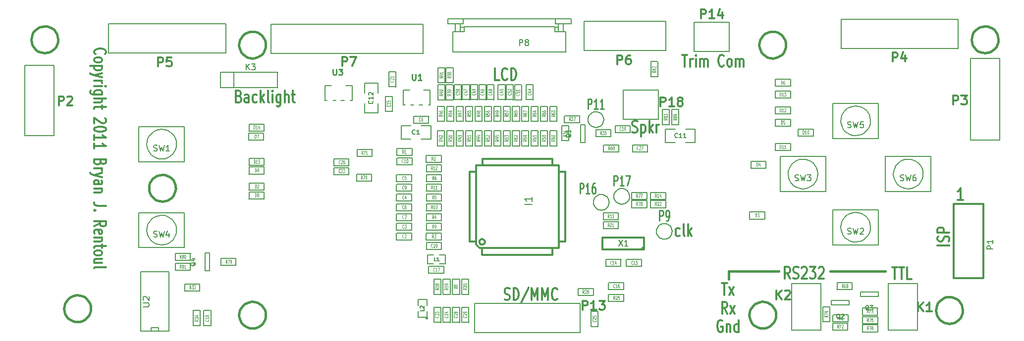
<source format=gto>
G04 (created by PCBNEW-RS274X (2011-07-04 BZR 3037)-stable) date 8/07/2011 2:08:27 p.m.*
G01*
G70*
G90*
%MOIN*%
G04 Gerber Fmt 3.4, Leading zero omitted, Abs format*
%FSLAX34Y34*%
G04 APERTURE LIST*
%ADD10C,0.006000*%
%ADD11C,0.012000*%
%ADD12C,0.015000*%
%ADD13C,0.005000*%
%ADD14C,0.007500*%
%ADD15C,0.008000*%
%ADD16C,0.009900*%
%ADD17C,0.003900*%
%ADD18C,0.010700*%
G04 APERTURE END LIST*
G54D10*
G54D11*
X26576Y-17236D02*
X26662Y-17274D01*
X26690Y-17312D01*
X26719Y-17388D01*
X26719Y-17502D01*
X26690Y-17579D01*
X26662Y-17617D01*
X26604Y-17655D01*
X26376Y-17655D01*
X26376Y-16855D01*
X26576Y-16855D01*
X26633Y-16893D01*
X26662Y-16931D01*
X26690Y-17007D01*
X26690Y-17083D01*
X26662Y-17160D01*
X26633Y-17198D01*
X26576Y-17236D01*
X26376Y-17236D01*
X27233Y-17655D02*
X27233Y-17236D01*
X27204Y-17160D01*
X27147Y-17121D01*
X27033Y-17121D01*
X26976Y-17160D01*
X27233Y-17617D02*
X27176Y-17655D01*
X27033Y-17655D01*
X26976Y-17617D01*
X26947Y-17541D01*
X26947Y-17464D01*
X26976Y-17388D01*
X27033Y-17350D01*
X27176Y-17350D01*
X27233Y-17312D01*
X27776Y-17617D02*
X27719Y-17655D01*
X27605Y-17655D01*
X27547Y-17617D01*
X27519Y-17579D01*
X27490Y-17502D01*
X27490Y-17274D01*
X27519Y-17198D01*
X27547Y-17160D01*
X27605Y-17121D01*
X27719Y-17121D01*
X27776Y-17160D01*
X28033Y-17655D02*
X28033Y-16855D01*
X28090Y-17350D02*
X28261Y-17655D01*
X28261Y-17121D02*
X28033Y-17426D01*
X28605Y-17655D02*
X28547Y-17617D01*
X28519Y-17541D01*
X28519Y-16855D01*
X28833Y-17655D02*
X28833Y-17121D01*
X28833Y-16855D02*
X28804Y-16893D01*
X28833Y-16931D01*
X28861Y-16893D01*
X28833Y-16855D01*
X28833Y-16931D01*
X29376Y-17121D02*
X29376Y-17769D01*
X29347Y-17845D01*
X29319Y-17883D01*
X29262Y-17921D01*
X29176Y-17921D01*
X29119Y-17883D01*
X29376Y-17617D02*
X29319Y-17655D01*
X29205Y-17655D01*
X29147Y-17617D01*
X29119Y-17579D01*
X29090Y-17502D01*
X29090Y-17274D01*
X29119Y-17198D01*
X29147Y-17160D01*
X29205Y-17121D01*
X29319Y-17121D01*
X29376Y-17160D01*
X29662Y-17655D02*
X29662Y-16855D01*
X29919Y-17655D02*
X29919Y-17236D01*
X29890Y-17160D01*
X29833Y-17121D01*
X29748Y-17121D01*
X29690Y-17160D01*
X29662Y-17198D01*
X30119Y-17121D02*
X30348Y-17121D01*
X30205Y-16855D02*
X30205Y-17541D01*
X30233Y-17617D01*
X30291Y-17655D01*
X30348Y-17655D01*
X53046Y-19652D02*
X53132Y-19690D01*
X53275Y-19690D01*
X53332Y-19652D01*
X53361Y-19614D01*
X53389Y-19537D01*
X53389Y-19461D01*
X53361Y-19385D01*
X53332Y-19347D01*
X53275Y-19309D01*
X53161Y-19271D01*
X53103Y-19233D01*
X53075Y-19195D01*
X53046Y-19118D01*
X53046Y-19042D01*
X53075Y-18966D01*
X53103Y-18928D01*
X53161Y-18890D01*
X53303Y-18890D01*
X53389Y-18928D01*
X53646Y-19156D02*
X53646Y-19956D01*
X53646Y-19195D02*
X53703Y-19156D01*
X53817Y-19156D01*
X53874Y-19195D01*
X53903Y-19233D01*
X53932Y-19309D01*
X53932Y-19537D01*
X53903Y-19614D01*
X53874Y-19652D01*
X53817Y-19690D01*
X53703Y-19690D01*
X53646Y-19652D01*
X54189Y-19690D02*
X54189Y-18890D01*
X54246Y-19385D02*
X54417Y-19690D01*
X54417Y-19156D02*
X54189Y-19461D01*
X54675Y-19690D02*
X54675Y-19156D01*
X54675Y-19309D02*
X54703Y-19233D01*
X54732Y-19195D01*
X54789Y-19156D01*
X54846Y-19156D01*
X56239Y-26615D02*
X56182Y-26653D01*
X56068Y-26653D01*
X56010Y-26615D01*
X55982Y-26577D01*
X55953Y-26500D01*
X55953Y-26272D01*
X55982Y-26196D01*
X56010Y-26158D01*
X56068Y-26119D01*
X56182Y-26119D01*
X56239Y-26158D01*
X56582Y-26653D02*
X56524Y-26615D01*
X56496Y-26539D01*
X56496Y-25853D01*
X56810Y-26653D02*
X56810Y-25853D01*
X56867Y-26348D02*
X57038Y-26653D01*
X57038Y-26119D02*
X56810Y-26424D01*
X44084Y-16151D02*
X43798Y-16151D01*
X43798Y-15351D01*
X44627Y-16075D02*
X44598Y-16113D01*
X44512Y-16151D01*
X44455Y-16151D01*
X44370Y-16113D01*
X44312Y-16037D01*
X44284Y-15960D01*
X44255Y-15808D01*
X44255Y-15694D01*
X44284Y-15541D01*
X44312Y-15465D01*
X44370Y-15389D01*
X44455Y-15351D01*
X44512Y-15351D01*
X44598Y-15389D01*
X44627Y-15427D01*
X44884Y-16151D02*
X44884Y-15351D01*
X45027Y-15351D01*
X45112Y-15389D01*
X45170Y-15465D01*
X45198Y-15541D01*
X45227Y-15694D01*
X45227Y-15808D01*
X45198Y-15960D01*
X45170Y-16037D01*
X45112Y-16113D01*
X45027Y-16151D01*
X44884Y-16151D01*
X16917Y-14404D02*
X16879Y-14375D01*
X16841Y-14289D01*
X16841Y-14232D01*
X16879Y-14147D01*
X16955Y-14089D01*
X17032Y-14061D01*
X17184Y-14032D01*
X17298Y-14032D01*
X17451Y-14061D01*
X17527Y-14089D01*
X17603Y-14147D01*
X17641Y-14232D01*
X17641Y-14289D01*
X17603Y-14375D01*
X17565Y-14404D01*
X16841Y-14747D02*
X16879Y-14689D01*
X16917Y-14661D01*
X16994Y-14632D01*
X17222Y-14632D01*
X17298Y-14661D01*
X17336Y-14689D01*
X17375Y-14747D01*
X17375Y-14832D01*
X17336Y-14889D01*
X17298Y-14918D01*
X17222Y-14947D01*
X16994Y-14947D01*
X16917Y-14918D01*
X16879Y-14889D01*
X16841Y-14832D01*
X16841Y-14747D01*
X17375Y-15204D02*
X16575Y-15204D01*
X17336Y-15204D02*
X17375Y-15261D01*
X17375Y-15375D01*
X17336Y-15432D01*
X17298Y-15461D01*
X17222Y-15490D01*
X16994Y-15490D01*
X16917Y-15461D01*
X16879Y-15432D01*
X16841Y-15375D01*
X16841Y-15261D01*
X16879Y-15204D01*
X17375Y-15690D02*
X16841Y-15833D01*
X17375Y-15975D02*
X16841Y-15833D01*
X16651Y-15775D01*
X16613Y-15747D01*
X16575Y-15690D01*
X16841Y-16204D02*
X17375Y-16204D01*
X17222Y-16204D02*
X17298Y-16232D01*
X17336Y-16261D01*
X17375Y-16318D01*
X17375Y-16375D01*
X16841Y-16575D02*
X17375Y-16575D01*
X17641Y-16575D02*
X17603Y-16546D01*
X17565Y-16575D01*
X17603Y-16603D01*
X17641Y-16575D01*
X17565Y-16575D01*
X17375Y-17118D02*
X16727Y-17118D01*
X16651Y-17089D01*
X16613Y-17061D01*
X16575Y-17004D01*
X16575Y-16918D01*
X16613Y-16861D01*
X16879Y-17118D02*
X16841Y-17061D01*
X16841Y-16947D01*
X16879Y-16889D01*
X16917Y-16861D01*
X16994Y-16832D01*
X17222Y-16832D01*
X17298Y-16861D01*
X17336Y-16889D01*
X17375Y-16947D01*
X17375Y-17061D01*
X17336Y-17118D01*
X16841Y-17404D02*
X17641Y-17404D01*
X16841Y-17661D02*
X17260Y-17661D01*
X17336Y-17632D01*
X17375Y-17575D01*
X17375Y-17490D01*
X17336Y-17432D01*
X17298Y-17404D01*
X17375Y-17861D02*
X17375Y-18090D01*
X17641Y-17947D02*
X16955Y-17947D01*
X16879Y-17975D01*
X16841Y-18033D01*
X16841Y-18090D01*
X17565Y-18718D02*
X17603Y-18747D01*
X17641Y-18804D01*
X17641Y-18947D01*
X17603Y-19004D01*
X17565Y-19033D01*
X17489Y-19061D01*
X17413Y-19061D01*
X17298Y-19033D01*
X16841Y-18690D01*
X16841Y-19061D01*
X17641Y-19432D02*
X17641Y-19489D01*
X17603Y-19546D01*
X17565Y-19575D01*
X17489Y-19604D01*
X17336Y-19632D01*
X17146Y-19632D01*
X16994Y-19604D01*
X16917Y-19575D01*
X16879Y-19546D01*
X16841Y-19489D01*
X16841Y-19432D01*
X16879Y-19375D01*
X16917Y-19346D01*
X16994Y-19318D01*
X17146Y-19289D01*
X17336Y-19289D01*
X17489Y-19318D01*
X17565Y-19346D01*
X17603Y-19375D01*
X17641Y-19432D01*
X16841Y-20203D02*
X16841Y-19860D01*
X16841Y-20032D02*
X17641Y-20032D01*
X17527Y-19975D01*
X17451Y-19917D01*
X17413Y-19860D01*
X16841Y-20774D02*
X16841Y-20431D01*
X16841Y-20603D02*
X17641Y-20603D01*
X17527Y-20546D01*
X17451Y-20488D01*
X17413Y-20431D01*
X17260Y-21688D02*
X17222Y-21774D01*
X17184Y-21802D01*
X17108Y-21831D01*
X16994Y-21831D01*
X16917Y-21802D01*
X16879Y-21774D01*
X16841Y-21716D01*
X16841Y-21488D01*
X17641Y-21488D01*
X17641Y-21688D01*
X17603Y-21745D01*
X17565Y-21774D01*
X17489Y-21802D01*
X17413Y-21802D01*
X17336Y-21774D01*
X17298Y-21745D01*
X17260Y-21688D01*
X17260Y-21488D01*
X16841Y-22088D02*
X17375Y-22088D01*
X17222Y-22088D02*
X17298Y-22116D01*
X17336Y-22145D01*
X17375Y-22202D01*
X17375Y-22259D01*
X17375Y-22402D02*
X16841Y-22545D01*
X17375Y-22687D02*
X16841Y-22545D01*
X16651Y-22487D01*
X16613Y-22459D01*
X16575Y-22402D01*
X16841Y-23173D02*
X17260Y-23173D01*
X17336Y-23144D01*
X17375Y-23087D01*
X17375Y-22973D01*
X17336Y-22916D01*
X16879Y-23173D02*
X16841Y-23116D01*
X16841Y-22973D01*
X16879Y-22916D01*
X16955Y-22887D01*
X17032Y-22887D01*
X17108Y-22916D01*
X17146Y-22973D01*
X17146Y-23116D01*
X17184Y-23173D01*
X17375Y-23459D02*
X16841Y-23459D01*
X17298Y-23459D02*
X17336Y-23487D01*
X17375Y-23545D01*
X17375Y-23630D01*
X17336Y-23687D01*
X17260Y-23716D01*
X16841Y-23716D01*
X17641Y-24630D02*
X17070Y-24630D01*
X16955Y-24602D01*
X16879Y-24545D01*
X16841Y-24459D01*
X16841Y-24402D01*
X16917Y-24916D02*
X16879Y-24944D01*
X16841Y-24916D01*
X16879Y-24887D01*
X16917Y-24916D01*
X16841Y-24916D01*
X16841Y-26002D02*
X17222Y-25802D01*
X16841Y-25659D02*
X17641Y-25659D01*
X17641Y-25887D01*
X17603Y-25945D01*
X17565Y-25973D01*
X17489Y-26002D01*
X17375Y-26002D01*
X17298Y-25973D01*
X17260Y-25945D01*
X17222Y-25887D01*
X17222Y-25659D01*
X16879Y-26487D02*
X16841Y-26430D01*
X16841Y-26316D01*
X16879Y-26259D01*
X16955Y-26230D01*
X17260Y-26230D01*
X17336Y-26259D01*
X17375Y-26316D01*
X17375Y-26430D01*
X17336Y-26487D01*
X17260Y-26516D01*
X17184Y-26516D01*
X17108Y-26230D01*
X17375Y-26773D02*
X16841Y-26773D01*
X17298Y-26773D02*
X17336Y-26801D01*
X17375Y-26859D01*
X17375Y-26944D01*
X17336Y-27001D01*
X17260Y-27030D01*
X16841Y-27030D01*
X17375Y-27230D02*
X17375Y-27459D01*
X17641Y-27316D02*
X16955Y-27316D01*
X16879Y-27344D01*
X16841Y-27402D01*
X16841Y-27459D01*
X16841Y-27745D02*
X16879Y-27687D01*
X16917Y-27659D01*
X16994Y-27630D01*
X17222Y-27630D01*
X17298Y-27659D01*
X17336Y-27687D01*
X17375Y-27745D01*
X17375Y-27830D01*
X17336Y-27887D01*
X17298Y-27916D01*
X17222Y-27945D01*
X16994Y-27945D01*
X16917Y-27916D01*
X16879Y-27887D01*
X16841Y-27830D01*
X16841Y-27745D01*
X17375Y-28459D02*
X16841Y-28459D01*
X17375Y-28202D02*
X16955Y-28202D01*
X16879Y-28230D01*
X16841Y-28288D01*
X16841Y-28373D01*
X16879Y-28430D01*
X16917Y-28459D01*
X16841Y-28831D02*
X16879Y-28773D01*
X16955Y-28745D01*
X17641Y-28745D01*
X75290Y-24222D02*
X74947Y-24222D01*
X75119Y-24222D02*
X75119Y-23422D01*
X75062Y-23536D01*
X75004Y-23612D01*
X74947Y-23650D01*
G54D12*
X66378Y-29016D02*
X70079Y-29016D01*
X59528Y-29016D02*
X62913Y-29016D01*
X59528Y-29567D02*
X59528Y-29016D01*
G54D11*
X56404Y-14445D02*
X56747Y-14445D01*
X56576Y-15245D02*
X56576Y-14445D01*
X56947Y-15245D02*
X56947Y-14711D01*
X56947Y-14864D02*
X56975Y-14788D01*
X57004Y-14750D01*
X57061Y-14711D01*
X57118Y-14711D01*
X57318Y-15245D02*
X57318Y-14711D01*
X57318Y-14445D02*
X57289Y-14483D01*
X57318Y-14521D01*
X57346Y-14483D01*
X57318Y-14445D01*
X57318Y-14521D01*
X57604Y-15245D02*
X57604Y-14711D01*
X57604Y-14788D02*
X57632Y-14750D01*
X57690Y-14711D01*
X57775Y-14711D01*
X57832Y-14750D01*
X57861Y-14826D01*
X57861Y-15245D01*
X57861Y-14826D02*
X57890Y-14750D01*
X57947Y-14711D01*
X58032Y-14711D01*
X58090Y-14750D01*
X58118Y-14826D01*
X58118Y-15245D01*
X59204Y-15169D02*
X59175Y-15207D01*
X59089Y-15245D01*
X59032Y-15245D01*
X58947Y-15207D01*
X58889Y-15131D01*
X58861Y-15054D01*
X58832Y-14902D01*
X58832Y-14788D01*
X58861Y-14635D01*
X58889Y-14559D01*
X58947Y-14483D01*
X59032Y-14445D01*
X59089Y-14445D01*
X59175Y-14483D01*
X59204Y-14521D01*
X59547Y-15245D02*
X59489Y-15207D01*
X59461Y-15169D01*
X59432Y-15092D01*
X59432Y-14864D01*
X59461Y-14788D01*
X59489Y-14750D01*
X59547Y-14711D01*
X59632Y-14711D01*
X59689Y-14750D01*
X59718Y-14788D01*
X59747Y-14864D01*
X59747Y-15092D01*
X59718Y-15169D01*
X59689Y-15207D01*
X59632Y-15245D01*
X59547Y-15245D01*
X60004Y-15245D02*
X60004Y-14711D01*
X60004Y-14788D02*
X60032Y-14750D01*
X60090Y-14711D01*
X60175Y-14711D01*
X60232Y-14750D01*
X60261Y-14826D01*
X60261Y-15245D01*
X60261Y-14826D02*
X60290Y-14750D01*
X60347Y-14711D01*
X60432Y-14711D01*
X60490Y-14750D01*
X60518Y-14826D01*
X60518Y-15245D01*
X44452Y-30932D02*
X44538Y-30970D01*
X44681Y-30970D01*
X44738Y-30932D01*
X44767Y-30894D01*
X44795Y-30817D01*
X44795Y-30741D01*
X44767Y-30665D01*
X44738Y-30627D01*
X44681Y-30589D01*
X44567Y-30551D01*
X44509Y-30513D01*
X44481Y-30475D01*
X44452Y-30398D01*
X44452Y-30322D01*
X44481Y-30246D01*
X44509Y-30208D01*
X44567Y-30170D01*
X44709Y-30170D01*
X44795Y-30208D01*
X45052Y-30970D02*
X45052Y-30170D01*
X45195Y-30170D01*
X45280Y-30208D01*
X45338Y-30284D01*
X45366Y-30360D01*
X45395Y-30513D01*
X45395Y-30627D01*
X45366Y-30779D01*
X45338Y-30856D01*
X45280Y-30932D01*
X45195Y-30970D01*
X45052Y-30970D01*
X46080Y-30132D02*
X45566Y-31160D01*
X46281Y-30970D02*
X46281Y-30170D01*
X46481Y-30741D01*
X46681Y-30170D01*
X46681Y-30970D01*
X46967Y-30970D02*
X46967Y-30170D01*
X47167Y-30741D01*
X47367Y-30170D01*
X47367Y-30970D01*
X47996Y-30894D02*
X47967Y-30932D01*
X47881Y-30970D01*
X47824Y-30970D01*
X47739Y-30932D01*
X47681Y-30856D01*
X47653Y-30779D01*
X47624Y-30627D01*
X47624Y-30513D01*
X47653Y-30360D01*
X47681Y-30284D01*
X47739Y-30208D01*
X47824Y-30170D01*
X47881Y-30170D01*
X47967Y-30208D01*
X47996Y-30246D01*
X74379Y-27278D02*
X73579Y-27278D01*
X74341Y-27021D02*
X74379Y-26935D01*
X74379Y-26792D01*
X74341Y-26735D01*
X74303Y-26706D01*
X74226Y-26678D01*
X74150Y-26678D01*
X74074Y-26706D01*
X74036Y-26735D01*
X73998Y-26792D01*
X73960Y-26906D01*
X73922Y-26964D01*
X73884Y-26992D01*
X73807Y-27021D01*
X73731Y-27021D01*
X73655Y-26992D01*
X73617Y-26964D01*
X73579Y-26906D01*
X73579Y-26764D01*
X73617Y-26678D01*
X74379Y-26421D02*
X73579Y-26421D01*
X73579Y-26193D01*
X73617Y-26135D01*
X73655Y-26107D01*
X73731Y-26078D01*
X73845Y-26078D01*
X73922Y-26107D01*
X73960Y-26135D01*
X73998Y-26193D01*
X73998Y-26421D01*
X59074Y-29839D02*
X59417Y-29839D01*
X59246Y-30639D02*
X59246Y-29839D01*
X59560Y-30639D02*
X59874Y-30105D01*
X59560Y-30105D02*
X59874Y-30639D01*
X59431Y-31879D02*
X59231Y-31498D01*
X59088Y-31879D02*
X59088Y-31079D01*
X59316Y-31079D01*
X59374Y-31117D01*
X59402Y-31155D01*
X59431Y-31231D01*
X59431Y-31345D01*
X59402Y-31422D01*
X59374Y-31460D01*
X59316Y-31498D01*
X59088Y-31498D01*
X59631Y-31879D02*
X59945Y-31345D01*
X59631Y-31345D02*
X59945Y-31879D01*
X59102Y-32357D02*
X59045Y-32319D01*
X58959Y-32319D01*
X58874Y-32357D01*
X58816Y-32433D01*
X58788Y-32509D01*
X58759Y-32662D01*
X58759Y-32776D01*
X58788Y-32928D01*
X58816Y-33005D01*
X58874Y-33081D01*
X58959Y-33119D01*
X59016Y-33119D01*
X59102Y-33081D01*
X59131Y-33043D01*
X59131Y-32776D01*
X59016Y-32776D01*
X59388Y-32585D02*
X59388Y-33119D01*
X59388Y-32662D02*
X59416Y-32624D01*
X59474Y-32585D01*
X59559Y-32585D01*
X59616Y-32624D01*
X59645Y-32700D01*
X59645Y-33119D01*
X60188Y-33119D02*
X60188Y-32319D01*
X60188Y-33081D02*
X60131Y-33119D01*
X60017Y-33119D01*
X59959Y-33081D01*
X59931Y-33043D01*
X59902Y-32966D01*
X59902Y-32738D01*
X59931Y-32662D01*
X59959Y-32624D01*
X60017Y-32585D01*
X60131Y-32585D01*
X60188Y-32624D01*
X70538Y-28776D02*
X70881Y-28776D01*
X70710Y-29576D02*
X70710Y-28776D01*
X70995Y-28776D02*
X71338Y-28776D01*
X71167Y-29576D02*
X71167Y-28776D01*
X71824Y-29576D02*
X71538Y-29576D01*
X71538Y-28776D01*
X63650Y-29537D02*
X63450Y-29156D01*
X63307Y-29537D02*
X63307Y-28737D01*
X63535Y-28737D01*
X63593Y-28775D01*
X63621Y-28813D01*
X63650Y-28889D01*
X63650Y-29003D01*
X63621Y-29080D01*
X63593Y-29118D01*
X63535Y-29156D01*
X63307Y-29156D01*
X63878Y-29499D02*
X63964Y-29537D01*
X64107Y-29537D01*
X64164Y-29499D01*
X64193Y-29461D01*
X64221Y-29384D01*
X64221Y-29308D01*
X64193Y-29232D01*
X64164Y-29194D01*
X64107Y-29156D01*
X63993Y-29118D01*
X63935Y-29080D01*
X63907Y-29042D01*
X63878Y-28965D01*
X63878Y-28889D01*
X63907Y-28813D01*
X63935Y-28775D01*
X63993Y-28737D01*
X64135Y-28737D01*
X64221Y-28775D01*
X64449Y-28813D02*
X64478Y-28775D01*
X64535Y-28737D01*
X64678Y-28737D01*
X64735Y-28775D01*
X64764Y-28813D01*
X64792Y-28889D01*
X64792Y-28965D01*
X64764Y-29080D01*
X64421Y-29537D01*
X64792Y-29537D01*
X64992Y-28737D02*
X65363Y-28737D01*
X65163Y-29042D01*
X65249Y-29042D01*
X65306Y-29080D01*
X65335Y-29118D01*
X65363Y-29194D01*
X65363Y-29384D01*
X65335Y-29461D01*
X65306Y-29499D01*
X65249Y-29537D01*
X65077Y-29537D01*
X65020Y-29499D01*
X64992Y-29461D01*
X65591Y-28813D02*
X65620Y-28775D01*
X65677Y-28737D01*
X65820Y-28737D01*
X65877Y-28775D01*
X65906Y-28813D01*
X65934Y-28889D01*
X65934Y-28965D01*
X65906Y-29080D01*
X65563Y-29537D01*
X65934Y-29537D01*
G54D13*
X29189Y-15638D02*
X25331Y-15638D01*
X29189Y-16662D02*
X25331Y-16662D01*
G54D10*
X25337Y-16660D02*
X25337Y-15660D01*
X29183Y-15640D02*
X29183Y-16640D01*
X26228Y-15650D02*
X26228Y-16650D01*
G54D13*
X49528Y-33149D02*
X47953Y-33149D01*
X47953Y-31181D02*
X49528Y-31181D01*
X47166Y-33149D02*
X47954Y-33149D01*
X47166Y-31181D02*
X47954Y-31181D01*
X47166Y-33149D02*
X42442Y-33149D01*
X42442Y-33149D02*
X42442Y-31181D01*
X42442Y-31181D02*
X47166Y-31181D01*
X49529Y-31181D02*
X49529Y-33149D01*
X72244Y-32992D02*
X72244Y-29842D01*
X70276Y-29842D02*
X70276Y-32992D01*
X72244Y-32992D02*
X70276Y-32992D01*
X70276Y-29843D02*
X72244Y-29843D01*
X65747Y-32992D02*
X65747Y-29842D01*
X63779Y-29842D02*
X63779Y-32992D01*
X65747Y-32992D02*
X63779Y-32992D01*
X63779Y-29843D02*
X65747Y-29843D01*
X57205Y-12244D02*
X59567Y-12244D01*
X57205Y-14212D02*
X59567Y-14212D01*
X59567Y-12244D02*
X59567Y-14212D01*
X57205Y-14212D02*
X57205Y-12244D01*
X66536Y-24882D02*
X69606Y-24882D01*
X69606Y-27244D02*
X66536Y-27244D01*
X69606Y-27244D02*
X69606Y-24882D01*
X66536Y-24882D02*
X66536Y-27244D01*
X69071Y-26063D02*
X69051Y-26257D01*
X68995Y-26444D01*
X68903Y-26616D01*
X68780Y-26767D01*
X68630Y-26892D01*
X68458Y-26984D01*
X68272Y-27042D01*
X68077Y-27062D01*
X67884Y-27045D01*
X67697Y-26990D01*
X67524Y-26899D01*
X67372Y-26777D01*
X67246Y-26627D01*
X67152Y-26456D01*
X67093Y-26270D01*
X67072Y-26076D01*
X67088Y-25883D01*
X67142Y-25695D01*
X67231Y-25522D01*
X67352Y-25369D01*
X67501Y-25242D01*
X67671Y-25147D01*
X67857Y-25087D01*
X68051Y-25064D01*
X68244Y-25079D01*
X68432Y-25131D01*
X68606Y-25219D01*
X68760Y-25339D01*
X68888Y-25487D01*
X68984Y-25657D01*
X69046Y-25842D01*
X69070Y-26036D01*
X69071Y-26063D01*
X70079Y-21299D02*
X73149Y-21299D01*
X73149Y-23661D02*
X70079Y-23661D01*
X73149Y-23661D02*
X73149Y-21299D01*
X70079Y-21299D02*
X70079Y-23661D01*
X72614Y-22480D02*
X72594Y-22674D01*
X72538Y-22861D01*
X72446Y-23033D01*
X72323Y-23184D01*
X72173Y-23309D01*
X72001Y-23401D01*
X71815Y-23459D01*
X71620Y-23479D01*
X71427Y-23462D01*
X71240Y-23407D01*
X71067Y-23316D01*
X70915Y-23194D01*
X70789Y-23044D01*
X70695Y-22873D01*
X70636Y-22687D01*
X70615Y-22493D01*
X70631Y-22300D01*
X70685Y-22112D01*
X70774Y-21939D01*
X70895Y-21786D01*
X71044Y-21659D01*
X71214Y-21564D01*
X71400Y-21504D01*
X71594Y-21481D01*
X71787Y-21496D01*
X71975Y-21548D01*
X72149Y-21636D01*
X72303Y-21756D01*
X72431Y-21904D01*
X72527Y-22074D01*
X72589Y-22259D01*
X72613Y-22453D01*
X72614Y-22480D01*
X66536Y-17716D02*
X69606Y-17716D01*
X69606Y-20078D02*
X66536Y-20078D01*
X69606Y-20078D02*
X69606Y-17716D01*
X66536Y-17716D02*
X66536Y-20078D01*
X69071Y-18897D02*
X69051Y-19091D01*
X68995Y-19278D01*
X68903Y-19450D01*
X68780Y-19601D01*
X68630Y-19726D01*
X68458Y-19818D01*
X68272Y-19876D01*
X68077Y-19896D01*
X67884Y-19879D01*
X67697Y-19824D01*
X67524Y-19733D01*
X67372Y-19611D01*
X67246Y-19461D01*
X67152Y-19290D01*
X67093Y-19104D01*
X67072Y-18910D01*
X67088Y-18717D01*
X67142Y-18529D01*
X67231Y-18356D01*
X67352Y-18203D01*
X67501Y-18076D01*
X67671Y-17981D01*
X67857Y-17921D01*
X68051Y-17898D01*
X68244Y-17913D01*
X68432Y-17965D01*
X68606Y-18053D01*
X68760Y-18173D01*
X68888Y-18321D01*
X68984Y-18491D01*
X69046Y-18676D01*
X69070Y-18870D01*
X69071Y-18897D01*
X28740Y-12402D02*
X31102Y-12402D01*
X31102Y-14370D02*
X28740Y-14370D01*
X31102Y-12402D02*
X33464Y-12402D01*
X33464Y-14370D02*
X31102Y-14370D01*
X34251Y-12402D02*
X33463Y-12402D01*
X34251Y-14370D02*
X33463Y-14370D01*
X34251Y-12402D02*
X38975Y-12402D01*
X38975Y-12402D02*
X38975Y-14370D01*
X38975Y-14370D02*
X34251Y-14370D01*
X28739Y-14370D02*
X28739Y-12402D01*
X17815Y-12363D02*
X20177Y-12363D01*
X20177Y-14331D02*
X17815Y-14331D01*
X20964Y-12363D02*
X20176Y-12363D01*
X20964Y-14331D02*
X20176Y-14331D01*
X20964Y-12363D02*
X25688Y-12363D01*
X25688Y-12363D02*
X25688Y-14331D01*
X25688Y-14331D02*
X20964Y-14331D01*
X17814Y-14331D02*
X17814Y-12363D01*
X67087Y-12047D02*
X69449Y-12047D01*
X69449Y-14015D02*
X67087Y-14015D01*
X70236Y-12047D02*
X69448Y-12047D01*
X70236Y-14015D02*
X69448Y-14015D01*
X70236Y-12047D02*
X74960Y-12047D01*
X74960Y-12047D02*
X74960Y-14015D01*
X74960Y-14015D02*
X70236Y-14015D01*
X67086Y-14015D02*
X67086Y-12047D01*
X77756Y-15473D02*
X77756Y-14685D01*
X75788Y-15473D02*
X75788Y-14685D01*
X77756Y-15473D02*
X77756Y-20197D01*
X77756Y-20197D02*
X75788Y-20197D01*
X75788Y-20197D02*
X75788Y-15473D01*
X75788Y-14685D02*
X77756Y-14685D01*
X50590Y-12205D02*
X49802Y-12205D01*
X50590Y-14173D02*
X49802Y-14173D01*
X50590Y-12205D02*
X55314Y-12205D01*
X55314Y-12205D02*
X55314Y-14173D01*
X55314Y-14173D02*
X50590Y-14173D01*
X49802Y-14173D02*
X49802Y-12205D01*
X12166Y-19882D02*
X12166Y-15158D01*
X12166Y-15158D02*
X14134Y-15158D01*
X14134Y-15158D02*
X14134Y-19882D01*
X14134Y-19882D02*
X12166Y-19882D01*
X46948Y-12027D02*
X48928Y-12027D01*
X45808Y-12567D02*
X47828Y-12567D01*
X48608Y-14267D02*
X40968Y-14267D01*
X48568Y-14267D02*
X48568Y-12887D01*
X48568Y-12887D02*
X47818Y-12887D01*
X47818Y-12887D02*
X47818Y-12567D01*
X45858Y-12567D02*
X41718Y-12567D01*
X41718Y-12567D02*
X41718Y-12887D01*
X41718Y-12887D02*
X40968Y-12887D01*
X40968Y-12887D02*
X40968Y-14267D01*
X41148Y-12887D02*
X41148Y-12347D01*
X41718Y-12607D02*
X41468Y-12607D01*
X41468Y-12887D02*
X41468Y-12347D01*
X47818Y-12607D02*
X48068Y-12607D01*
X48388Y-12887D02*
X48388Y-12347D01*
X48068Y-12887D02*
X48068Y-12347D01*
X48918Y-12027D02*
X48918Y-12347D01*
X48918Y-12347D02*
X47878Y-12347D01*
X47878Y-12347D02*
X47878Y-12027D01*
X46958Y-12027D02*
X40618Y-12027D01*
X40618Y-12027D02*
X40618Y-12347D01*
X40618Y-12347D02*
X41658Y-12347D01*
X41658Y-12347D02*
X41658Y-12027D01*
G54D14*
X39330Y-17835D02*
X39449Y-17835D01*
X38700Y-17835D02*
X38937Y-17835D01*
X38149Y-17835D02*
X38346Y-17835D01*
X37637Y-17835D02*
X37756Y-17835D01*
X38071Y-16811D02*
X37637Y-16811D01*
X39015Y-16811D02*
X39449Y-16811D01*
X39449Y-17835D02*
X39449Y-16811D01*
X37637Y-16811D02*
X37637Y-17835D01*
G54D13*
X40082Y-27928D02*
X40482Y-27928D01*
X40482Y-27928D02*
X40482Y-28528D01*
X40482Y-28528D02*
X40082Y-28528D01*
X39682Y-28528D02*
X39282Y-28528D01*
X39282Y-28528D02*
X39282Y-27928D01*
X39282Y-27928D02*
X39682Y-27928D01*
G54D12*
X62711Y-31969D02*
X62693Y-32143D01*
X62643Y-32311D01*
X62560Y-32467D01*
X62449Y-32603D01*
X62314Y-32715D01*
X62159Y-32798D01*
X61991Y-32850D01*
X61817Y-32868D01*
X61643Y-32853D01*
X61474Y-32803D01*
X61319Y-32722D01*
X61182Y-32612D01*
X61069Y-32477D01*
X60984Y-32323D01*
X60931Y-32156D01*
X60912Y-31981D01*
X60926Y-31807D01*
X60975Y-31638D01*
X61055Y-31482D01*
X61164Y-31344D01*
X61298Y-31230D01*
X61451Y-31145D01*
X61618Y-31090D01*
X61793Y-31070D01*
X61967Y-31083D01*
X62136Y-31130D01*
X62293Y-31210D01*
X62431Y-31318D01*
X62546Y-31451D01*
X62633Y-31603D01*
X62688Y-31770D01*
X62710Y-31944D01*
X62711Y-31969D01*
X63380Y-13780D02*
X63362Y-13954D01*
X63312Y-14122D01*
X63229Y-14278D01*
X63118Y-14414D01*
X62983Y-14526D01*
X62828Y-14609D01*
X62660Y-14661D01*
X62486Y-14679D01*
X62312Y-14664D01*
X62143Y-14614D01*
X61988Y-14533D01*
X61851Y-14423D01*
X61738Y-14288D01*
X61653Y-14134D01*
X61600Y-13967D01*
X61581Y-13792D01*
X61595Y-13618D01*
X61644Y-13449D01*
X61724Y-13293D01*
X61833Y-13155D01*
X61967Y-13041D01*
X62120Y-12956D01*
X62287Y-12901D01*
X62462Y-12881D01*
X62636Y-12894D01*
X62805Y-12941D01*
X62962Y-13021D01*
X63100Y-13129D01*
X63215Y-13262D01*
X63302Y-13414D01*
X63357Y-13581D01*
X63379Y-13755D01*
X63380Y-13780D01*
X28380Y-31969D02*
X28362Y-32143D01*
X28312Y-32311D01*
X28229Y-32467D01*
X28118Y-32603D01*
X27983Y-32715D01*
X27828Y-32798D01*
X27660Y-32850D01*
X27486Y-32868D01*
X27312Y-32853D01*
X27143Y-32803D01*
X26988Y-32722D01*
X26851Y-32612D01*
X26738Y-32477D01*
X26653Y-32323D01*
X26600Y-32156D01*
X26581Y-31981D01*
X26595Y-31807D01*
X26644Y-31638D01*
X26724Y-31482D01*
X26833Y-31344D01*
X26967Y-31230D01*
X27120Y-31145D01*
X27287Y-31090D01*
X27462Y-31070D01*
X27636Y-31083D01*
X27805Y-31130D01*
X27962Y-31210D01*
X28100Y-31318D01*
X28215Y-31451D01*
X28302Y-31603D01*
X28357Y-31770D01*
X28379Y-31944D01*
X28380Y-31969D01*
X28380Y-13780D02*
X28362Y-13954D01*
X28312Y-14122D01*
X28229Y-14278D01*
X28118Y-14414D01*
X27983Y-14526D01*
X27828Y-14609D01*
X27660Y-14661D01*
X27486Y-14679D01*
X27312Y-14664D01*
X27143Y-14614D01*
X26988Y-14533D01*
X26851Y-14423D01*
X26738Y-14288D01*
X26653Y-14134D01*
X26600Y-13967D01*
X26581Y-13792D01*
X26595Y-13618D01*
X26644Y-13449D01*
X26724Y-13293D01*
X26833Y-13155D01*
X26967Y-13041D01*
X27120Y-12956D01*
X27287Y-12901D01*
X27462Y-12881D01*
X27636Y-12894D01*
X27805Y-12941D01*
X27962Y-13021D01*
X28100Y-13129D01*
X28215Y-13262D01*
X28302Y-13414D01*
X28357Y-13581D01*
X28379Y-13755D01*
X28380Y-13780D01*
X22317Y-23425D02*
X22299Y-23599D01*
X22249Y-23767D01*
X22166Y-23923D01*
X22055Y-24059D01*
X21920Y-24171D01*
X21765Y-24254D01*
X21597Y-24306D01*
X21423Y-24324D01*
X21249Y-24309D01*
X21080Y-24259D01*
X20925Y-24178D01*
X20788Y-24068D01*
X20675Y-23933D01*
X20590Y-23779D01*
X20537Y-23612D01*
X20518Y-23437D01*
X20532Y-23263D01*
X20581Y-23094D01*
X20661Y-22938D01*
X20770Y-22800D01*
X20904Y-22686D01*
X21057Y-22601D01*
X21224Y-22546D01*
X21399Y-22526D01*
X21573Y-22539D01*
X21742Y-22586D01*
X21899Y-22666D01*
X22037Y-22774D01*
X22152Y-22907D01*
X22239Y-23059D01*
X22294Y-23226D01*
X22316Y-23400D01*
X22317Y-23425D01*
G54D14*
X34074Y-17540D02*
X34193Y-17540D01*
X33444Y-17540D02*
X33681Y-17540D01*
X32893Y-17540D02*
X33090Y-17540D01*
X32381Y-17540D02*
X32500Y-17540D01*
X32815Y-16516D02*
X32381Y-16516D01*
X33759Y-16516D02*
X34193Y-16516D01*
X34193Y-17540D02*
X34193Y-16516D01*
X32381Y-16516D02*
X32381Y-17540D01*
G54D11*
X76650Y-24488D02*
X76650Y-29488D01*
X76650Y-29488D02*
X74650Y-29488D01*
X74650Y-29488D02*
X74650Y-24488D01*
X74650Y-24488D02*
X76650Y-24488D01*
G54D13*
X35923Y-16361D02*
X35023Y-16361D01*
X35023Y-16361D02*
X35023Y-17011D01*
X35923Y-17711D02*
X35923Y-18361D01*
X35923Y-18361D02*
X35023Y-18361D01*
X35023Y-18361D02*
X35023Y-17711D01*
X35923Y-17011D02*
X35923Y-16361D01*
X37484Y-19235D02*
X37484Y-20135D01*
X37484Y-20135D02*
X38134Y-20135D01*
X38834Y-19235D02*
X39484Y-19235D01*
X39484Y-19235D02*
X39484Y-20135D01*
X39484Y-20135D02*
X38834Y-20135D01*
X38134Y-19235D02*
X37484Y-19235D01*
G54D11*
X42766Y-27461D02*
X48096Y-27463D01*
X42536Y-21901D02*
X42536Y-27235D01*
X42766Y-27461D02*
X42536Y-27231D01*
X47678Y-27461D02*
X47678Y-27913D01*
X47678Y-27913D02*
X42946Y-27913D01*
X42946Y-27913D02*
X42946Y-27461D01*
X48096Y-22319D02*
X48548Y-22319D01*
X48548Y-22319D02*
X48548Y-27039D01*
X48548Y-27039D02*
X48096Y-27039D01*
X42962Y-21901D02*
X42962Y-21449D01*
X42962Y-21449D02*
X47670Y-21449D01*
X47670Y-21449D02*
X47670Y-21901D01*
X42536Y-27035D02*
X42084Y-27035D01*
X42084Y-27035D02*
X42084Y-22323D01*
X42084Y-22323D02*
X42536Y-22323D01*
X43128Y-27053D02*
X43124Y-27089D01*
X43113Y-27124D01*
X43096Y-27157D01*
X43073Y-27185D01*
X43045Y-27208D01*
X43012Y-27226D01*
X42977Y-27237D01*
X42941Y-27240D01*
X42905Y-27237D01*
X42870Y-27227D01*
X42838Y-27210D01*
X42809Y-27187D01*
X42785Y-27159D01*
X42768Y-27127D01*
X42757Y-27092D01*
X42753Y-27055D01*
X42756Y-27020D01*
X42766Y-26984D01*
X42782Y-26952D01*
X42805Y-26923D01*
X42833Y-26899D01*
X42865Y-26881D01*
X42900Y-26870D01*
X42937Y-26866D01*
X42972Y-26868D01*
X43007Y-26878D01*
X43040Y-26895D01*
X43069Y-26917D01*
X43093Y-26945D01*
X43111Y-26977D01*
X43123Y-27012D01*
X43127Y-27048D01*
X43128Y-27053D01*
X42536Y-21901D02*
X48096Y-21901D01*
X48096Y-27461D02*
X48096Y-21901D01*
G54D15*
X19967Y-29074D02*
X21867Y-29074D01*
X21867Y-29074D02*
X21867Y-33074D01*
X21867Y-33074D02*
X19967Y-33074D01*
X19967Y-33074D02*
X19967Y-29074D01*
X20667Y-33074D02*
X20667Y-32824D01*
X20667Y-32824D02*
X21167Y-32824D01*
X21167Y-32824D02*
X21167Y-33074D01*
G54D13*
X39267Y-32185D02*
X39266Y-32194D01*
X39263Y-32204D01*
X39258Y-32212D01*
X39252Y-32220D01*
X39244Y-32226D01*
X39236Y-32231D01*
X39227Y-32233D01*
X39217Y-32234D01*
X39208Y-32234D01*
X39199Y-32231D01*
X39190Y-32226D01*
X39183Y-32220D01*
X39176Y-32213D01*
X39172Y-32204D01*
X39169Y-32195D01*
X39168Y-32185D01*
X39168Y-32176D01*
X39171Y-32167D01*
X39175Y-32158D01*
X39182Y-32151D01*
X39189Y-32144D01*
X39197Y-32140D01*
X39207Y-32137D01*
X39216Y-32136D01*
X39225Y-32136D01*
X39235Y-32139D01*
X39243Y-32143D01*
X39251Y-32149D01*
X39257Y-32157D01*
X39262Y-32165D01*
X39265Y-32174D01*
X39266Y-32184D01*
X39267Y-32185D01*
X39217Y-31735D02*
X39217Y-32135D01*
X39217Y-32135D02*
X38617Y-32135D01*
X38617Y-32135D02*
X38617Y-31735D01*
X38617Y-31335D02*
X38617Y-30935D01*
X38617Y-30935D02*
X39217Y-30935D01*
X39217Y-30935D02*
X39217Y-31335D01*
X38189Y-26447D02*
X37185Y-26447D01*
X37165Y-26919D02*
X38189Y-26919D01*
X38189Y-26919D02*
X38189Y-26447D01*
X37176Y-26915D02*
X37176Y-26455D01*
X38189Y-25797D02*
X37185Y-25797D01*
X37165Y-26269D02*
X38189Y-26269D01*
X38189Y-26269D02*
X38189Y-25797D01*
X37176Y-26265D02*
X37176Y-25805D01*
X38189Y-23829D02*
X37185Y-23829D01*
X37165Y-24301D02*
X38189Y-24301D01*
X38189Y-24301D02*
X38189Y-23829D01*
X37176Y-24297D02*
X37176Y-23837D01*
X38189Y-22520D02*
X37185Y-22520D01*
X37165Y-22992D02*
X38189Y-22992D01*
X38189Y-22992D02*
X38189Y-22520D01*
X37176Y-22988D02*
X37176Y-22528D01*
X38327Y-19055D02*
X39331Y-19055D01*
X39351Y-18583D02*
X38327Y-18583D01*
X38327Y-18583D02*
X38327Y-19055D01*
X39340Y-18587D02*
X39340Y-19047D01*
X38189Y-25148D02*
X37185Y-25148D01*
X37165Y-25620D02*
X38189Y-25620D01*
X38189Y-25620D02*
X38189Y-25148D01*
X37176Y-25616D02*
X37176Y-25156D01*
X38189Y-24488D02*
X37185Y-24488D01*
X37165Y-24960D02*
X38189Y-24960D01*
X38189Y-24960D02*
X38189Y-24488D01*
X37176Y-24956D02*
X37176Y-24496D01*
X38189Y-23170D02*
X37185Y-23170D01*
X37165Y-23642D02*
X38189Y-23642D01*
X38189Y-23642D02*
X38189Y-23170D01*
X37176Y-23638D02*
X37176Y-23178D01*
X38229Y-21378D02*
X37225Y-21378D01*
X37205Y-21850D02*
X38229Y-21850D01*
X38229Y-21850D02*
X38229Y-21378D01*
X37216Y-21846D02*
X37216Y-21386D01*
X53662Y-28229D02*
X52658Y-28229D01*
X52638Y-28701D02*
X53662Y-28701D01*
X53662Y-28701D02*
X53662Y-28229D01*
X52649Y-28697D02*
X52649Y-28237D01*
X51260Y-28701D02*
X52264Y-28701D01*
X52284Y-28229D02*
X51260Y-28229D01*
X51260Y-28229D02*
X51260Y-28701D01*
X52273Y-28233D02*
X52273Y-28693D01*
X36418Y-17243D02*
X36418Y-18247D01*
X36890Y-18267D02*
X36890Y-17243D01*
X36890Y-17243D02*
X36418Y-17243D01*
X36886Y-18256D02*
X36426Y-18256D01*
X40355Y-28701D02*
X39351Y-28701D01*
X39331Y-29173D02*
X40355Y-29173D01*
X40355Y-29173D02*
X40355Y-28701D01*
X39342Y-29169D02*
X39342Y-28709D01*
X24685Y-32678D02*
X24685Y-31674D01*
X24213Y-31654D02*
X24213Y-32678D01*
X24213Y-32678D02*
X24685Y-32678D01*
X24217Y-31665D02*
X24677Y-31665D01*
X51890Y-19685D02*
X52894Y-19685D01*
X52914Y-19213D02*
X51890Y-19213D01*
X51890Y-19213D02*
X51890Y-19685D01*
X52903Y-19217D02*
X52903Y-19677D01*
X40197Y-27087D02*
X39193Y-27087D01*
X39173Y-27559D02*
X40197Y-27559D01*
X40197Y-27559D02*
X40197Y-27087D01*
X39184Y-27555D02*
X39184Y-27095D01*
X36654Y-15589D02*
X36654Y-16593D01*
X37126Y-16613D02*
X37126Y-15589D01*
X37126Y-15589D02*
X36654Y-15589D01*
X37122Y-16602D02*
X36662Y-16602D01*
X33977Y-22047D02*
X32973Y-22047D01*
X32953Y-22519D02*
X33977Y-22519D01*
X33977Y-22519D02*
X33977Y-22047D01*
X32964Y-22515D02*
X32964Y-22055D01*
X39685Y-31457D02*
X39685Y-32461D01*
X40157Y-32481D02*
X40157Y-31457D01*
X40157Y-31457D02*
X39685Y-31457D01*
X40153Y-32470D02*
X39693Y-32470D01*
X40315Y-31457D02*
X40315Y-32461D01*
X40787Y-32481D02*
X40787Y-31457D01*
X40787Y-31457D02*
X40315Y-31457D01*
X40783Y-32470D02*
X40323Y-32470D01*
X50276Y-31732D02*
X50276Y-32736D01*
X50748Y-32756D02*
X50748Y-31732D01*
X50748Y-31732D02*
X50276Y-31732D01*
X50744Y-32745D02*
X50284Y-32745D01*
X33977Y-21457D02*
X32973Y-21457D01*
X32953Y-21929D02*
X33977Y-21929D01*
X33977Y-21929D02*
X33977Y-21457D01*
X32964Y-21925D02*
X32964Y-21465D01*
X53052Y-20984D02*
X54056Y-20984D01*
X54076Y-20512D02*
X53052Y-20512D01*
X53052Y-20512D02*
X53052Y-20984D01*
X54065Y-20516D02*
X54065Y-20976D01*
X40945Y-31457D02*
X40945Y-32461D01*
X41417Y-32481D02*
X41417Y-31457D01*
X41417Y-31457D02*
X40945Y-31457D01*
X41413Y-32470D02*
X40953Y-32470D01*
X41575Y-31457D02*
X41575Y-32461D01*
X42047Y-32481D02*
X42047Y-31457D01*
X42047Y-31457D02*
X41575Y-31457D01*
X42043Y-32470D02*
X41583Y-32470D01*
X45906Y-16457D02*
X45906Y-17461D01*
X46378Y-17481D02*
X46378Y-16457D01*
X46378Y-16457D02*
X45906Y-16457D01*
X46374Y-17470D02*
X45914Y-17470D01*
X44015Y-16457D02*
X44015Y-17461D01*
X44487Y-17481D02*
X44487Y-16457D01*
X44487Y-16457D02*
X44015Y-16457D01*
X44483Y-17470D02*
X44023Y-17470D01*
X42717Y-16457D02*
X42717Y-17461D01*
X43189Y-17481D02*
X43189Y-16457D01*
X43189Y-16457D02*
X42717Y-16457D01*
X43185Y-17470D02*
X42725Y-17470D01*
X41614Y-16457D02*
X41614Y-17461D01*
X42086Y-17481D02*
X42086Y-16457D01*
X42086Y-16457D02*
X41614Y-16457D01*
X42082Y-17470D02*
X41622Y-17470D01*
X43268Y-16457D02*
X43268Y-17461D01*
X43740Y-17481D02*
X43740Y-16457D01*
X43740Y-16457D02*
X43268Y-16457D01*
X43736Y-17470D02*
X43276Y-17470D01*
X42166Y-16457D02*
X42166Y-17461D01*
X42638Y-17481D02*
X42638Y-16457D01*
X42638Y-16457D02*
X42166Y-16457D01*
X42634Y-17470D02*
X42174Y-17470D01*
X41063Y-16457D02*
X41063Y-17461D01*
X41535Y-17481D02*
X41535Y-16457D01*
X41535Y-16457D02*
X41063Y-16457D01*
X41531Y-17470D02*
X41071Y-17470D01*
X45590Y-17481D02*
X45590Y-16477D01*
X45118Y-16457D02*
X45118Y-17481D01*
X45118Y-17481D02*
X45590Y-17481D01*
X45122Y-16468D02*
X45582Y-16468D01*
X44567Y-16457D02*
X44567Y-17461D01*
X45039Y-17481D02*
X45039Y-16457D01*
X45039Y-16457D02*
X44567Y-16457D01*
X45035Y-17470D02*
X44575Y-17470D01*
X37205Y-21220D02*
X38209Y-21220D01*
X38229Y-20748D02*
X37205Y-20748D01*
X37205Y-20748D02*
X37205Y-21220D01*
X38218Y-20752D02*
X38218Y-21212D01*
X39173Y-21693D02*
X40177Y-21693D01*
X40197Y-21221D02*
X39173Y-21221D01*
X39173Y-21221D02*
X39173Y-21693D01*
X40186Y-21225D02*
X40186Y-21685D01*
X40187Y-26447D02*
X39183Y-26447D01*
X39163Y-26919D02*
X40187Y-26919D01*
X40187Y-26919D02*
X40187Y-26447D01*
X39174Y-26915D02*
X39174Y-26455D01*
X40197Y-25148D02*
X39193Y-25148D01*
X39173Y-25620D02*
X40197Y-25620D01*
X40197Y-25620D02*
X40197Y-25148D01*
X39184Y-25616D02*
X39184Y-25156D01*
X40197Y-23829D02*
X39193Y-23829D01*
X39173Y-24301D02*
X40197Y-24301D01*
X40197Y-24301D02*
X40197Y-23829D01*
X39184Y-24297D02*
X39184Y-23837D01*
X40197Y-22520D02*
X39193Y-22520D01*
X39173Y-22992D02*
X40197Y-22992D01*
X40197Y-22992D02*
X40197Y-22520D01*
X39184Y-22988D02*
X39184Y-22528D01*
X40945Y-29567D02*
X40945Y-30571D01*
X41417Y-30591D02*
X41417Y-29567D01*
X41417Y-29567D02*
X40945Y-29567D01*
X41413Y-30580D02*
X40953Y-30580D01*
X40197Y-25797D02*
X39193Y-25797D01*
X39173Y-26269D02*
X40197Y-26269D01*
X40197Y-26269D02*
X40197Y-25797D01*
X39184Y-26265D02*
X39184Y-25805D01*
X40198Y-24488D02*
X39194Y-24488D01*
X39174Y-24960D02*
X40198Y-24960D01*
X40198Y-24960D02*
X40198Y-24488D01*
X39185Y-24956D02*
X39185Y-24496D01*
X40197Y-23170D02*
X39193Y-23170D01*
X39173Y-23642D02*
X40197Y-23642D01*
X40197Y-23642D02*
X40197Y-23170D01*
X39184Y-23638D02*
X39184Y-23178D01*
X40197Y-21870D02*
X39193Y-21870D01*
X39173Y-22342D02*
X40197Y-22342D01*
X40197Y-22342D02*
X40197Y-21870D01*
X39184Y-22338D02*
X39184Y-21878D01*
X51092Y-25571D02*
X52096Y-25571D01*
X52116Y-25099D02*
X51092Y-25099D01*
X51092Y-25099D02*
X51092Y-25571D01*
X52105Y-25103D02*
X52105Y-25563D01*
X54281Y-24183D02*
X55285Y-24183D01*
X55305Y-23711D02*
X54281Y-23711D01*
X54281Y-23711D02*
X54281Y-24183D01*
X55294Y-23715D02*
X55294Y-24175D01*
X39685Y-29567D02*
X39685Y-30571D01*
X40157Y-30591D02*
X40157Y-29567D01*
X40157Y-29567D02*
X39685Y-29567D01*
X40153Y-30580D02*
X39693Y-30580D01*
X40315Y-29567D02*
X40315Y-30571D01*
X40787Y-30591D02*
X40787Y-29567D01*
X40787Y-29567D02*
X40315Y-29567D01*
X40783Y-30580D02*
X40323Y-30580D01*
X41575Y-29567D02*
X41575Y-30571D01*
X42047Y-30591D02*
X42047Y-29567D01*
X42047Y-29567D02*
X41575Y-29567D01*
X42043Y-30580D02*
X41583Y-30580D01*
X51102Y-26171D02*
X52106Y-26171D01*
X52126Y-25699D02*
X51102Y-25699D01*
X51102Y-25699D02*
X51102Y-26171D01*
X52115Y-25703D02*
X52115Y-26163D01*
X54281Y-24744D02*
X55285Y-24744D01*
X55305Y-24272D02*
X54281Y-24272D01*
X54281Y-24272D02*
X54281Y-24744D01*
X55294Y-24276D02*
X55294Y-24736D01*
X52461Y-30590D02*
X51457Y-30590D01*
X51437Y-31062D02*
X52461Y-31062D01*
X52461Y-31062D02*
X52461Y-30590D01*
X51448Y-31058D02*
X51448Y-30598D01*
X49409Y-30649D02*
X50413Y-30649D01*
X50433Y-30177D02*
X49409Y-30177D01*
X49409Y-30177D02*
X49409Y-30649D01*
X50422Y-30181D02*
X50422Y-30641D01*
X23938Y-29882D02*
X22934Y-29882D01*
X22914Y-30354D02*
X23938Y-30354D01*
X23938Y-30354D02*
X23938Y-29882D01*
X22925Y-30350D02*
X22925Y-29890D01*
X23976Y-32678D02*
X23976Y-31674D01*
X23504Y-31654D02*
X23504Y-32678D01*
X23504Y-32678D02*
X23976Y-32678D01*
X23508Y-31665D02*
X23968Y-31665D01*
X50591Y-19960D02*
X51595Y-19960D01*
X51615Y-19488D02*
X50591Y-19488D01*
X50591Y-19488D02*
X50591Y-19960D01*
X51604Y-19492D02*
X51604Y-19952D01*
X48779Y-20236D02*
X48779Y-19232D01*
X48307Y-19212D02*
X48307Y-20236D01*
X48307Y-20236D02*
X48779Y-20236D01*
X48311Y-19223D02*
X48771Y-19223D01*
X49488Y-18544D02*
X48484Y-18544D01*
X48464Y-19016D02*
X49488Y-19016D01*
X49488Y-19016D02*
X49488Y-18544D01*
X48475Y-19012D02*
X48475Y-18552D01*
X40512Y-15315D02*
X40512Y-16319D01*
X40984Y-16339D02*
X40984Y-15315D01*
X40984Y-15315D02*
X40512Y-15315D01*
X40980Y-16328D02*
X40520Y-16328D01*
X40984Y-17481D02*
X40984Y-16477D01*
X40512Y-16457D02*
X40512Y-17481D01*
X40512Y-17481D02*
X40984Y-17481D01*
X40516Y-16468D02*
X40976Y-16468D01*
X40433Y-17481D02*
X40433Y-16477D01*
X39961Y-16457D02*
X39961Y-17481D01*
X39961Y-17481D02*
X40433Y-17481D01*
X39965Y-16468D02*
X40425Y-16468D01*
X39961Y-15314D02*
X39961Y-16318D01*
X40433Y-16338D02*
X40433Y-15314D01*
X40433Y-15314D02*
X39961Y-15314D01*
X40429Y-16327D02*
X39969Y-16327D01*
X39941Y-19567D02*
X39941Y-20571D01*
X40413Y-20591D02*
X40413Y-19567D01*
X40413Y-19567D02*
X39941Y-19567D01*
X40409Y-20580D02*
X39949Y-20580D01*
X41201Y-19567D02*
X41201Y-20571D01*
X41673Y-20591D02*
X41673Y-19567D01*
X41673Y-19567D02*
X41201Y-19567D01*
X41669Y-20580D02*
X41209Y-20580D01*
X42461Y-19567D02*
X42461Y-20571D01*
X42933Y-20591D02*
X42933Y-19567D01*
X42933Y-19567D02*
X42461Y-19567D01*
X42929Y-20580D02*
X42469Y-20580D01*
X43721Y-19567D02*
X43721Y-20571D01*
X44193Y-20591D02*
X44193Y-19567D01*
X44193Y-19567D02*
X43721Y-19567D01*
X44189Y-20580D02*
X43729Y-20580D01*
X39941Y-17913D02*
X39941Y-18917D01*
X40413Y-18937D02*
X40413Y-17913D01*
X40413Y-17913D02*
X39941Y-17913D01*
X40409Y-18926D02*
X39949Y-18926D01*
X41201Y-17913D02*
X41201Y-18917D01*
X41673Y-18937D02*
X41673Y-17913D01*
X41673Y-17913D02*
X41201Y-17913D01*
X41669Y-18926D02*
X41209Y-18926D01*
X42461Y-17913D02*
X42461Y-18917D01*
X42933Y-18937D02*
X42933Y-17913D01*
X42933Y-17913D02*
X42461Y-17913D01*
X42929Y-18926D02*
X42469Y-18926D01*
X43721Y-17913D02*
X43721Y-18917D01*
X44193Y-18937D02*
X44193Y-17913D01*
X44193Y-17913D02*
X43721Y-17913D01*
X44189Y-18926D02*
X43729Y-18926D01*
X40571Y-19567D02*
X40571Y-20571D01*
X41043Y-20591D02*
X41043Y-19567D01*
X41043Y-19567D02*
X40571Y-19567D01*
X41039Y-20580D02*
X40579Y-20580D01*
X41831Y-19567D02*
X41831Y-20571D01*
X42303Y-20591D02*
X42303Y-19567D01*
X42303Y-19567D02*
X41831Y-19567D01*
X42299Y-20580D02*
X41839Y-20580D01*
X43091Y-19567D02*
X43091Y-20571D01*
X43563Y-20591D02*
X43563Y-19567D01*
X43563Y-19567D02*
X43091Y-19567D01*
X43559Y-20580D02*
X43099Y-20580D01*
X44351Y-19567D02*
X44351Y-20571D01*
X44823Y-20591D02*
X44823Y-19567D01*
X44823Y-19567D02*
X44351Y-19567D01*
X44819Y-20580D02*
X44359Y-20580D01*
X40571Y-17913D02*
X40571Y-18917D01*
X41043Y-18937D02*
X41043Y-17913D01*
X41043Y-17913D02*
X40571Y-17913D01*
X41039Y-18926D02*
X40579Y-18926D01*
X41831Y-17913D02*
X41831Y-18917D01*
X42303Y-18937D02*
X42303Y-17913D01*
X42303Y-17913D02*
X41831Y-17913D01*
X42299Y-18926D02*
X41839Y-18926D01*
X43091Y-17913D02*
X43091Y-18917D01*
X43563Y-18937D02*
X43563Y-17913D01*
X43563Y-17913D02*
X43091Y-17913D01*
X43559Y-18926D02*
X43099Y-18926D01*
X44351Y-17913D02*
X44351Y-18917D01*
X44823Y-18937D02*
X44823Y-17913D01*
X44823Y-17913D02*
X44351Y-17913D01*
X44819Y-18926D02*
X44359Y-18926D01*
X46870Y-19567D02*
X46870Y-20571D01*
X47342Y-20591D02*
X47342Y-19567D01*
X47342Y-19567D02*
X46870Y-19567D01*
X47338Y-20580D02*
X46878Y-20580D01*
X45610Y-19567D02*
X45610Y-20571D01*
X46082Y-20591D02*
X46082Y-19567D01*
X46082Y-19567D02*
X45610Y-19567D01*
X46078Y-20580D02*
X45618Y-20580D01*
X47500Y-19567D02*
X47500Y-20571D01*
X47972Y-20591D02*
X47972Y-19567D01*
X47972Y-19567D02*
X47500Y-19567D01*
X47968Y-20580D02*
X47508Y-20580D01*
X46240Y-19567D02*
X46240Y-20571D01*
X46712Y-20591D02*
X46712Y-19567D01*
X46712Y-19567D02*
X46240Y-19567D01*
X46708Y-20580D02*
X46248Y-20580D01*
X44981Y-19567D02*
X44981Y-20571D01*
X45453Y-20591D02*
X45453Y-19567D01*
X45453Y-19567D02*
X44981Y-19567D01*
X45449Y-20580D02*
X44989Y-20580D01*
X47500Y-17913D02*
X47500Y-18917D01*
X47972Y-18937D02*
X47972Y-17913D01*
X47972Y-17913D02*
X47500Y-17913D01*
X47968Y-18926D02*
X47508Y-18926D01*
X46240Y-17913D02*
X46240Y-18917D01*
X46712Y-18937D02*
X46712Y-17913D01*
X46712Y-17913D02*
X46240Y-17913D01*
X46708Y-18926D02*
X46248Y-18926D01*
X44981Y-17913D02*
X44981Y-18917D01*
X45453Y-18937D02*
X45453Y-17913D01*
X45453Y-17913D02*
X44981Y-17913D01*
X45449Y-18926D02*
X44989Y-18926D01*
X46870Y-17913D02*
X46870Y-18917D01*
X47342Y-18937D02*
X47342Y-17913D01*
X47342Y-17913D02*
X46870Y-17913D01*
X47338Y-18926D02*
X46878Y-18926D01*
X45610Y-17913D02*
X45610Y-18917D01*
X46082Y-18937D02*
X46082Y-17913D01*
X46082Y-17913D02*
X45610Y-17913D01*
X46078Y-18926D02*
X45618Y-18926D01*
X52128Y-20512D02*
X51124Y-20512D01*
X51104Y-20984D02*
X52128Y-20984D01*
X52128Y-20984D02*
X52128Y-20512D01*
X51115Y-20980D02*
X51115Y-20520D01*
G54D12*
X77672Y-13425D02*
X77654Y-13599D01*
X77604Y-13767D01*
X77521Y-13923D01*
X77410Y-14059D01*
X77275Y-14171D01*
X77120Y-14254D01*
X76952Y-14306D01*
X76778Y-14324D01*
X76604Y-14309D01*
X76435Y-14259D01*
X76280Y-14178D01*
X76143Y-14068D01*
X76030Y-13933D01*
X75945Y-13779D01*
X75892Y-13612D01*
X75873Y-13437D01*
X75887Y-13263D01*
X75936Y-13094D01*
X76016Y-12938D01*
X76125Y-12800D01*
X76259Y-12686D01*
X76412Y-12601D01*
X76579Y-12546D01*
X76754Y-12526D01*
X76928Y-12539D01*
X77097Y-12586D01*
X77254Y-12666D01*
X77392Y-12774D01*
X77507Y-12907D01*
X77594Y-13059D01*
X77649Y-13226D01*
X77671Y-13400D01*
X77672Y-13425D01*
X75270Y-31653D02*
X75252Y-31827D01*
X75202Y-31995D01*
X75119Y-32151D01*
X75008Y-32287D01*
X74873Y-32399D01*
X74718Y-32482D01*
X74550Y-32534D01*
X74376Y-32552D01*
X74202Y-32537D01*
X74033Y-32487D01*
X73878Y-32406D01*
X73741Y-32296D01*
X73628Y-32161D01*
X73543Y-32007D01*
X73490Y-31840D01*
X73471Y-31665D01*
X73485Y-31491D01*
X73534Y-31322D01*
X73614Y-31166D01*
X73723Y-31028D01*
X73857Y-30914D01*
X74010Y-30829D01*
X74177Y-30774D01*
X74352Y-30754D01*
X74526Y-30767D01*
X74695Y-30814D01*
X74852Y-30894D01*
X74990Y-31002D01*
X75105Y-31135D01*
X75192Y-31287D01*
X75247Y-31454D01*
X75269Y-31628D01*
X75270Y-31653D01*
X14404Y-13425D02*
X14386Y-13599D01*
X14336Y-13767D01*
X14253Y-13923D01*
X14142Y-14059D01*
X14007Y-14171D01*
X13852Y-14254D01*
X13684Y-14306D01*
X13510Y-14324D01*
X13336Y-14309D01*
X13167Y-14259D01*
X13012Y-14178D01*
X12875Y-14068D01*
X12762Y-13933D01*
X12677Y-13779D01*
X12624Y-13612D01*
X12605Y-13437D01*
X12619Y-13263D01*
X12668Y-13094D01*
X12748Y-12938D01*
X12857Y-12800D01*
X12991Y-12686D01*
X13144Y-12601D01*
X13311Y-12546D01*
X13486Y-12526D01*
X13660Y-12539D01*
X13829Y-12586D01*
X13986Y-12666D01*
X14124Y-12774D01*
X14239Y-12907D01*
X14326Y-13059D01*
X14381Y-13226D01*
X14403Y-13400D01*
X14404Y-13425D01*
X16609Y-31535D02*
X16591Y-31709D01*
X16541Y-31877D01*
X16458Y-32033D01*
X16347Y-32169D01*
X16212Y-32281D01*
X16057Y-32364D01*
X15889Y-32416D01*
X15715Y-32434D01*
X15541Y-32419D01*
X15372Y-32369D01*
X15217Y-32288D01*
X15080Y-32178D01*
X14967Y-32043D01*
X14882Y-31889D01*
X14829Y-31722D01*
X14810Y-31547D01*
X14824Y-31373D01*
X14873Y-31204D01*
X14953Y-31048D01*
X15062Y-30910D01*
X15196Y-30796D01*
X15349Y-30711D01*
X15516Y-30656D01*
X15691Y-30636D01*
X15865Y-30649D01*
X16034Y-30696D01*
X16191Y-30776D01*
X16329Y-30884D01*
X16444Y-31017D01*
X16531Y-31169D01*
X16586Y-31336D01*
X16608Y-31510D01*
X16609Y-31535D01*
G54D13*
X57283Y-20363D02*
X57283Y-19463D01*
X57283Y-19463D02*
X56633Y-19463D01*
X55933Y-20363D02*
X55283Y-20363D01*
X55283Y-20363D02*
X55283Y-19463D01*
X55283Y-19463D02*
X55933Y-19463D01*
X56633Y-20363D02*
X57283Y-20363D01*
X62993Y-21299D02*
X66063Y-21299D01*
X66063Y-23661D02*
X62993Y-23661D01*
X66063Y-23661D02*
X66063Y-21299D01*
X62993Y-21299D02*
X62993Y-23661D01*
X65528Y-22480D02*
X65508Y-22674D01*
X65452Y-22861D01*
X65360Y-23033D01*
X65237Y-23184D01*
X65087Y-23309D01*
X64915Y-23401D01*
X64729Y-23459D01*
X64534Y-23479D01*
X64341Y-23462D01*
X64154Y-23407D01*
X63981Y-23316D01*
X63829Y-23194D01*
X63703Y-23044D01*
X63609Y-22873D01*
X63550Y-22687D01*
X63529Y-22493D01*
X63545Y-22300D01*
X63599Y-22112D01*
X63688Y-21939D01*
X63809Y-21786D01*
X63958Y-21659D01*
X64128Y-21564D01*
X64314Y-21504D01*
X64508Y-21481D01*
X64701Y-21496D01*
X64889Y-21548D01*
X65063Y-21636D01*
X65217Y-21756D01*
X65345Y-21904D01*
X65441Y-22074D01*
X65503Y-22259D01*
X65527Y-22453D01*
X65528Y-22480D01*
X19843Y-19291D02*
X22913Y-19291D01*
X22913Y-21653D02*
X19843Y-21653D01*
X22913Y-21653D02*
X22913Y-19291D01*
X19843Y-19291D02*
X19843Y-21653D01*
X22378Y-20472D02*
X22358Y-20666D01*
X22302Y-20853D01*
X22210Y-21025D01*
X22087Y-21176D01*
X21937Y-21301D01*
X21765Y-21393D01*
X21579Y-21451D01*
X21384Y-21471D01*
X21191Y-21454D01*
X21004Y-21399D01*
X20831Y-21308D01*
X20679Y-21186D01*
X20553Y-21036D01*
X20459Y-20865D01*
X20400Y-20679D01*
X20379Y-20485D01*
X20395Y-20292D01*
X20449Y-20104D01*
X20538Y-19931D01*
X20659Y-19778D01*
X20808Y-19651D01*
X20978Y-19556D01*
X21164Y-19496D01*
X21358Y-19473D01*
X21551Y-19488D01*
X21739Y-19540D01*
X21913Y-19628D01*
X22067Y-19748D01*
X22195Y-19896D01*
X22291Y-20066D01*
X22353Y-20251D01*
X22377Y-20445D01*
X22378Y-20472D01*
X19843Y-25079D02*
X22913Y-25079D01*
X22913Y-27441D02*
X19843Y-27441D01*
X22913Y-27441D02*
X22913Y-25079D01*
X19843Y-25079D02*
X19843Y-27441D01*
X22378Y-26260D02*
X22358Y-26454D01*
X22302Y-26641D01*
X22210Y-26813D01*
X22087Y-26964D01*
X21937Y-27089D01*
X21765Y-27181D01*
X21579Y-27239D01*
X21384Y-27259D01*
X21191Y-27242D01*
X21004Y-27187D01*
X20831Y-27096D01*
X20679Y-26974D01*
X20553Y-26824D01*
X20459Y-26653D01*
X20400Y-26467D01*
X20379Y-26273D01*
X20395Y-26080D01*
X20449Y-25892D01*
X20538Y-25719D01*
X20659Y-25566D01*
X20808Y-25439D01*
X20978Y-25344D01*
X21164Y-25284D01*
X21358Y-25261D01*
X21551Y-25276D01*
X21739Y-25328D01*
X21913Y-25416D01*
X22067Y-25536D01*
X22195Y-25684D01*
X22291Y-25854D01*
X22353Y-26039D01*
X22377Y-26233D01*
X22378Y-26260D01*
X34527Y-21299D02*
X35531Y-21299D01*
X35551Y-20827D02*
X34527Y-20827D01*
X34527Y-20827D02*
X34527Y-21299D01*
X35540Y-20831D02*
X35540Y-21291D01*
X34488Y-22953D02*
X35492Y-22953D01*
X35512Y-22481D02*
X34488Y-22481D01*
X34488Y-22481D02*
X34488Y-22953D01*
X35501Y-22485D02*
X35501Y-22945D01*
X67835Y-29803D02*
X66831Y-29803D01*
X66811Y-30275D02*
X67835Y-30275D01*
X67835Y-30275D02*
X67835Y-29803D01*
X66822Y-30271D02*
X66822Y-29811D01*
X28268Y-23091D02*
X27264Y-23091D01*
X27244Y-23563D02*
X28268Y-23563D01*
X28268Y-23563D02*
X28268Y-23091D01*
X27255Y-23559D02*
X27255Y-23099D01*
X60945Y-25512D02*
X61949Y-25512D01*
X61969Y-25040D02*
X60945Y-25040D01*
X60945Y-25040D02*
X60945Y-25512D01*
X61958Y-25044D02*
X61958Y-25504D01*
X68533Y-31978D02*
X69537Y-31978D01*
X69557Y-31506D02*
X68533Y-31506D01*
X68533Y-31506D02*
X68533Y-31978D01*
X69546Y-31510D02*
X69546Y-31970D01*
X65865Y-31417D02*
X65865Y-32421D01*
X66337Y-32441D02*
X66337Y-31417D01*
X66337Y-31417D02*
X65865Y-31417D01*
X66333Y-32430D02*
X65873Y-32430D01*
X66535Y-32992D02*
X67539Y-32992D01*
X67559Y-32520D02*
X66535Y-32520D01*
X66535Y-32520D02*
X66535Y-32992D01*
X67548Y-32524D02*
X67548Y-32984D01*
X62677Y-19252D02*
X63681Y-19252D01*
X63701Y-18780D02*
X62677Y-18780D01*
X62677Y-18780D02*
X62677Y-19252D01*
X63690Y-18784D02*
X63690Y-19244D01*
X28248Y-19725D02*
X27244Y-19725D01*
X27224Y-20197D02*
X28248Y-20197D01*
X28248Y-20197D02*
X28248Y-19725D01*
X27235Y-20193D02*
X27235Y-19733D01*
X62677Y-16575D02*
X63681Y-16575D01*
X63701Y-16103D02*
X62677Y-16103D01*
X62677Y-16103D02*
X62677Y-16575D01*
X63690Y-16107D02*
X63690Y-16567D01*
X28268Y-23681D02*
X27264Y-23681D01*
X27244Y-24153D02*
X28268Y-24153D01*
X28268Y-24153D02*
X28268Y-23681D01*
X27255Y-24149D02*
X27255Y-23689D01*
X68543Y-32559D02*
X69547Y-32559D01*
X69567Y-32087D02*
X68543Y-32087D01*
X68543Y-32087D02*
X68543Y-32559D01*
X69556Y-32091D02*
X69556Y-32551D01*
X61023Y-22086D02*
X62027Y-22086D01*
X62047Y-21614D02*
X61023Y-21614D01*
X61023Y-21614D02*
X61023Y-22086D01*
X62036Y-21618D02*
X62036Y-22078D01*
X28268Y-21417D02*
X27264Y-21417D01*
X27244Y-21889D02*
X28268Y-21889D01*
X28268Y-21889D02*
X28268Y-21417D01*
X27255Y-21885D02*
X27255Y-21425D01*
X62677Y-17362D02*
X63681Y-17362D01*
X63701Y-16890D02*
X62677Y-16890D01*
X62677Y-16890D02*
X62677Y-17362D01*
X63690Y-16894D02*
X63690Y-17354D01*
X28264Y-19110D02*
X27260Y-19110D01*
X27240Y-19582D02*
X28264Y-19582D01*
X28264Y-19582D02*
X28264Y-19110D01*
X27251Y-19578D02*
X27251Y-19118D01*
X62677Y-18425D02*
X63681Y-18425D01*
X63701Y-17953D02*
X62677Y-17953D01*
X62677Y-17953D02*
X62677Y-18425D01*
X63690Y-17957D02*
X63690Y-18417D01*
X62677Y-20905D02*
X63681Y-20905D01*
X63701Y-20433D02*
X62677Y-20433D01*
X62677Y-20433D02*
X62677Y-20905D01*
X63690Y-20437D02*
X63690Y-20897D01*
X64212Y-19921D02*
X65216Y-19921D01*
X65236Y-19449D02*
X64212Y-19449D01*
X64212Y-19449D02*
X64212Y-19921D01*
X65225Y-19453D02*
X65225Y-19913D01*
X28268Y-22008D02*
X27264Y-22008D01*
X27244Y-22480D02*
X28268Y-22480D01*
X28268Y-22480D02*
X28268Y-22008D01*
X27255Y-22476D02*
X27255Y-22016D01*
X67558Y-31969D02*
X66554Y-31969D01*
X66534Y-32441D02*
X67558Y-32441D01*
X67558Y-32441D02*
X67558Y-31969D01*
X66545Y-32437D02*
X66545Y-31977D01*
X51120Y-18819D02*
X51109Y-18921D01*
X51080Y-19020D01*
X51031Y-19111D01*
X50966Y-19191D01*
X50886Y-19257D01*
X50795Y-19306D01*
X50697Y-19337D01*
X50594Y-19347D01*
X50492Y-19338D01*
X50393Y-19309D01*
X50302Y-19261D01*
X50221Y-19196D01*
X50155Y-19117D01*
X50105Y-19027D01*
X50074Y-18928D01*
X50063Y-18826D01*
X50071Y-18724D01*
X50100Y-18625D01*
X50147Y-18533D01*
X50211Y-18452D01*
X50290Y-18385D01*
X50380Y-18335D01*
X50478Y-18303D01*
X50580Y-18291D01*
X50682Y-18299D01*
X50782Y-18326D01*
X50874Y-18373D01*
X50955Y-18436D01*
X51023Y-18515D01*
X51074Y-18604D01*
X51106Y-18702D01*
X51119Y-18805D01*
X51120Y-18819D01*
X55726Y-26339D02*
X55715Y-26441D01*
X55686Y-26540D01*
X55637Y-26631D01*
X55572Y-26711D01*
X55492Y-26777D01*
X55401Y-26826D01*
X55303Y-26857D01*
X55200Y-26867D01*
X55098Y-26858D01*
X54999Y-26829D01*
X54908Y-26781D01*
X54827Y-26716D01*
X54761Y-26637D01*
X54711Y-26547D01*
X54680Y-26448D01*
X54669Y-26346D01*
X54677Y-26244D01*
X54706Y-26145D01*
X54753Y-26053D01*
X54817Y-25972D01*
X54896Y-25905D01*
X54986Y-25855D01*
X55084Y-25823D01*
X55186Y-25811D01*
X55288Y-25819D01*
X55388Y-25846D01*
X55480Y-25893D01*
X55561Y-25956D01*
X55629Y-26035D01*
X55680Y-26124D01*
X55712Y-26222D01*
X55725Y-26325D01*
X55726Y-26339D01*
X68543Y-33110D02*
X69547Y-33110D01*
X69567Y-32638D02*
X68543Y-32638D01*
X68543Y-32638D02*
X68543Y-33110D01*
X69556Y-32642D02*
X69556Y-33102D01*
G54D11*
X53841Y-27565D02*
X51041Y-27565D01*
X51041Y-27565D02*
X51041Y-26765D01*
X51041Y-26765D02*
X53841Y-26765D01*
X53841Y-26765D02*
X53841Y-27565D01*
X53841Y-27365D02*
X53641Y-27565D01*
G54D13*
X53012Y-24183D02*
X54016Y-24183D01*
X54036Y-23711D02*
X53012Y-23711D01*
X53012Y-23711D02*
X53012Y-24183D01*
X54025Y-23715D02*
X54025Y-24175D01*
X53012Y-24744D02*
X54016Y-24744D01*
X54036Y-24272D02*
X53012Y-24272D01*
X53012Y-24272D02*
X53012Y-24744D01*
X54025Y-24276D02*
X54025Y-24736D01*
X51484Y-24390D02*
X51473Y-24492D01*
X51444Y-24591D01*
X51395Y-24682D01*
X51330Y-24762D01*
X51250Y-24828D01*
X51159Y-24877D01*
X51061Y-24908D01*
X50958Y-24918D01*
X50856Y-24909D01*
X50757Y-24880D01*
X50666Y-24832D01*
X50585Y-24767D01*
X50519Y-24688D01*
X50469Y-24598D01*
X50438Y-24499D01*
X50427Y-24397D01*
X50435Y-24295D01*
X50464Y-24196D01*
X50511Y-24104D01*
X50575Y-24023D01*
X50654Y-23956D01*
X50744Y-23906D01*
X50842Y-23874D01*
X50944Y-23862D01*
X51046Y-23870D01*
X51146Y-23897D01*
X51238Y-23944D01*
X51319Y-24007D01*
X51387Y-24086D01*
X51438Y-24175D01*
X51470Y-24273D01*
X51483Y-24376D01*
X51484Y-24390D01*
X52862Y-23986D02*
X52851Y-24088D01*
X52822Y-24187D01*
X52773Y-24278D01*
X52708Y-24358D01*
X52628Y-24424D01*
X52537Y-24473D01*
X52439Y-24504D01*
X52336Y-24514D01*
X52234Y-24505D01*
X52135Y-24476D01*
X52044Y-24428D01*
X51963Y-24363D01*
X51897Y-24284D01*
X51847Y-24194D01*
X51816Y-24095D01*
X51805Y-23993D01*
X51813Y-23891D01*
X51842Y-23792D01*
X51889Y-23700D01*
X51953Y-23619D01*
X52032Y-23552D01*
X52122Y-23502D01*
X52220Y-23470D01*
X52322Y-23458D01*
X52424Y-23466D01*
X52524Y-23493D01*
X52616Y-23540D01*
X52697Y-23603D01*
X52765Y-23682D01*
X52816Y-23771D01*
X52848Y-23869D01*
X52861Y-23972D01*
X52862Y-23986D01*
X69586Y-30721D02*
X68386Y-30721D01*
X68386Y-30721D02*
X68386Y-30421D01*
X68386Y-30421D02*
X69586Y-30421D01*
X69586Y-30421D02*
X69586Y-30721D01*
X67646Y-31292D02*
X66446Y-31292D01*
X66446Y-31292D02*
X66446Y-30992D01*
X66446Y-30992D02*
X67646Y-30992D01*
X67646Y-30992D02*
X67646Y-31292D01*
X49574Y-20364D02*
X49574Y-19164D01*
X49574Y-19164D02*
X49874Y-19164D01*
X49874Y-19164D02*
X49874Y-20364D01*
X49874Y-20364D02*
X49574Y-20364D01*
X22299Y-28291D02*
X23303Y-28291D01*
X23323Y-27819D02*
X22299Y-27819D01*
X22299Y-27819D02*
X22299Y-28291D01*
X23312Y-27823D02*
X23312Y-28283D01*
X26370Y-28154D02*
X25366Y-28154D01*
X25346Y-28626D02*
X26370Y-28626D01*
X26370Y-28626D02*
X26370Y-28154D01*
X25357Y-28622D02*
X25357Y-28162D01*
X22299Y-28972D02*
X23303Y-28972D01*
X23323Y-28500D02*
X22299Y-28500D01*
X22299Y-28500D02*
X22299Y-28972D01*
X23312Y-28504D02*
X23312Y-28964D01*
X24299Y-29006D02*
X24299Y-27806D01*
X24299Y-27806D02*
X24599Y-27806D01*
X24599Y-27806D02*
X24599Y-29006D01*
X24599Y-29006D02*
X24299Y-29006D01*
X55067Y-18142D02*
X55067Y-19146D01*
X55539Y-19166D02*
X55539Y-18142D01*
X55539Y-18142D02*
X55067Y-18142D01*
X55535Y-19155D02*
X55075Y-19155D01*
X55697Y-18142D02*
X55697Y-19146D01*
X56169Y-19166D02*
X56169Y-18142D01*
X56169Y-18142D02*
X55697Y-18142D01*
X56165Y-19155D02*
X55705Y-19155D01*
X52445Y-16827D02*
X54807Y-16827D01*
X52445Y-18795D02*
X54807Y-18795D01*
X54807Y-16827D02*
X54807Y-18795D01*
X52445Y-18795D02*
X52445Y-16827D01*
X54756Y-15921D02*
X54756Y-14917D01*
X54284Y-14897D02*
X54284Y-15921D01*
X54284Y-15921D02*
X54756Y-15921D01*
X54288Y-14908D02*
X54748Y-14908D01*
X52461Y-29803D02*
X51457Y-29803D01*
X51437Y-30275D02*
X52461Y-30275D01*
X52461Y-30275D02*
X52461Y-29803D01*
X51448Y-30271D02*
X51448Y-29811D01*
G54D10*
X27065Y-15462D02*
X27065Y-15062D01*
X27294Y-15462D02*
X27122Y-15233D01*
X27294Y-15062D02*
X27065Y-15290D01*
X27427Y-15062D02*
X27675Y-15062D01*
X27541Y-15214D01*
X27599Y-15214D01*
X27637Y-15233D01*
X27656Y-15252D01*
X27675Y-15290D01*
X27675Y-15386D01*
X27656Y-15424D01*
X27637Y-15443D01*
X27599Y-15462D01*
X27484Y-15462D01*
X27446Y-15443D01*
X27427Y-15424D01*
G54D11*
X49705Y-31621D02*
X49705Y-31021D01*
X49933Y-31021D01*
X49991Y-31049D01*
X50019Y-31078D01*
X50048Y-31135D01*
X50048Y-31221D01*
X50019Y-31278D01*
X49991Y-31307D01*
X49933Y-31335D01*
X49705Y-31335D01*
X50619Y-31621D02*
X50276Y-31621D01*
X50448Y-31621D02*
X50448Y-31021D01*
X50391Y-31107D01*
X50333Y-31164D01*
X50276Y-31192D01*
X50819Y-31021D02*
X51190Y-31021D01*
X50990Y-31249D01*
X51076Y-31249D01*
X51133Y-31278D01*
X51162Y-31307D01*
X51190Y-31364D01*
X51190Y-31507D01*
X51162Y-31564D01*
X51133Y-31592D01*
X51076Y-31621D01*
X50904Y-31621D01*
X50847Y-31592D01*
X50819Y-31564D01*
X72275Y-31739D02*
X72275Y-31139D01*
X72618Y-31739D02*
X72361Y-31396D01*
X72618Y-31139D02*
X72275Y-31482D01*
X73189Y-31739D02*
X72846Y-31739D01*
X73018Y-31739D02*
X73018Y-31139D01*
X72961Y-31225D01*
X72903Y-31282D01*
X72846Y-31310D01*
X62747Y-30912D02*
X62747Y-30312D01*
X63090Y-30912D02*
X62833Y-30569D01*
X63090Y-30312D02*
X62747Y-30655D01*
X63318Y-30369D02*
X63347Y-30340D01*
X63404Y-30312D01*
X63547Y-30312D01*
X63604Y-30340D01*
X63633Y-30369D01*
X63661Y-30426D01*
X63661Y-30483D01*
X63633Y-30569D01*
X63290Y-30912D01*
X63661Y-30912D01*
X57658Y-11995D02*
X57658Y-11395D01*
X57886Y-11395D01*
X57944Y-11423D01*
X57972Y-11452D01*
X58001Y-11509D01*
X58001Y-11595D01*
X57972Y-11652D01*
X57944Y-11681D01*
X57886Y-11709D01*
X57658Y-11709D01*
X58572Y-11995D02*
X58229Y-11995D01*
X58401Y-11995D02*
X58401Y-11395D01*
X58344Y-11481D01*
X58286Y-11538D01*
X58229Y-11566D01*
X59086Y-11595D02*
X59086Y-11995D01*
X58943Y-11366D02*
X58800Y-11795D01*
X59172Y-11795D01*
G54D15*
X67538Y-26506D02*
X67595Y-26525D01*
X67691Y-26525D01*
X67729Y-26506D01*
X67748Y-26487D01*
X67767Y-26449D01*
X67767Y-26411D01*
X67748Y-26373D01*
X67729Y-26353D01*
X67691Y-26334D01*
X67614Y-26315D01*
X67576Y-26296D01*
X67557Y-26277D01*
X67538Y-26239D01*
X67538Y-26201D01*
X67557Y-26163D01*
X67576Y-26144D01*
X67614Y-26125D01*
X67710Y-26125D01*
X67767Y-26144D01*
X67900Y-26125D02*
X67995Y-26525D01*
X68072Y-26239D01*
X68148Y-26525D01*
X68243Y-26125D01*
X68376Y-26163D02*
X68395Y-26144D01*
X68433Y-26125D01*
X68529Y-26125D01*
X68567Y-26144D01*
X68586Y-26163D01*
X68605Y-26201D01*
X68605Y-26239D01*
X68586Y-26296D01*
X68357Y-26525D01*
X68605Y-26525D01*
X71081Y-22923D02*
X71138Y-22942D01*
X71234Y-22942D01*
X71272Y-22923D01*
X71291Y-22904D01*
X71310Y-22866D01*
X71310Y-22828D01*
X71291Y-22790D01*
X71272Y-22770D01*
X71234Y-22751D01*
X71157Y-22732D01*
X71119Y-22713D01*
X71100Y-22694D01*
X71081Y-22656D01*
X71081Y-22618D01*
X71100Y-22580D01*
X71119Y-22561D01*
X71157Y-22542D01*
X71253Y-22542D01*
X71310Y-22561D01*
X71443Y-22542D02*
X71538Y-22942D01*
X71615Y-22656D01*
X71691Y-22942D01*
X71786Y-22542D01*
X72110Y-22542D02*
X72033Y-22542D01*
X71995Y-22561D01*
X71976Y-22580D01*
X71938Y-22637D01*
X71919Y-22713D01*
X71919Y-22866D01*
X71938Y-22904D01*
X71957Y-22923D01*
X71995Y-22942D01*
X72072Y-22942D01*
X72110Y-22923D01*
X72129Y-22904D01*
X72148Y-22866D01*
X72148Y-22770D01*
X72129Y-22732D01*
X72110Y-22713D01*
X72072Y-22694D01*
X71995Y-22694D01*
X71957Y-22713D01*
X71938Y-22732D01*
X71919Y-22770D01*
X67538Y-19340D02*
X67595Y-19359D01*
X67691Y-19359D01*
X67729Y-19340D01*
X67748Y-19321D01*
X67767Y-19283D01*
X67767Y-19245D01*
X67748Y-19207D01*
X67729Y-19187D01*
X67691Y-19168D01*
X67614Y-19149D01*
X67576Y-19130D01*
X67557Y-19111D01*
X67538Y-19073D01*
X67538Y-19035D01*
X67557Y-18997D01*
X67576Y-18978D01*
X67614Y-18959D01*
X67710Y-18959D01*
X67767Y-18978D01*
X67900Y-18959D02*
X67995Y-19359D01*
X68072Y-19073D01*
X68148Y-19359D01*
X68243Y-18959D01*
X68586Y-18959D02*
X68395Y-18959D01*
X68376Y-19149D01*
X68395Y-19130D01*
X68433Y-19111D01*
X68529Y-19111D01*
X68567Y-19130D01*
X68586Y-19149D01*
X68605Y-19187D01*
X68605Y-19283D01*
X68586Y-19321D01*
X68567Y-19340D01*
X68529Y-19359D01*
X68433Y-19359D01*
X68395Y-19340D01*
X68376Y-19321D01*
G54D11*
X33521Y-15195D02*
X33521Y-14595D01*
X33749Y-14595D01*
X33807Y-14623D01*
X33835Y-14652D01*
X33864Y-14709D01*
X33864Y-14795D01*
X33835Y-14852D01*
X33807Y-14881D01*
X33749Y-14909D01*
X33521Y-14909D01*
X34064Y-14595D02*
X34464Y-14595D01*
X34207Y-15195D01*
X21137Y-15234D02*
X21137Y-14634D01*
X21365Y-14634D01*
X21423Y-14662D01*
X21451Y-14691D01*
X21480Y-14748D01*
X21480Y-14834D01*
X21451Y-14891D01*
X21423Y-14920D01*
X21365Y-14948D01*
X21137Y-14948D01*
X22023Y-14634D02*
X21737Y-14634D01*
X21708Y-14920D01*
X21737Y-14891D01*
X21794Y-14862D01*
X21937Y-14862D01*
X21994Y-14891D01*
X22023Y-14920D01*
X22051Y-14977D01*
X22051Y-15120D01*
X22023Y-15177D01*
X21994Y-15205D01*
X21937Y-15234D01*
X21794Y-15234D01*
X21737Y-15205D01*
X21708Y-15177D01*
X70559Y-14899D02*
X70559Y-14299D01*
X70787Y-14299D01*
X70845Y-14327D01*
X70873Y-14356D01*
X70902Y-14413D01*
X70902Y-14499D01*
X70873Y-14556D01*
X70845Y-14585D01*
X70787Y-14613D01*
X70559Y-14613D01*
X71416Y-14499D02*
X71416Y-14899D01*
X71273Y-14270D02*
X71130Y-14699D01*
X71502Y-14699D01*
X74637Y-17803D02*
X74637Y-17203D01*
X74865Y-17203D01*
X74923Y-17231D01*
X74951Y-17260D01*
X74980Y-17317D01*
X74980Y-17403D01*
X74951Y-17460D01*
X74923Y-17489D01*
X74865Y-17517D01*
X74637Y-17517D01*
X75180Y-17203D02*
X75551Y-17203D01*
X75351Y-17431D01*
X75437Y-17431D01*
X75494Y-17460D01*
X75523Y-17489D01*
X75551Y-17546D01*
X75551Y-17689D01*
X75523Y-17746D01*
X75494Y-17774D01*
X75437Y-17803D01*
X75265Y-17803D01*
X75208Y-17774D01*
X75180Y-17746D01*
X52037Y-15086D02*
X52037Y-14486D01*
X52265Y-14486D01*
X52323Y-14514D01*
X52351Y-14543D01*
X52380Y-14600D01*
X52380Y-14686D01*
X52351Y-14743D01*
X52323Y-14772D01*
X52265Y-14800D01*
X52037Y-14800D01*
X52894Y-14486D02*
X52780Y-14486D01*
X52723Y-14514D01*
X52694Y-14543D01*
X52637Y-14629D01*
X52608Y-14743D01*
X52608Y-14972D01*
X52637Y-15029D01*
X52665Y-15057D01*
X52723Y-15086D01*
X52837Y-15086D01*
X52894Y-15057D01*
X52923Y-15029D01*
X52951Y-14972D01*
X52951Y-14829D01*
X52923Y-14772D01*
X52894Y-14743D01*
X52837Y-14714D01*
X52723Y-14714D01*
X52665Y-14743D01*
X52637Y-14772D01*
X52608Y-14829D01*
X14451Y-17847D02*
X14451Y-17247D01*
X14679Y-17247D01*
X14737Y-17275D01*
X14765Y-17304D01*
X14794Y-17361D01*
X14794Y-17447D01*
X14765Y-17504D01*
X14737Y-17533D01*
X14679Y-17561D01*
X14451Y-17561D01*
X15022Y-17304D02*
X15051Y-17275D01*
X15108Y-17247D01*
X15251Y-17247D01*
X15308Y-17275D01*
X15337Y-17304D01*
X15365Y-17361D01*
X15365Y-17418D01*
X15337Y-17504D01*
X14994Y-17847D01*
X15365Y-17847D01*
G54D13*
X45453Y-13829D02*
X45453Y-13429D01*
X45606Y-13429D01*
X45644Y-13448D01*
X45663Y-13467D01*
X45682Y-13505D01*
X45682Y-13562D01*
X45663Y-13600D01*
X45644Y-13619D01*
X45606Y-13638D01*
X45453Y-13638D01*
X45910Y-13600D02*
X45872Y-13581D01*
X45853Y-13562D01*
X45834Y-13524D01*
X45834Y-13505D01*
X45853Y-13467D01*
X45872Y-13448D01*
X45910Y-13429D01*
X45987Y-13429D01*
X46025Y-13448D01*
X46044Y-13467D01*
X46063Y-13505D01*
X46063Y-13524D01*
X46044Y-13562D01*
X46025Y-13581D01*
X45987Y-13600D01*
X45910Y-13600D01*
X45872Y-13619D01*
X45853Y-13638D01*
X45834Y-13677D01*
X45834Y-13753D01*
X45853Y-13791D01*
X45872Y-13810D01*
X45910Y-13829D01*
X45987Y-13829D01*
X46025Y-13810D01*
X46044Y-13791D01*
X46063Y-13753D01*
X46063Y-13677D01*
X46044Y-13638D01*
X46025Y-13619D01*
X45987Y-13600D01*
G54D16*
X38243Y-15750D02*
X38243Y-16069D01*
X38262Y-16107D01*
X38280Y-16126D01*
X38318Y-16144D01*
X38393Y-16144D01*
X38430Y-16126D01*
X38449Y-16107D01*
X38468Y-16069D01*
X38468Y-15750D01*
X38862Y-16144D02*
X38637Y-16144D01*
X38750Y-16144D02*
X38750Y-15750D01*
X38712Y-15807D01*
X38675Y-15844D01*
X38637Y-15863D01*
G54D13*
X39841Y-28329D02*
X39722Y-28329D01*
X39722Y-28079D01*
X40054Y-28329D02*
X39912Y-28329D01*
X39983Y-28329D02*
X39983Y-28079D01*
X39959Y-28115D01*
X39935Y-28139D01*
X39912Y-28151D01*
G54D16*
X32909Y-15415D02*
X32909Y-15734D01*
X32928Y-15772D01*
X32946Y-15791D01*
X32984Y-15809D01*
X33059Y-15809D01*
X33096Y-15791D01*
X33115Y-15772D01*
X33134Y-15734D01*
X33134Y-15415D01*
X33284Y-15415D02*
X33528Y-15415D01*
X33397Y-15566D01*
X33453Y-15566D01*
X33491Y-15584D01*
X33509Y-15603D01*
X33528Y-15641D01*
X33528Y-15734D01*
X33509Y-15772D01*
X33491Y-15791D01*
X33453Y-15809D01*
X33341Y-15809D01*
X33303Y-15791D01*
X33284Y-15772D01*
G54D15*
X77312Y-27533D02*
X76912Y-27533D01*
X76912Y-27380D01*
X76931Y-27342D01*
X76950Y-27323D01*
X76988Y-27304D01*
X77045Y-27304D01*
X77083Y-27323D01*
X77102Y-27342D01*
X77121Y-27380D01*
X77121Y-27533D01*
X77312Y-26923D02*
X77312Y-27152D01*
X77312Y-27038D02*
X76912Y-27038D01*
X76969Y-27076D01*
X77007Y-27114D01*
X77026Y-27152D01*
G54D13*
X35566Y-17554D02*
X35580Y-17568D01*
X35594Y-17611D01*
X35594Y-17640D01*
X35580Y-17683D01*
X35552Y-17711D01*
X35523Y-17726D01*
X35466Y-17740D01*
X35423Y-17740D01*
X35366Y-17726D01*
X35337Y-17711D01*
X35309Y-17683D01*
X35294Y-17640D01*
X35294Y-17611D01*
X35309Y-17568D01*
X35323Y-17554D01*
X35594Y-17268D02*
X35594Y-17440D01*
X35594Y-17354D02*
X35294Y-17354D01*
X35337Y-17383D01*
X35366Y-17411D01*
X35380Y-17440D01*
X35323Y-17154D02*
X35309Y-17140D01*
X35294Y-17111D01*
X35294Y-17040D01*
X35309Y-17011D01*
X35323Y-16997D01*
X35352Y-16982D01*
X35380Y-16982D01*
X35423Y-16997D01*
X35594Y-17168D01*
X35594Y-16982D01*
X38434Y-19778D02*
X38420Y-19792D01*
X38377Y-19806D01*
X38348Y-19806D01*
X38305Y-19792D01*
X38277Y-19764D01*
X38262Y-19735D01*
X38248Y-19678D01*
X38248Y-19635D01*
X38262Y-19578D01*
X38277Y-19549D01*
X38305Y-19521D01*
X38348Y-19506D01*
X38377Y-19506D01*
X38420Y-19521D01*
X38434Y-19535D01*
X38720Y-19806D02*
X38548Y-19806D01*
X38634Y-19806D02*
X38634Y-19506D01*
X38605Y-19549D01*
X38577Y-19578D01*
X38548Y-19592D01*
G54D15*
X46285Y-24529D02*
X45785Y-24529D01*
X46285Y-24029D02*
X46285Y-24315D01*
X46285Y-24172D02*
X45785Y-24172D01*
X45857Y-24220D01*
X45904Y-24267D01*
X45928Y-24315D01*
G54D13*
X20129Y-31417D02*
X20453Y-31417D01*
X20491Y-31395D01*
X20510Y-31374D01*
X20529Y-31331D01*
X20529Y-31245D01*
X20510Y-31203D01*
X20491Y-31181D01*
X20453Y-31160D01*
X20129Y-31160D01*
X20167Y-30967D02*
X20148Y-30946D01*
X20129Y-30903D01*
X20129Y-30796D01*
X20148Y-30753D01*
X20167Y-30732D01*
X20205Y-30710D01*
X20243Y-30710D01*
X20300Y-30732D01*
X20529Y-30989D01*
X20529Y-30710D01*
X39018Y-31576D02*
X39018Y-31695D01*
X38768Y-31695D01*
X38792Y-31505D02*
X38780Y-31493D01*
X38768Y-31470D01*
X38768Y-31410D01*
X38780Y-31386D01*
X38792Y-31374D01*
X38816Y-31363D01*
X38840Y-31363D01*
X38875Y-31374D01*
X39018Y-31517D01*
X39018Y-31363D01*
G54D17*
X37671Y-26757D02*
X37664Y-26769D01*
X37641Y-26780D01*
X37626Y-26780D01*
X37604Y-26769D01*
X37589Y-26746D01*
X37581Y-26723D01*
X37574Y-26677D01*
X37574Y-26642D01*
X37581Y-26596D01*
X37589Y-26573D01*
X37604Y-26551D01*
X37626Y-26539D01*
X37641Y-26539D01*
X37664Y-26551D01*
X37671Y-26562D01*
X37731Y-26562D02*
X37738Y-26551D01*
X37753Y-26539D01*
X37791Y-26539D01*
X37806Y-26551D01*
X37813Y-26562D01*
X37821Y-26585D01*
X37821Y-26608D01*
X37813Y-26642D01*
X37723Y-26780D01*
X37821Y-26780D01*
X37671Y-26107D02*
X37664Y-26119D01*
X37641Y-26130D01*
X37626Y-26130D01*
X37604Y-26119D01*
X37589Y-26096D01*
X37581Y-26073D01*
X37574Y-26027D01*
X37574Y-25992D01*
X37581Y-25946D01*
X37589Y-25923D01*
X37604Y-25901D01*
X37626Y-25889D01*
X37641Y-25889D01*
X37664Y-25901D01*
X37671Y-25912D01*
X37723Y-25889D02*
X37821Y-25889D01*
X37768Y-25981D01*
X37791Y-25981D01*
X37806Y-25992D01*
X37813Y-26004D01*
X37821Y-26027D01*
X37821Y-26084D01*
X37813Y-26107D01*
X37806Y-26119D01*
X37791Y-26130D01*
X37746Y-26130D01*
X37731Y-26119D01*
X37723Y-26107D01*
X37671Y-24139D02*
X37664Y-24151D01*
X37641Y-24162D01*
X37626Y-24162D01*
X37604Y-24151D01*
X37589Y-24128D01*
X37581Y-24105D01*
X37574Y-24059D01*
X37574Y-24024D01*
X37581Y-23978D01*
X37589Y-23955D01*
X37604Y-23933D01*
X37626Y-23921D01*
X37641Y-23921D01*
X37664Y-23933D01*
X37671Y-23944D01*
X37806Y-24001D02*
X37806Y-24162D01*
X37768Y-23910D02*
X37731Y-24082D01*
X37828Y-24082D01*
X37671Y-22830D02*
X37664Y-22842D01*
X37641Y-22853D01*
X37626Y-22853D01*
X37604Y-22842D01*
X37589Y-22819D01*
X37581Y-22796D01*
X37574Y-22750D01*
X37574Y-22715D01*
X37581Y-22669D01*
X37589Y-22646D01*
X37604Y-22624D01*
X37626Y-22612D01*
X37641Y-22612D01*
X37664Y-22624D01*
X37671Y-22635D01*
X37813Y-22612D02*
X37738Y-22612D01*
X37731Y-22727D01*
X37738Y-22715D01*
X37753Y-22704D01*
X37791Y-22704D01*
X37806Y-22715D01*
X37813Y-22727D01*
X37821Y-22750D01*
X37821Y-22807D01*
X37813Y-22830D01*
X37806Y-22842D01*
X37791Y-22853D01*
X37753Y-22853D01*
X37738Y-22842D01*
X37731Y-22830D01*
X38793Y-18893D02*
X38786Y-18905D01*
X38763Y-18916D01*
X38748Y-18916D01*
X38726Y-18905D01*
X38711Y-18882D01*
X38703Y-18859D01*
X38696Y-18813D01*
X38696Y-18778D01*
X38703Y-18732D01*
X38711Y-18709D01*
X38726Y-18687D01*
X38748Y-18675D01*
X38763Y-18675D01*
X38786Y-18687D01*
X38793Y-18698D01*
X38928Y-18675D02*
X38898Y-18675D01*
X38883Y-18687D01*
X38875Y-18698D01*
X38860Y-18732D01*
X38853Y-18778D01*
X38853Y-18870D01*
X38860Y-18893D01*
X38868Y-18905D01*
X38883Y-18916D01*
X38913Y-18916D01*
X38928Y-18905D01*
X38935Y-18893D01*
X38943Y-18870D01*
X38943Y-18813D01*
X38935Y-18790D01*
X38928Y-18778D01*
X38913Y-18767D01*
X38883Y-18767D01*
X38868Y-18778D01*
X38860Y-18790D01*
X38853Y-18813D01*
X37671Y-25458D02*
X37664Y-25470D01*
X37641Y-25481D01*
X37626Y-25481D01*
X37604Y-25470D01*
X37589Y-25447D01*
X37581Y-25424D01*
X37574Y-25378D01*
X37574Y-25343D01*
X37581Y-25297D01*
X37589Y-25274D01*
X37604Y-25252D01*
X37626Y-25240D01*
X37641Y-25240D01*
X37664Y-25252D01*
X37671Y-25263D01*
X37723Y-25240D02*
X37828Y-25240D01*
X37761Y-25481D01*
X37671Y-24798D02*
X37664Y-24810D01*
X37641Y-24821D01*
X37626Y-24821D01*
X37604Y-24810D01*
X37589Y-24787D01*
X37581Y-24764D01*
X37574Y-24718D01*
X37574Y-24683D01*
X37581Y-24637D01*
X37589Y-24614D01*
X37604Y-24592D01*
X37626Y-24580D01*
X37641Y-24580D01*
X37664Y-24592D01*
X37671Y-24603D01*
X37761Y-24683D02*
X37746Y-24672D01*
X37738Y-24660D01*
X37731Y-24637D01*
X37731Y-24626D01*
X37738Y-24603D01*
X37746Y-24592D01*
X37761Y-24580D01*
X37791Y-24580D01*
X37806Y-24592D01*
X37813Y-24603D01*
X37821Y-24626D01*
X37821Y-24637D01*
X37813Y-24660D01*
X37806Y-24672D01*
X37791Y-24683D01*
X37761Y-24683D01*
X37746Y-24695D01*
X37738Y-24706D01*
X37731Y-24729D01*
X37731Y-24775D01*
X37738Y-24798D01*
X37746Y-24810D01*
X37761Y-24821D01*
X37791Y-24821D01*
X37806Y-24810D01*
X37813Y-24798D01*
X37821Y-24775D01*
X37821Y-24729D01*
X37813Y-24706D01*
X37806Y-24695D01*
X37791Y-24683D01*
X37671Y-23480D02*
X37664Y-23492D01*
X37641Y-23503D01*
X37626Y-23503D01*
X37604Y-23492D01*
X37589Y-23469D01*
X37581Y-23446D01*
X37574Y-23400D01*
X37574Y-23365D01*
X37581Y-23319D01*
X37589Y-23296D01*
X37604Y-23274D01*
X37626Y-23262D01*
X37641Y-23262D01*
X37664Y-23274D01*
X37671Y-23285D01*
X37746Y-23503D02*
X37776Y-23503D01*
X37791Y-23492D01*
X37798Y-23480D01*
X37813Y-23446D01*
X37821Y-23400D01*
X37821Y-23308D01*
X37813Y-23285D01*
X37806Y-23274D01*
X37791Y-23262D01*
X37761Y-23262D01*
X37746Y-23274D01*
X37738Y-23285D01*
X37731Y-23308D01*
X37731Y-23365D01*
X37738Y-23388D01*
X37746Y-23400D01*
X37761Y-23411D01*
X37791Y-23411D01*
X37806Y-23400D01*
X37813Y-23388D01*
X37821Y-23365D01*
X37636Y-21688D02*
X37629Y-21700D01*
X37606Y-21711D01*
X37591Y-21711D01*
X37569Y-21700D01*
X37554Y-21677D01*
X37546Y-21654D01*
X37539Y-21608D01*
X37539Y-21573D01*
X37546Y-21527D01*
X37554Y-21504D01*
X37569Y-21482D01*
X37591Y-21470D01*
X37606Y-21470D01*
X37629Y-21482D01*
X37636Y-21493D01*
X37786Y-21711D02*
X37696Y-21711D01*
X37741Y-21711D02*
X37741Y-21470D01*
X37726Y-21504D01*
X37711Y-21527D01*
X37696Y-21539D01*
X37883Y-21470D02*
X37898Y-21470D01*
X37913Y-21482D01*
X37921Y-21493D01*
X37928Y-21516D01*
X37936Y-21562D01*
X37936Y-21619D01*
X37928Y-21665D01*
X37921Y-21688D01*
X37913Y-21700D01*
X37898Y-21711D01*
X37883Y-21711D01*
X37868Y-21700D01*
X37861Y-21688D01*
X37853Y-21665D01*
X37846Y-21619D01*
X37846Y-21562D01*
X37853Y-21516D01*
X37861Y-21493D01*
X37868Y-21482D01*
X37883Y-21470D01*
X53069Y-28539D02*
X53062Y-28551D01*
X53039Y-28562D01*
X53024Y-28562D01*
X53002Y-28551D01*
X52987Y-28528D01*
X52979Y-28505D01*
X52972Y-28459D01*
X52972Y-28424D01*
X52979Y-28378D01*
X52987Y-28355D01*
X53002Y-28333D01*
X53024Y-28321D01*
X53039Y-28321D01*
X53062Y-28333D01*
X53069Y-28344D01*
X53219Y-28562D02*
X53129Y-28562D01*
X53174Y-28562D02*
X53174Y-28321D01*
X53159Y-28355D01*
X53144Y-28378D01*
X53129Y-28390D01*
X53271Y-28321D02*
X53369Y-28321D01*
X53316Y-28413D01*
X53339Y-28413D01*
X53354Y-28424D01*
X53361Y-28436D01*
X53369Y-28459D01*
X53369Y-28516D01*
X53361Y-28539D01*
X53354Y-28551D01*
X53339Y-28562D01*
X53294Y-28562D01*
X53279Y-28551D01*
X53271Y-28539D01*
X51651Y-28539D02*
X51644Y-28551D01*
X51621Y-28562D01*
X51606Y-28562D01*
X51584Y-28551D01*
X51569Y-28528D01*
X51561Y-28505D01*
X51554Y-28459D01*
X51554Y-28424D01*
X51561Y-28378D01*
X51569Y-28355D01*
X51584Y-28333D01*
X51606Y-28321D01*
X51621Y-28321D01*
X51644Y-28333D01*
X51651Y-28344D01*
X51801Y-28562D02*
X51711Y-28562D01*
X51756Y-28562D02*
X51756Y-28321D01*
X51741Y-28355D01*
X51726Y-28378D01*
X51711Y-28390D01*
X51936Y-28401D02*
X51936Y-28562D01*
X51898Y-28310D02*
X51861Y-28482D01*
X51958Y-28482D01*
X36728Y-17836D02*
X36740Y-17843D01*
X36751Y-17866D01*
X36751Y-17881D01*
X36740Y-17903D01*
X36717Y-17918D01*
X36694Y-17926D01*
X36648Y-17933D01*
X36613Y-17933D01*
X36567Y-17926D01*
X36544Y-17918D01*
X36522Y-17903D01*
X36510Y-17881D01*
X36510Y-17866D01*
X36522Y-17843D01*
X36533Y-17836D01*
X36751Y-17686D02*
X36751Y-17776D01*
X36751Y-17731D02*
X36510Y-17731D01*
X36544Y-17746D01*
X36567Y-17761D01*
X36579Y-17776D01*
X36510Y-17544D02*
X36510Y-17619D01*
X36625Y-17626D01*
X36613Y-17619D01*
X36602Y-17604D01*
X36602Y-17566D01*
X36613Y-17551D01*
X36625Y-17544D01*
X36648Y-17536D01*
X36705Y-17536D01*
X36728Y-17544D01*
X36740Y-17551D01*
X36751Y-17566D01*
X36751Y-17604D01*
X36740Y-17619D01*
X36728Y-17626D01*
X39762Y-29011D02*
X39755Y-29023D01*
X39732Y-29034D01*
X39717Y-29034D01*
X39695Y-29023D01*
X39680Y-29000D01*
X39672Y-28977D01*
X39665Y-28931D01*
X39665Y-28896D01*
X39672Y-28850D01*
X39680Y-28827D01*
X39695Y-28805D01*
X39717Y-28793D01*
X39732Y-28793D01*
X39755Y-28805D01*
X39762Y-28816D01*
X39912Y-29034D02*
X39822Y-29034D01*
X39867Y-29034D02*
X39867Y-28793D01*
X39852Y-28827D01*
X39837Y-28850D01*
X39822Y-28862D01*
X39964Y-28793D02*
X40069Y-28793D01*
X40002Y-29034D01*
X24523Y-32287D02*
X24535Y-32294D01*
X24546Y-32317D01*
X24546Y-32332D01*
X24535Y-32354D01*
X24512Y-32369D01*
X24489Y-32377D01*
X24443Y-32384D01*
X24408Y-32384D01*
X24362Y-32377D01*
X24339Y-32369D01*
X24317Y-32354D01*
X24305Y-32332D01*
X24305Y-32317D01*
X24317Y-32294D01*
X24328Y-32287D01*
X24546Y-32137D02*
X24546Y-32227D01*
X24546Y-32182D02*
X24305Y-32182D01*
X24339Y-32197D01*
X24362Y-32212D01*
X24374Y-32227D01*
X24408Y-32047D02*
X24397Y-32062D01*
X24385Y-32070D01*
X24362Y-32077D01*
X24351Y-32077D01*
X24328Y-32070D01*
X24317Y-32062D01*
X24305Y-32047D01*
X24305Y-32017D01*
X24317Y-32002D01*
X24328Y-31995D01*
X24351Y-31987D01*
X24362Y-31987D01*
X24385Y-31995D01*
X24397Y-32002D01*
X24408Y-32017D01*
X24408Y-32047D01*
X24420Y-32062D01*
X24431Y-32070D01*
X24454Y-32077D01*
X24500Y-32077D01*
X24523Y-32070D01*
X24535Y-32062D01*
X24546Y-32047D01*
X24546Y-32017D01*
X24535Y-32002D01*
X24523Y-31995D01*
X24500Y-31987D01*
X24454Y-31987D01*
X24431Y-31995D01*
X24420Y-32002D01*
X24408Y-32017D01*
X52281Y-19523D02*
X52274Y-19535D01*
X52251Y-19546D01*
X52236Y-19546D01*
X52214Y-19535D01*
X52199Y-19512D01*
X52191Y-19489D01*
X52184Y-19443D01*
X52184Y-19408D01*
X52191Y-19362D01*
X52199Y-19339D01*
X52214Y-19317D01*
X52236Y-19305D01*
X52251Y-19305D01*
X52274Y-19317D01*
X52281Y-19328D01*
X52431Y-19546D02*
X52341Y-19546D01*
X52386Y-19546D02*
X52386Y-19305D01*
X52371Y-19339D01*
X52356Y-19362D01*
X52341Y-19374D01*
X52506Y-19546D02*
X52536Y-19546D01*
X52551Y-19535D01*
X52558Y-19523D01*
X52573Y-19489D01*
X52581Y-19443D01*
X52581Y-19351D01*
X52573Y-19328D01*
X52566Y-19317D01*
X52551Y-19305D01*
X52521Y-19305D01*
X52506Y-19317D01*
X52498Y-19328D01*
X52491Y-19351D01*
X52491Y-19408D01*
X52498Y-19431D01*
X52506Y-19443D01*
X52521Y-19454D01*
X52551Y-19454D01*
X52566Y-19443D01*
X52573Y-19431D01*
X52581Y-19408D01*
X39604Y-27397D02*
X39597Y-27409D01*
X39574Y-27420D01*
X39559Y-27420D01*
X39537Y-27409D01*
X39522Y-27386D01*
X39514Y-27363D01*
X39507Y-27317D01*
X39507Y-27282D01*
X39514Y-27236D01*
X39522Y-27213D01*
X39537Y-27191D01*
X39559Y-27179D01*
X39574Y-27179D01*
X39597Y-27191D01*
X39604Y-27202D01*
X39664Y-27202D02*
X39671Y-27191D01*
X39686Y-27179D01*
X39724Y-27179D01*
X39739Y-27191D01*
X39746Y-27202D01*
X39754Y-27225D01*
X39754Y-27248D01*
X39746Y-27282D01*
X39656Y-27420D01*
X39754Y-27420D01*
X39851Y-27179D02*
X39866Y-27179D01*
X39881Y-27191D01*
X39889Y-27202D01*
X39896Y-27225D01*
X39904Y-27271D01*
X39904Y-27328D01*
X39896Y-27374D01*
X39889Y-27397D01*
X39881Y-27409D01*
X39866Y-27420D01*
X39851Y-27420D01*
X39836Y-27409D01*
X39829Y-27397D01*
X39821Y-27374D01*
X39814Y-27328D01*
X39814Y-27271D01*
X39821Y-27225D01*
X39829Y-27202D01*
X39836Y-27191D01*
X39851Y-27179D01*
X36964Y-16182D02*
X36976Y-16189D01*
X36987Y-16212D01*
X36987Y-16227D01*
X36976Y-16249D01*
X36953Y-16264D01*
X36930Y-16272D01*
X36884Y-16279D01*
X36849Y-16279D01*
X36803Y-16272D01*
X36780Y-16264D01*
X36758Y-16249D01*
X36746Y-16227D01*
X36746Y-16212D01*
X36758Y-16189D01*
X36769Y-16182D01*
X36769Y-16122D02*
X36758Y-16115D01*
X36746Y-16100D01*
X36746Y-16062D01*
X36758Y-16047D01*
X36769Y-16040D01*
X36792Y-16032D01*
X36815Y-16032D01*
X36849Y-16040D01*
X36987Y-16130D01*
X36987Y-16032D01*
X36987Y-15882D02*
X36987Y-15972D01*
X36987Y-15927D02*
X36746Y-15927D01*
X36780Y-15942D01*
X36803Y-15957D01*
X36815Y-15972D01*
X33384Y-22357D02*
X33377Y-22369D01*
X33354Y-22380D01*
X33339Y-22380D01*
X33317Y-22369D01*
X33302Y-22346D01*
X33294Y-22323D01*
X33287Y-22277D01*
X33287Y-22242D01*
X33294Y-22196D01*
X33302Y-22173D01*
X33317Y-22151D01*
X33339Y-22139D01*
X33354Y-22139D01*
X33377Y-22151D01*
X33384Y-22162D01*
X33444Y-22162D02*
X33451Y-22151D01*
X33466Y-22139D01*
X33504Y-22139D01*
X33519Y-22151D01*
X33526Y-22162D01*
X33534Y-22185D01*
X33534Y-22208D01*
X33526Y-22242D01*
X33436Y-22380D01*
X33534Y-22380D01*
X33594Y-22162D02*
X33601Y-22151D01*
X33616Y-22139D01*
X33654Y-22139D01*
X33669Y-22151D01*
X33676Y-22162D01*
X33684Y-22185D01*
X33684Y-22208D01*
X33676Y-22242D01*
X33586Y-22380D01*
X33684Y-22380D01*
X39995Y-32050D02*
X40007Y-32057D01*
X40018Y-32080D01*
X40018Y-32095D01*
X40007Y-32117D01*
X39984Y-32132D01*
X39961Y-32140D01*
X39915Y-32147D01*
X39880Y-32147D01*
X39834Y-32140D01*
X39811Y-32132D01*
X39789Y-32117D01*
X39777Y-32095D01*
X39777Y-32080D01*
X39789Y-32057D01*
X39800Y-32050D01*
X39800Y-31990D02*
X39789Y-31983D01*
X39777Y-31968D01*
X39777Y-31930D01*
X39789Y-31915D01*
X39800Y-31908D01*
X39823Y-31900D01*
X39846Y-31900D01*
X39880Y-31908D01*
X40018Y-31998D01*
X40018Y-31900D01*
X39777Y-31848D02*
X39777Y-31750D01*
X39869Y-31803D01*
X39869Y-31780D01*
X39880Y-31765D01*
X39892Y-31758D01*
X39915Y-31750D01*
X39972Y-31750D01*
X39995Y-31758D01*
X40007Y-31765D01*
X40018Y-31780D01*
X40018Y-31825D01*
X40007Y-31840D01*
X39995Y-31848D01*
X40625Y-32050D02*
X40637Y-32057D01*
X40648Y-32080D01*
X40648Y-32095D01*
X40637Y-32117D01*
X40614Y-32132D01*
X40591Y-32140D01*
X40545Y-32147D01*
X40510Y-32147D01*
X40464Y-32140D01*
X40441Y-32132D01*
X40419Y-32117D01*
X40407Y-32095D01*
X40407Y-32080D01*
X40419Y-32057D01*
X40430Y-32050D01*
X40430Y-31990D02*
X40419Y-31983D01*
X40407Y-31968D01*
X40407Y-31930D01*
X40419Y-31915D01*
X40430Y-31908D01*
X40453Y-31900D01*
X40476Y-31900D01*
X40510Y-31908D01*
X40648Y-31998D01*
X40648Y-31900D01*
X40487Y-31765D02*
X40648Y-31765D01*
X40396Y-31803D02*
X40568Y-31840D01*
X40568Y-31743D01*
X50586Y-32325D02*
X50598Y-32332D01*
X50609Y-32355D01*
X50609Y-32370D01*
X50598Y-32392D01*
X50575Y-32407D01*
X50552Y-32415D01*
X50506Y-32422D01*
X50471Y-32422D01*
X50425Y-32415D01*
X50402Y-32407D01*
X50380Y-32392D01*
X50368Y-32370D01*
X50368Y-32355D01*
X50380Y-32332D01*
X50391Y-32325D01*
X50391Y-32265D02*
X50380Y-32258D01*
X50368Y-32243D01*
X50368Y-32205D01*
X50380Y-32190D01*
X50391Y-32183D01*
X50414Y-32175D01*
X50437Y-32175D01*
X50471Y-32183D01*
X50609Y-32273D01*
X50609Y-32175D01*
X50368Y-32033D02*
X50368Y-32108D01*
X50483Y-32115D01*
X50471Y-32108D01*
X50460Y-32093D01*
X50460Y-32055D01*
X50471Y-32040D01*
X50483Y-32033D01*
X50506Y-32025D01*
X50563Y-32025D01*
X50586Y-32033D01*
X50598Y-32040D01*
X50609Y-32055D01*
X50609Y-32093D01*
X50598Y-32108D01*
X50586Y-32115D01*
X33384Y-21767D02*
X33377Y-21779D01*
X33354Y-21790D01*
X33339Y-21790D01*
X33317Y-21779D01*
X33302Y-21756D01*
X33294Y-21733D01*
X33287Y-21687D01*
X33287Y-21652D01*
X33294Y-21606D01*
X33302Y-21583D01*
X33317Y-21561D01*
X33339Y-21549D01*
X33354Y-21549D01*
X33377Y-21561D01*
X33384Y-21572D01*
X33444Y-21572D02*
X33451Y-21561D01*
X33466Y-21549D01*
X33504Y-21549D01*
X33519Y-21561D01*
X33526Y-21572D01*
X33534Y-21595D01*
X33534Y-21618D01*
X33526Y-21652D01*
X33436Y-21790D01*
X33534Y-21790D01*
X33669Y-21549D02*
X33639Y-21549D01*
X33624Y-21561D01*
X33616Y-21572D01*
X33601Y-21606D01*
X33594Y-21652D01*
X33594Y-21744D01*
X33601Y-21767D01*
X33609Y-21779D01*
X33624Y-21790D01*
X33654Y-21790D01*
X33669Y-21779D01*
X33676Y-21767D01*
X33684Y-21744D01*
X33684Y-21687D01*
X33676Y-21664D01*
X33669Y-21652D01*
X33654Y-21641D01*
X33624Y-21641D01*
X33609Y-21652D01*
X33601Y-21664D01*
X33594Y-21687D01*
X53443Y-20822D02*
X53436Y-20834D01*
X53413Y-20845D01*
X53398Y-20845D01*
X53376Y-20834D01*
X53361Y-20811D01*
X53353Y-20788D01*
X53346Y-20742D01*
X53346Y-20707D01*
X53353Y-20661D01*
X53361Y-20638D01*
X53376Y-20616D01*
X53398Y-20604D01*
X53413Y-20604D01*
X53436Y-20616D01*
X53443Y-20627D01*
X53503Y-20627D02*
X53510Y-20616D01*
X53525Y-20604D01*
X53563Y-20604D01*
X53578Y-20616D01*
X53585Y-20627D01*
X53593Y-20650D01*
X53593Y-20673D01*
X53585Y-20707D01*
X53495Y-20845D01*
X53593Y-20845D01*
X53645Y-20604D02*
X53750Y-20604D01*
X53683Y-20845D01*
X41255Y-32050D02*
X41267Y-32057D01*
X41278Y-32080D01*
X41278Y-32095D01*
X41267Y-32117D01*
X41244Y-32132D01*
X41221Y-32140D01*
X41175Y-32147D01*
X41140Y-32147D01*
X41094Y-32140D01*
X41071Y-32132D01*
X41049Y-32117D01*
X41037Y-32095D01*
X41037Y-32080D01*
X41049Y-32057D01*
X41060Y-32050D01*
X41060Y-31990D02*
X41049Y-31983D01*
X41037Y-31968D01*
X41037Y-31930D01*
X41049Y-31915D01*
X41060Y-31908D01*
X41083Y-31900D01*
X41106Y-31900D01*
X41140Y-31908D01*
X41278Y-31998D01*
X41278Y-31900D01*
X41140Y-31810D02*
X41129Y-31825D01*
X41117Y-31833D01*
X41094Y-31840D01*
X41083Y-31840D01*
X41060Y-31833D01*
X41049Y-31825D01*
X41037Y-31810D01*
X41037Y-31780D01*
X41049Y-31765D01*
X41060Y-31758D01*
X41083Y-31750D01*
X41094Y-31750D01*
X41117Y-31758D01*
X41129Y-31765D01*
X41140Y-31780D01*
X41140Y-31810D01*
X41152Y-31825D01*
X41163Y-31833D01*
X41186Y-31840D01*
X41232Y-31840D01*
X41255Y-31833D01*
X41267Y-31825D01*
X41278Y-31810D01*
X41278Y-31780D01*
X41267Y-31765D01*
X41255Y-31758D01*
X41232Y-31750D01*
X41186Y-31750D01*
X41163Y-31758D01*
X41152Y-31765D01*
X41140Y-31780D01*
X41885Y-32050D02*
X41897Y-32057D01*
X41908Y-32080D01*
X41908Y-32095D01*
X41897Y-32117D01*
X41874Y-32132D01*
X41851Y-32140D01*
X41805Y-32147D01*
X41770Y-32147D01*
X41724Y-32140D01*
X41701Y-32132D01*
X41679Y-32117D01*
X41667Y-32095D01*
X41667Y-32080D01*
X41679Y-32057D01*
X41690Y-32050D01*
X41690Y-31990D02*
X41679Y-31983D01*
X41667Y-31968D01*
X41667Y-31930D01*
X41679Y-31915D01*
X41690Y-31908D01*
X41713Y-31900D01*
X41736Y-31900D01*
X41770Y-31908D01*
X41908Y-31998D01*
X41908Y-31900D01*
X41908Y-31825D02*
X41908Y-31795D01*
X41897Y-31780D01*
X41885Y-31773D01*
X41851Y-31758D01*
X41805Y-31750D01*
X41713Y-31750D01*
X41690Y-31758D01*
X41679Y-31765D01*
X41667Y-31780D01*
X41667Y-31810D01*
X41679Y-31825D01*
X41690Y-31833D01*
X41713Y-31840D01*
X41770Y-31840D01*
X41793Y-31833D01*
X41805Y-31825D01*
X41816Y-31810D01*
X41816Y-31780D01*
X41805Y-31765D01*
X41793Y-31758D01*
X41770Y-31750D01*
X46216Y-17050D02*
X46228Y-17057D01*
X46239Y-17080D01*
X46239Y-17095D01*
X46228Y-17117D01*
X46205Y-17132D01*
X46182Y-17140D01*
X46136Y-17147D01*
X46101Y-17147D01*
X46055Y-17140D01*
X46032Y-17132D01*
X46010Y-17117D01*
X45998Y-17095D01*
X45998Y-17080D01*
X46010Y-17057D01*
X46021Y-17050D01*
X46078Y-16915D02*
X46239Y-16915D01*
X45987Y-16953D02*
X46159Y-16990D01*
X46159Y-16893D01*
X46078Y-16765D02*
X46239Y-16765D01*
X45987Y-16803D02*
X46159Y-16840D01*
X46159Y-16743D01*
X44325Y-17050D02*
X44337Y-17057D01*
X44348Y-17080D01*
X44348Y-17095D01*
X44337Y-17117D01*
X44314Y-17132D01*
X44291Y-17140D01*
X44245Y-17147D01*
X44210Y-17147D01*
X44164Y-17140D01*
X44141Y-17132D01*
X44119Y-17117D01*
X44107Y-17095D01*
X44107Y-17080D01*
X44119Y-17057D01*
X44130Y-17050D01*
X44187Y-16915D02*
X44348Y-16915D01*
X44096Y-16953D02*
X44268Y-16990D01*
X44268Y-16893D01*
X44107Y-16758D02*
X44107Y-16833D01*
X44222Y-16840D01*
X44210Y-16833D01*
X44199Y-16818D01*
X44199Y-16780D01*
X44210Y-16765D01*
X44222Y-16758D01*
X44245Y-16750D01*
X44302Y-16750D01*
X44325Y-16758D01*
X44337Y-16765D01*
X44348Y-16780D01*
X44348Y-16818D01*
X44337Y-16833D01*
X44325Y-16840D01*
X43027Y-17050D02*
X43039Y-17057D01*
X43050Y-17080D01*
X43050Y-17095D01*
X43039Y-17117D01*
X43016Y-17132D01*
X42993Y-17140D01*
X42947Y-17147D01*
X42912Y-17147D01*
X42866Y-17140D01*
X42843Y-17132D01*
X42821Y-17117D01*
X42809Y-17095D01*
X42809Y-17080D01*
X42821Y-17057D01*
X42832Y-17050D01*
X42889Y-16915D02*
X43050Y-16915D01*
X42798Y-16953D02*
X42970Y-16990D01*
X42970Y-16893D01*
X42809Y-16765D02*
X42809Y-16795D01*
X42821Y-16810D01*
X42832Y-16818D01*
X42866Y-16833D01*
X42912Y-16840D01*
X43004Y-16840D01*
X43027Y-16833D01*
X43039Y-16825D01*
X43050Y-16810D01*
X43050Y-16780D01*
X43039Y-16765D01*
X43027Y-16758D01*
X43004Y-16750D01*
X42947Y-16750D01*
X42924Y-16758D01*
X42912Y-16765D01*
X42901Y-16780D01*
X42901Y-16810D01*
X42912Y-16825D01*
X42924Y-16833D01*
X42947Y-16840D01*
X41924Y-17050D02*
X41936Y-17057D01*
X41947Y-17080D01*
X41947Y-17095D01*
X41936Y-17117D01*
X41913Y-17132D01*
X41890Y-17140D01*
X41844Y-17147D01*
X41809Y-17147D01*
X41763Y-17140D01*
X41740Y-17132D01*
X41718Y-17117D01*
X41706Y-17095D01*
X41706Y-17080D01*
X41718Y-17057D01*
X41729Y-17050D01*
X41786Y-16915D02*
X41947Y-16915D01*
X41695Y-16953D02*
X41867Y-16990D01*
X41867Y-16893D01*
X41706Y-16848D02*
X41706Y-16743D01*
X41947Y-16810D01*
X43578Y-17050D02*
X43590Y-17057D01*
X43601Y-17080D01*
X43601Y-17095D01*
X43590Y-17117D01*
X43567Y-17132D01*
X43544Y-17140D01*
X43498Y-17147D01*
X43463Y-17147D01*
X43417Y-17140D01*
X43394Y-17132D01*
X43372Y-17117D01*
X43360Y-17095D01*
X43360Y-17080D01*
X43372Y-17057D01*
X43383Y-17050D01*
X43440Y-16915D02*
X43601Y-16915D01*
X43349Y-16953D02*
X43521Y-16990D01*
X43521Y-16893D01*
X43463Y-16810D02*
X43452Y-16825D01*
X43440Y-16833D01*
X43417Y-16840D01*
X43406Y-16840D01*
X43383Y-16833D01*
X43372Y-16825D01*
X43360Y-16810D01*
X43360Y-16780D01*
X43372Y-16765D01*
X43383Y-16758D01*
X43406Y-16750D01*
X43417Y-16750D01*
X43440Y-16758D01*
X43452Y-16765D01*
X43463Y-16780D01*
X43463Y-16810D01*
X43475Y-16825D01*
X43486Y-16833D01*
X43509Y-16840D01*
X43555Y-16840D01*
X43578Y-16833D01*
X43590Y-16825D01*
X43601Y-16810D01*
X43601Y-16780D01*
X43590Y-16765D01*
X43578Y-16758D01*
X43555Y-16750D01*
X43509Y-16750D01*
X43486Y-16758D01*
X43475Y-16765D01*
X43463Y-16780D01*
X42476Y-17050D02*
X42488Y-17057D01*
X42499Y-17080D01*
X42499Y-17095D01*
X42488Y-17117D01*
X42465Y-17132D01*
X42442Y-17140D01*
X42396Y-17147D01*
X42361Y-17147D01*
X42315Y-17140D01*
X42292Y-17132D01*
X42270Y-17117D01*
X42258Y-17095D01*
X42258Y-17080D01*
X42270Y-17057D01*
X42281Y-17050D01*
X42338Y-16915D02*
X42499Y-16915D01*
X42247Y-16953D02*
X42419Y-16990D01*
X42419Y-16893D01*
X42499Y-16825D02*
X42499Y-16795D01*
X42488Y-16780D01*
X42476Y-16773D01*
X42442Y-16758D01*
X42396Y-16750D01*
X42304Y-16750D01*
X42281Y-16758D01*
X42270Y-16765D01*
X42258Y-16780D01*
X42258Y-16810D01*
X42270Y-16825D01*
X42281Y-16833D01*
X42304Y-16840D01*
X42361Y-16840D01*
X42384Y-16833D01*
X42396Y-16825D01*
X42407Y-16810D01*
X42407Y-16780D01*
X42396Y-16765D01*
X42384Y-16758D01*
X42361Y-16750D01*
X41373Y-17050D02*
X41385Y-17057D01*
X41396Y-17080D01*
X41396Y-17095D01*
X41385Y-17117D01*
X41362Y-17132D01*
X41339Y-17140D01*
X41293Y-17147D01*
X41258Y-17147D01*
X41212Y-17140D01*
X41189Y-17132D01*
X41167Y-17117D01*
X41155Y-17095D01*
X41155Y-17080D01*
X41167Y-17057D01*
X41178Y-17050D01*
X41155Y-16908D02*
X41155Y-16983D01*
X41270Y-16990D01*
X41258Y-16983D01*
X41247Y-16968D01*
X41247Y-16930D01*
X41258Y-16915D01*
X41270Y-16908D01*
X41293Y-16900D01*
X41350Y-16900D01*
X41373Y-16908D01*
X41385Y-16915D01*
X41396Y-16930D01*
X41396Y-16968D01*
X41385Y-16983D01*
X41373Y-16990D01*
X41155Y-16803D02*
X41155Y-16788D01*
X41167Y-16773D01*
X41178Y-16765D01*
X41201Y-16758D01*
X41247Y-16750D01*
X41304Y-16750D01*
X41350Y-16758D01*
X41373Y-16765D01*
X41385Y-16773D01*
X41396Y-16788D01*
X41396Y-16803D01*
X41385Y-16818D01*
X41373Y-16825D01*
X41350Y-16833D01*
X41304Y-16840D01*
X41247Y-16840D01*
X41201Y-16833D01*
X41178Y-16825D01*
X41167Y-16818D01*
X41155Y-16803D01*
X45428Y-17090D02*
X45440Y-17097D01*
X45451Y-17120D01*
X45451Y-17135D01*
X45440Y-17157D01*
X45417Y-17172D01*
X45394Y-17180D01*
X45348Y-17187D01*
X45313Y-17187D01*
X45267Y-17180D01*
X45244Y-17172D01*
X45222Y-17157D01*
X45210Y-17135D01*
X45210Y-17120D01*
X45222Y-17097D01*
X45233Y-17090D01*
X45210Y-16948D02*
X45210Y-17023D01*
X45325Y-17030D01*
X45313Y-17023D01*
X45302Y-17008D01*
X45302Y-16970D01*
X45313Y-16955D01*
X45325Y-16948D01*
X45348Y-16940D01*
X45405Y-16940D01*
X45428Y-16948D01*
X45440Y-16955D01*
X45451Y-16970D01*
X45451Y-17008D01*
X45440Y-17023D01*
X45428Y-17030D01*
X45451Y-16790D02*
X45451Y-16880D01*
X45451Y-16835D02*
X45210Y-16835D01*
X45244Y-16850D01*
X45267Y-16865D01*
X45279Y-16880D01*
X44877Y-17050D02*
X44889Y-17057D01*
X44900Y-17080D01*
X44900Y-17095D01*
X44889Y-17117D01*
X44866Y-17132D01*
X44843Y-17140D01*
X44797Y-17147D01*
X44762Y-17147D01*
X44716Y-17140D01*
X44693Y-17132D01*
X44671Y-17117D01*
X44659Y-17095D01*
X44659Y-17080D01*
X44671Y-17057D01*
X44682Y-17050D01*
X44659Y-16908D02*
X44659Y-16983D01*
X44774Y-16990D01*
X44762Y-16983D01*
X44751Y-16968D01*
X44751Y-16930D01*
X44762Y-16915D01*
X44774Y-16908D01*
X44797Y-16900D01*
X44854Y-16900D01*
X44877Y-16908D01*
X44889Y-16915D01*
X44900Y-16930D01*
X44900Y-16968D01*
X44889Y-16983D01*
X44877Y-16990D01*
X44682Y-16840D02*
X44671Y-16833D01*
X44659Y-16818D01*
X44659Y-16780D01*
X44671Y-16765D01*
X44682Y-16758D01*
X44705Y-16750D01*
X44728Y-16750D01*
X44762Y-16758D01*
X44900Y-16848D01*
X44900Y-16750D01*
X37671Y-21081D02*
X37619Y-20966D01*
X37581Y-21081D02*
X37581Y-20840D01*
X37641Y-20840D01*
X37656Y-20852D01*
X37664Y-20863D01*
X37671Y-20886D01*
X37671Y-20920D01*
X37664Y-20943D01*
X37656Y-20955D01*
X37641Y-20966D01*
X37581Y-20966D01*
X37821Y-21081D02*
X37731Y-21081D01*
X37776Y-21081D02*
X37776Y-20840D01*
X37761Y-20874D01*
X37746Y-20897D01*
X37731Y-20909D01*
X39639Y-21554D02*
X39587Y-21439D01*
X39549Y-21554D02*
X39549Y-21313D01*
X39609Y-21313D01*
X39624Y-21325D01*
X39632Y-21336D01*
X39639Y-21359D01*
X39639Y-21393D01*
X39632Y-21416D01*
X39624Y-21428D01*
X39609Y-21439D01*
X39549Y-21439D01*
X39699Y-21336D02*
X39706Y-21325D01*
X39721Y-21313D01*
X39759Y-21313D01*
X39774Y-21325D01*
X39781Y-21336D01*
X39789Y-21359D01*
X39789Y-21382D01*
X39781Y-21416D01*
X39691Y-21554D01*
X39789Y-21554D01*
X39669Y-26780D02*
X39617Y-26665D01*
X39579Y-26780D02*
X39579Y-26539D01*
X39639Y-26539D01*
X39654Y-26551D01*
X39662Y-26562D01*
X39669Y-26585D01*
X39669Y-26619D01*
X39662Y-26642D01*
X39654Y-26654D01*
X39639Y-26665D01*
X39579Y-26665D01*
X39721Y-26539D02*
X39819Y-26539D01*
X39766Y-26631D01*
X39789Y-26631D01*
X39804Y-26642D01*
X39811Y-26654D01*
X39819Y-26677D01*
X39819Y-26734D01*
X39811Y-26757D01*
X39804Y-26769D01*
X39789Y-26780D01*
X39744Y-26780D01*
X39729Y-26769D01*
X39721Y-26757D01*
X39679Y-25481D02*
X39627Y-25366D01*
X39589Y-25481D02*
X39589Y-25240D01*
X39649Y-25240D01*
X39664Y-25252D01*
X39672Y-25263D01*
X39679Y-25286D01*
X39679Y-25320D01*
X39672Y-25343D01*
X39664Y-25355D01*
X39649Y-25366D01*
X39589Y-25366D01*
X39814Y-25320D02*
X39814Y-25481D01*
X39776Y-25229D02*
X39739Y-25401D01*
X39836Y-25401D01*
X39679Y-24162D02*
X39627Y-24047D01*
X39589Y-24162D02*
X39589Y-23921D01*
X39649Y-23921D01*
X39664Y-23933D01*
X39672Y-23944D01*
X39679Y-23967D01*
X39679Y-24001D01*
X39672Y-24024D01*
X39664Y-24036D01*
X39649Y-24047D01*
X39589Y-24047D01*
X39821Y-23921D02*
X39746Y-23921D01*
X39739Y-24036D01*
X39746Y-24024D01*
X39761Y-24013D01*
X39799Y-24013D01*
X39814Y-24024D01*
X39821Y-24036D01*
X39829Y-24059D01*
X39829Y-24116D01*
X39821Y-24139D01*
X39814Y-24151D01*
X39799Y-24162D01*
X39761Y-24162D01*
X39746Y-24151D01*
X39739Y-24139D01*
X39679Y-22853D02*
X39627Y-22738D01*
X39589Y-22853D02*
X39589Y-22612D01*
X39649Y-22612D01*
X39664Y-22624D01*
X39672Y-22635D01*
X39679Y-22658D01*
X39679Y-22692D01*
X39672Y-22715D01*
X39664Y-22727D01*
X39649Y-22738D01*
X39589Y-22738D01*
X39814Y-22612D02*
X39784Y-22612D01*
X39769Y-22624D01*
X39761Y-22635D01*
X39746Y-22669D01*
X39739Y-22715D01*
X39739Y-22807D01*
X39746Y-22830D01*
X39754Y-22842D01*
X39769Y-22853D01*
X39799Y-22853D01*
X39814Y-22842D01*
X39821Y-22830D01*
X39829Y-22807D01*
X39829Y-22750D01*
X39821Y-22727D01*
X39814Y-22715D01*
X39799Y-22704D01*
X39769Y-22704D01*
X39754Y-22715D01*
X39746Y-22727D01*
X39739Y-22750D01*
X41278Y-30085D02*
X41163Y-30137D01*
X41278Y-30175D02*
X41037Y-30175D01*
X41037Y-30115D01*
X41049Y-30100D01*
X41060Y-30092D01*
X41083Y-30085D01*
X41117Y-30085D01*
X41140Y-30092D01*
X41152Y-30100D01*
X41163Y-30115D01*
X41163Y-30175D01*
X41140Y-29995D02*
X41129Y-30010D01*
X41117Y-30018D01*
X41094Y-30025D01*
X41083Y-30025D01*
X41060Y-30018D01*
X41049Y-30010D01*
X41037Y-29995D01*
X41037Y-29965D01*
X41049Y-29950D01*
X41060Y-29943D01*
X41083Y-29935D01*
X41094Y-29935D01*
X41117Y-29943D01*
X41129Y-29950D01*
X41140Y-29965D01*
X41140Y-29995D01*
X41152Y-30010D01*
X41163Y-30018D01*
X41186Y-30025D01*
X41232Y-30025D01*
X41255Y-30018D01*
X41267Y-30010D01*
X41278Y-29995D01*
X41278Y-29965D01*
X41267Y-29950D01*
X41255Y-29943D01*
X41232Y-29935D01*
X41186Y-29935D01*
X41163Y-29943D01*
X41152Y-29950D01*
X41140Y-29965D01*
X39679Y-26130D02*
X39627Y-26015D01*
X39589Y-26130D02*
X39589Y-25889D01*
X39649Y-25889D01*
X39664Y-25901D01*
X39672Y-25912D01*
X39679Y-25935D01*
X39679Y-25969D01*
X39672Y-25992D01*
X39664Y-26004D01*
X39649Y-26015D01*
X39589Y-26015D01*
X39754Y-26130D02*
X39784Y-26130D01*
X39799Y-26119D01*
X39806Y-26107D01*
X39821Y-26073D01*
X39829Y-26027D01*
X39829Y-25935D01*
X39821Y-25912D01*
X39814Y-25901D01*
X39799Y-25889D01*
X39769Y-25889D01*
X39754Y-25901D01*
X39746Y-25912D01*
X39739Y-25935D01*
X39739Y-25992D01*
X39746Y-26015D01*
X39754Y-26027D01*
X39769Y-26038D01*
X39799Y-26038D01*
X39814Y-26027D01*
X39821Y-26015D01*
X39829Y-25992D01*
X39605Y-24821D02*
X39553Y-24706D01*
X39515Y-24821D02*
X39515Y-24580D01*
X39575Y-24580D01*
X39590Y-24592D01*
X39598Y-24603D01*
X39605Y-24626D01*
X39605Y-24660D01*
X39598Y-24683D01*
X39590Y-24695D01*
X39575Y-24706D01*
X39515Y-24706D01*
X39755Y-24821D02*
X39665Y-24821D01*
X39710Y-24821D02*
X39710Y-24580D01*
X39695Y-24614D01*
X39680Y-24637D01*
X39665Y-24649D01*
X39852Y-24580D02*
X39867Y-24580D01*
X39882Y-24592D01*
X39890Y-24603D01*
X39897Y-24626D01*
X39905Y-24672D01*
X39905Y-24729D01*
X39897Y-24775D01*
X39890Y-24798D01*
X39882Y-24810D01*
X39867Y-24821D01*
X39852Y-24821D01*
X39837Y-24810D01*
X39830Y-24798D01*
X39822Y-24775D01*
X39815Y-24729D01*
X39815Y-24672D01*
X39822Y-24626D01*
X39830Y-24603D01*
X39837Y-24592D01*
X39852Y-24580D01*
X39604Y-23503D02*
X39552Y-23388D01*
X39514Y-23503D02*
X39514Y-23262D01*
X39574Y-23262D01*
X39589Y-23274D01*
X39597Y-23285D01*
X39604Y-23308D01*
X39604Y-23342D01*
X39597Y-23365D01*
X39589Y-23377D01*
X39574Y-23388D01*
X39514Y-23388D01*
X39754Y-23503D02*
X39664Y-23503D01*
X39709Y-23503D02*
X39709Y-23262D01*
X39694Y-23296D01*
X39679Y-23319D01*
X39664Y-23331D01*
X39904Y-23503D02*
X39814Y-23503D01*
X39859Y-23503D02*
X39859Y-23262D01*
X39844Y-23296D01*
X39829Y-23319D01*
X39814Y-23331D01*
X39604Y-22203D02*
X39552Y-22088D01*
X39514Y-22203D02*
X39514Y-21962D01*
X39574Y-21962D01*
X39589Y-21974D01*
X39597Y-21985D01*
X39604Y-22008D01*
X39604Y-22042D01*
X39597Y-22065D01*
X39589Y-22077D01*
X39574Y-22088D01*
X39514Y-22088D01*
X39754Y-22203D02*
X39664Y-22203D01*
X39709Y-22203D02*
X39709Y-21962D01*
X39694Y-21996D01*
X39679Y-22019D01*
X39664Y-22031D01*
X39814Y-21985D02*
X39821Y-21974D01*
X39836Y-21962D01*
X39874Y-21962D01*
X39889Y-21974D01*
X39896Y-21985D01*
X39904Y-22008D01*
X39904Y-22031D01*
X39896Y-22065D01*
X39806Y-22203D01*
X39904Y-22203D01*
X51483Y-25432D02*
X51431Y-25317D01*
X51393Y-25432D02*
X51393Y-25191D01*
X51453Y-25191D01*
X51468Y-25203D01*
X51476Y-25214D01*
X51483Y-25237D01*
X51483Y-25271D01*
X51476Y-25294D01*
X51468Y-25306D01*
X51453Y-25317D01*
X51393Y-25317D01*
X51633Y-25432D02*
X51543Y-25432D01*
X51588Y-25432D02*
X51588Y-25191D01*
X51573Y-25225D01*
X51558Y-25248D01*
X51543Y-25260D01*
X51685Y-25191D02*
X51783Y-25191D01*
X51730Y-25283D01*
X51753Y-25283D01*
X51768Y-25294D01*
X51775Y-25306D01*
X51783Y-25329D01*
X51783Y-25386D01*
X51775Y-25409D01*
X51768Y-25421D01*
X51753Y-25432D01*
X51708Y-25432D01*
X51693Y-25421D01*
X51685Y-25409D01*
X54672Y-24044D02*
X54620Y-23929D01*
X54582Y-24044D02*
X54582Y-23803D01*
X54642Y-23803D01*
X54657Y-23815D01*
X54665Y-23826D01*
X54672Y-23849D01*
X54672Y-23883D01*
X54665Y-23906D01*
X54657Y-23918D01*
X54642Y-23929D01*
X54582Y-23929D01*
X54822Y-24044D02*
X54732Y-24044D01*
X54777Y-24044D02*
X54777Y-23803D01*
X54762Y-23837D01*
X54747Y-23860D01*
X54732Y-23872D01*
X54957Y-23883D02*
X54957Y-24044D01*
X54919Y-23792D02*
X54882Y-23964D01*
X54979Y-23964D01*
X40018Y-30160D02*
X39903Y-30212D01*
X40018Y-30250D02*
X39777Y-30250D01*
X39777Y-30190D01*
X39789Y-30175D01*
X39800Y-30167D01*
X39823Y-30160D01*
X39857Y-30160D01*
X39880Y-30167D01*
X39892Y-30175D01*
X39903Y-30190D01*
X39903Y-30250D01*
X40018Y-30010D02*
X40018Y-30100D01*
X40018Y-30055D02*
X39777Y-30055D01*
X39811Y-30070D01*
X39834Y-30085D01*
X39846Y-30100D01*
X39880Y-29920D02*
X39869Y-29935D01*
X39857Y-29943D01*
X39834Y-29950D01*
X39823Y-29950D01*
X39800Y-29943D01*
X39789Y-29935D01*
X39777Y-29920D01*
X39777Y-29890D01*
X39789Y-29875D01*
X39800Y-29868D01*
X39823Y-29860D01*
X39834Y-29860D01*
X39857Y-29868D01*
X39869Y-29875D01*
X39880Y-29890D01*
X39880Y-29920D01*
X39892Y-29935D01*
X39903Y-29943D01*
X39926Y-29950D01*
X39972Y-29950D01*
X39995Y-29943D01*
X40007Y-29935D01*
X40018Y-29920D01*
X40018Y-29890D01*
X40007Y-29875D01*
X39995Y-29868D01*
X39972Y-29860D01*
X39926Y-29860D01*
X39903Y-29868D01*
X39892Y-29875D01*
X39880Y-29890D01*
X40648Y-30160D02*
X40533Y-30212D01*
X40648Y-30250D02*
X40407Y-30250D01*
X40407Y-30190D01*
X40419Y-30175D01*
X40430Y-30167D01*
X40453Y-30160D01*
X40487Y-30160D01*
X40510Y-30167D01*
X40522Y-30175D01*
X40533Y-30190D01*
X40533Y-30250D01*
X40648Y-30010D02*
X40648Y-30100D01*
X40648Y-30055D02*
X40407Y-30055D01*
X40441Y-30070D01*
X40464Y-30085D01*
X40476Y-30100D01*
X40648Y-29935D02*
X40648Y-29905D01*
X40637Y-29890D01*
X40625Y-29883D01*
X40591Y-29868D01*
X40545Y-29860D01*
X40453Y-29860D01*
X40430Y-29868D01*
X40419Y-29875D01*
X40407Y-29890D01*
X40407Y-29920D01*
X40419Y-29935D01*
X40430Y-29943D01*
X40453Y-29950D01*
X40510Y-29950D01*
X40533Y-29943D01*
X40545Y-29935D01*
X40556Y-29920D01*
X40556Y-29890D01*
X40545Y-29875D01*
X40533Y-29868D01*
X40510Y-29860D01*
X41908Y-30160D02*
X41793Y-30212D01*
X41908Y-30250D02*
X41667Y-30250D01*
X41667Y-30190D01*
X41679Y-30175D01*
X41690Y-30167D01*
X41713Y-30160D01*
X41747Y-30160D01*
X41770Y-30167D01*
X41782Y-30175D01*
X41793Y-30190D01*
X41793Y-30250D01*
X41690Y-30100D02*
X41679Y-30093D01*
X41667Y-30078D01*
X41667Y-30040D01*
X41679Y-30025D01*
X41690Y-30018D01*
X41713Y-30010D01*
X41736Y-30010D01*
X41770Y-30018D01*
X41908Y-30108D01*
X41908Y-30010D01*
X41667Y-29913D02*
X41667Y-29898D01*
X41679Y-29883D01*
X41690Y-29875D01*
X41713Y-29868D01*
X41759Y-29860D01*
X41816Y-29860D01*
X41862Y-29868D01*
X41885Y-29875D01*
X41897Y-29883D01*
X41908Y-29898D01*
X41908Y-29913D01*
X41897Y-29928D01*
X41885Y-29935D01*
X41862Y-29943D01*
X41816Y-29950D01*
X41759Y-29950D01*
X41713Y-29943D01*
X41690Y-29935D01*
X41679Y-29928D01*
X41667Y-29913D01*
X51493Y-26032D02*
X51441Y-25917D01*
X51403Y-26032D02*
X51403Y-25791D01*
X51463Y-25791D01*
X51478Y-25803D01*
X51486Y-25814D01*
X51493Y-25837D01*
X51493Y-25871D01*
X51486Y-25894D01*
X51478Y-25906D01*
X51463Y-25917D01*
X51403Y-25917D01*
X51553Y-25814D02*
X51560Y-25803D01*
X51575Y-25791D01*
X51613Y-25791D01*
X51628Y-25803D01*
X51635Y-25814D01*
X51643Y-25837D01*
X51643Y-25860D01*
X51635Y-25894D01*
X51545Y-26032D01*
X51643Y-26032D01*
X51793Y-26032D02*
X51703Y-26032D01*
X51748Y-26032D02*
X51748Y-25791D01*
X51733Y-25825D01*
X51718Y-25848D01*
X51703Y-25860D01*
X54672Y-24605D02*
X54620Y-24490D01*
X54582Y-24605D02*
X54582Y-24364D01*
X54642Y-24364D01*
X54657Y-24376D01*
X54665Y-24387D01*
X54672Y-24410D01*
X54672Y-24444D01*
X54665Y-24467D01*
X54657Y-24479D01*
X54642Y-24490D01*
X54582Y-24490D01*
X54732Y-24387D02*
X54739Y-24376D01*
X54754Y-24364D01*
X54792Y-24364D01*
X54807Y-24376D01*
X54814Y-24387D01*
X54822Y-24410D01*
X54822Y-24433D01*
X54814Y-24467D01*
X54724Y-24605D01*
X54822Y-24605D01*
X54882Y-24387D02*
X54889Y-24376D01*
X54904Y-24364D01*
X54942Y-24364D01*
X54957Y-24376D01*
X54964Y-24387D01*
X54972Y-24410D01*
X54972Y-24433D01*
X54964Y-24467D01*
X54874Y-24605D01*
X54972Y-24605D01*
X51868Y-30923D02*
X51816Y-30808D01*
X51778Y-30923D02*
X51778Y-30682D01*
X51838Y-30682D01*
X51853Y-30694D01*
X51861Y-30705D01*
X51868Y-30728D01*
X51868Y-30762D01*
X51861Y-30785D01*
X51853Y-30797D01*
X51838Y-30808D01*
X51778Y-30808D01*
X51928Y-30705D02*
X51935Y-30694D01*
X51950Y-30682D01*
X51988Y-30682D01*
X52003Y-30694D01*
X52010Y-30705D01*
X52018Y-30728D01*
X52018Y-30751D01*
X52010Y-30785D01*
X51920Y-30923D01*
X52018Y-30923D01*
X52160Y-30682D02*
X52085Y-30682D01*
X52078Y-30797D01*
X52085Y-30785D01*
X52100Y-30774D01*
X52138Y-30774D01*
X52153Y-30785D01*
X52160Y-30797D01*
X52168Y-30820D01*
X52168Y-30877D01*
X52160Y-30900D01*
X52153Y-30912D01*
X52138Y-30923D01*
X52100Y-30923D01*
X52085Y-30912D01*
X52078Y-30900D01*
X49800Y-30510D02*
X49748Y-30395D01*
X49710Y-30510D02*
X49710Y-30269D01*
X49770Y-30269D01*
X49785Y-30281D01*
X49793Y-30292D01*
X49800Y-30315D01*
X49800Y-30349D01*
X49793Y-30372D01*
X49785Y-30384D01*
X49770Y-30395D01*
X49710Y-30395D01*
X49860Y-30292D02*
X49867Y-30281D01*
X49882Y-30269D01*
X49920Y-30269D01*
X49935Y-30281D01*
X49942Y-30292D01*
X49950Y-30315D01*
X49950Y-30338D01*
X49942Y-30372D01*
X49852Y-30510D01*
X49950Y-30510D01*
X50085Y-30269D02*
X50055Y-30269D01*
X50040Y-30281D01*
X50032Y-30292D01*
X50017Y-30326D01*
X50010Y-30372D01*
X50010Y-30464D01*
X50017Y-30487D01*
X50025Y-30499D01*
X50040Y-30510D01*
X50070Y-30510D01*
X50085Y-30499D01*
X50092Y-30487D01*
X50100Y-30464D01*
X50100Y-30407D01*
X50092Y-30384D01*
X50085Y-30372D01*
X50070Y-30361D01*
X50040Y-30361D01*
X50025Y-30372D01*
X50017Y-30384D01*
X50010Y-30407D01*
X23345Y-30215D02*
X23293Y-30100D01*
X23255Y-30215D02*
X23255Y-29974D01*
X23315Y-29974D01*
X23330Y-29986D01*
X23338Y-29997D01*
X23345Y-30020D01*
X23345Y-30054D01*
X23338Y-30077D01*
X23330Y-30089D01*
X23315Y-30100D01*
X23255Y-30100D01*
X23397Y-29974D02*
X23495Y-29974D01*
X23442Y-30066D01*
X23465Y-30066D01*
X23480Y-30077D01*
X23487Y-30089D01*
X23495Y-30112D01*
X23495Y-30169D01*
X23487Y-30192D01*
X23480Y-30204D01*
X23465Y-30215D01*
X23420Y-30215D01*
X23405Y-30204D01*
X23397Y-30192D01*
X23547Y-29974D02*
X23645Y-29974D01*
X23592Y-30066D01*
X23615Y-30066D01*
X23630Y-30077D01*
X23637Y-30089D01*
X23645Y-30112D01*
X23645Y-30169D01*
X23637Y-30192D01*
X23630Y-30204D01*
X23615Y-30215D01*
X23570Y-30215D01*
X23555Y-30204D01*
X23547Y-30192D01*
X23837Y-32287D02*
X23722Y-32339D01*
X23837Y-32377D02*
X23596Y-32377D01*
X23596Y-32317D01*
X23608Y-32302D01*
X23619Y-32294D01*
X23642Y-32287D01*
X23676Y-32287D01*
X23699Y-32294D01*
X23711Y-32302D01*
X23722Y-32317D01*
X23722Y-32377D01*
X23596Y-32235D02*
X23596Y-32137D01*
X23688Y-32190D01*
X23688Y-32167D01*
X23699Y-32152D01*
X23711Y-32145D01*
X23734Y-32137D01*
X23791Y-32137D01*
X23814Y-32145D01*
X23826Y-32152D01*
X23837Y-32167D01*
X23837Y-32212D01*
X23826Y-32227D01*
X23814Y-32235D01*
X23676Y-32002D02*
X23837Y-32002D01*
X23585Y-32040D02*
X23757Y-32077D01*
X23757Y-31980D01*
X50982Y-19821D02*
X50930Y-19706D01*
X50892Y-19821D02*
X50892Y-19580D01*
X50952Y-19580D01*
X50967Y-19592D01*
X50975Y-19603D01*
X50982Y-19626D01*
X50982Y-19660D01*
X50975Y-19683D01*
X50967Y-19695D01*
X50952Y-19706D01*
X50892Y-19706D01*
X51034Y-19580D02*
X51132Y-19580D01*
X51079Y-19672D01*
X51102Y-19672D01*
X51117Y-19683D01*
X51124Y-19695D01*
X51132Y-19718D01*
X51132Y-19775D01*
X51124Y-19798D01*
X51117Y-19810D01*
X51102Y-19821D01*
X51057Y-19821D01*
X51042Y-19810D01*
X51034Y-19798D01*
X51274Y-19580D02*
X51199Y-19580D01*
X51192Y-19695D01*
X51199Y-19683D01*
X51214Y-19672D01*
X51252Y-19672D01*
X51267Y-19683D01*
X51274Y-19695D01*
X51282Y-19718D01*
X51282Y-19775D01*
X51274Y-19798D01*
X51267Y-19810D01*
X51252Y-19821D01*
X51214Y-19821D01*
X51199Y-19810D01*
X51192Y-19798D01*
X48640Y-19845D02*
X48525Y-19897D01*
X48640Y-19935D02*
X48399Y-19935D01*
X48399Y-19875D01*
X48411Y-19860D01*
X48422Y-19852D01*
X48445Y-19845D01*
X48479Y-19845D01*
X48502Y-19852D01*
X48514Y-19860D01*
X48525Y-19875D01*
X48525Y-19935D01*
X48399Y-19793D02*
X48399Y-19695D01*
X48491Y-19748D01*
X48491Y-19725D01*
X48502Y-19710D01*
X48514Y-19703D01*
X48537Y-19695D01*
X48594Y-19695D01*
X48617Y-19703D01*
X48629Y-19710D01*
X48640Y-19725D01*
X48640Y-19770D01*
X48629Y-19785D01*
X48617Y-19793D01*
X48399Y-19560D02*
X48399Y-19590D01*
X48411Y-19605D01*
X48422Y-19613D01*
X48456Y-19628D01*
X48502Y-19635D01*
X48594Y-19635D01*
X48617Y-19628D01*
X48629Y-19620D01*
X48640Y-19605D01*
X48640Y-19575D01*
X48629Y-19560D01*
X48617Y-19553D01*
X48594Y-19545D01*
X48537Y-19545D01*
X48514Y-19553D01*
X48502Y-19560D01*
X48491Y-19575D01*
X48491Y-19605D01*
X48502Y-19620D01*
X48514Y-19628D01*
X48537Y-19635D01*
X48895Y-18877D02*
X48843Y-18762D01*
X48805Y-18877D02*
X48805Y-18636D01*
X48865Y-18636D01*
X48880Y-18648D01*
X48888Y-18659D01*
X48895Y-18682D01*
X48895Y-18716D01*
X48888Y-18739D01*
X48880Y-18751D01*
X48865Y-18762D01*
X48805Y-18762D01*
X48947Y-18636D02*
X49045Y-18636D01*
X48992Y-18728D01*
X49015Y-18728D01*
X49030Y-18739D01*
X49037Y-18751D01*
X49045Y-18774D01*
X49045Y-18831D01*
X49037Y-18854D01*
X49030Y-18866D01*
X49015Y-18877D01*
X48970Y-18877D01*
X48955Y-18866D01*
X48947Y-18854D01*
X49097Y-18636D02*
X49202Y-18636D01*
X49135Y-18877D01*
X40845Y-15908D02*
X40730Y-15960D01*
X40845Y-15998D02*
X40604Y-15998D01*
X40604Y-15938D01*
X40616Y-15923D01*
X40627Y-15915D01*
X40650Y-15908D01*
X40684Y-15908D01*
X40707Y-15915D01*
X40719Y-15923D01*
X40730Y-15938D01*
X40730Y-15998D01*
X40604Y-15856D02*
X40604Y-15758D01*
X40696Y-15811D01*
X40696Y-15788D01*
X40707Y-15773D01*
X40719Y-15766D01*
X40742Y-15758D01*
X40799Y-15758D01*
X40822Y-15766D01*
X40834Y-15773D01*
X40845Y-15788D01*
X40845Y-15833D01*
X40834Y-15848D01*
X40822Y-15856D01*
X40707Y-15668D02*
X40696Y-15683D01*
X40684Y-15691D01*
X40661Y-15698D01*
X40650Y-15698D01*
X40627Y-15691D01*
X40616Y-15683D01*
X40604Y-15668D01*
X40604Y-15638D01*
X40616Y-15623D01*
X40627Y-15616D01*
X40650Y-15608D01*
X40661Y-15608D01*
X40684Y-15616D01*
X40696Y-15623D01*
X40707Y-15638D01*
X40707Y-15668D01*
X40719Y-15683D01*
X40730Y-15691D01*
X40753Y-15698D01*
X40799Y-15698D01*
X40822Y-15691D01*
X40834Y-15683D01*
X40845Y-15668D01*
X40845Y-15638D01*
X40834Y-15623D01*
X40822Y-15616D01*
X40799Y-15608D01*
X40753Y-15608D01*
X40730Y-15616D01*
X40719Y-15623D01*
X40707Y-15638D01*
X40845Y-17090D02*
X40730Y-17142D01*
X40845Y-17180D02*
X40604Y-17180D01*
X40604Y-17120D01*
X40616Y-17105D01*
X40627Y-17097D01*
X40650Y-17090D01*
X40684Y-17090D01*
X40707Y-17097D01*
X40719Y-17105D01*
X40730Y-17120D01*
X40730Y-17180D01*
X40604Y-17038D02*
X40604Y-16940D01*
X40696Y-16993D01*
X40696Y-16970D01*
X40707Y-16955D01*
X40719Y-16948D01*
X40742Y-16940D01*
X40799Y-16940D01*
X40822Y-16948D01*
X40834Y-16955D01*
X40845Y-16970D01*
X40845Y-17015D01*
X40834Y-17030D01*
X40822Y-17038D01*
X40845Y-16865D02*
X40845Y-16835D01*
X40834Y-16820D01*
X40822Y-16813D01*
X40788Y-16798D01*
X40742Y-16790D01*
X40650Y-16790D01*
X40627Y-16798D01*
X40616Y-16805D01*
X40604Y-16820D01*
X40604Y-16850D01*
X40616Y-16865D01*
X40627Y-16873D01*
X40650Y-16880D01*
X40707Y-16880D01*
X40730Y-16873D01*
X40742Y-16865D01*
X40753Y-16850D01*
X40753Y-16820D01*
X40742Y-16805D01*
X40730Y-16798D01*
X40707Y-16790D01*
X40294Y-17090D02*
X40179Y-17142D01*
X40294Y-17180D02*
X40053Y-17180D01*
X40053Y-17120D01*
X40065Y-17105D01*
X40076Y-17097D01*
X40099Y-17090D01*
X40133Y-17090D01*
X40156Y-17097D01*
X40168Y-17105D01*
X40179Y-17120D01*
X40179Y-17180D01*
X40133Y-16955D02*
X40294Y-16955D01*
X40042Y-16993D02*
X40214Y-17030D01*
X40214Y-16933D01*
X40053Y-16843D02*
X40053Y-16828D01*
X40065Y-16813D01*
X40076Y-16805D01*
X40099Y-16798D01*
X40145Y-16790D01*
X40202Y-16790D01*
X40248Y-16798D01*
X40271Y-16805D01*
X40283Y-16813D01*
X40294Y-16828D01*
X40294Y-16843D01*
X40283Y-16858D01*
X40271Y-16865D01*
X40248Y-16873D01*
X40202Y-16880D01*
X40145Y-16880D01*
X40099Y-16873D01*
X40076Y-16865D01*
X40065Y-16858D01*
X40053Y-16843D01*
X40294Y-15907D02*
X40179Y-15959D01*
X40294Y-15997D02*
X40053Y-15997D01*
X40053Y-15937D01*
X40065Y-15922D01*
X40076Y-15914D01*
X40099Y-15907D01*
X40133Y-15907D01*
X40156Y-15914D01*
X40168Y-15922D01*
X40179Y-15937D01*
X40179Y-15997D01*
X40133Y-15772D02*
X40294Y-15772D01*
X40042Y-15810D02*
X40214Y-15847D01*
X40214Y-15750D01*
X40294Y-15607D02*
X40294Y-15697D01*
X40294Y-15652D02*
X40053Y-15652D01*
X40087Y-15667D01*
X40110Y-15682D01*
X40122Y-15697D01*
X40274Y-20160D02*
X40159Y-20212D01*
X40274Y-20250D02*
X40033Y-20250D01*
X40033Y-20190D01*
X40045Y-20175D01*
X40056Y-20167D01*
X40079Y-20160D01*
X40113Y-20160D01*
X40136Y-20167D01*
X40148Y-20175D01*
X40159Y-20190D01*
X40159Y-20250D01*
X40113Y-20025D02*
X40274Y-20025D01*
X40022Y-20063D02*
X40194Y-20100D01*
X40194Y-20003D01*
X40056Y-19950D02*
X40045Y-19943D01*
X40033Y-19928D01*
X40033Y-19890D01*
X40045Y-19875D01*
X40056Y-19868D01*
X40079Y-19860D01*
X40102Y-19860D01*
X40136Y-19868D01*
X40274Y-19958D01*
X40274Y-19860D01*
X41534Y-20160D02*
X41419Y-20212D01*
X41534Y-20250D02*
X41293Y-20250D01*
X41293Y-20190D01*
X41305Y-20175D01*
X41316Y-20167D01*
X41339Y-20160D01*
X41373Y-20160D01*
X41396Y-20167D01*
X41408Y-20175D01*
X41419Y-20190D01*
X41419Y-20250D01*
X41373Y-20025D02*
X41534Y-20025D01*
X41282Y-20063D02*
X41454Y-20100D01*
X41454Y-20003D01*
X41293Y-19958D02*
X41293Y-19860D01*
X41385Y-19913D01*
X41385Y-19890D01*
X41396Y-19875D01*
X41408Y-19868D01*
X41431Y-19860D01*
X41488Y-19860D01*
X41511Y-19868D01*
X41523Y-19875D01*
X41534Y-19890D01*
X41534Y-19935D01*
X41523Y-19950D01*
X41511Y-19958D01*
X42794Y-20160D02*
X42679Y-20212D01*
X42794Y-20250D02*
X42553Y-20250D01*
X42553Y-20190D01*
X42565Y-20175D01*
X42576Y-20167D01*
X42599Y-20160D01*
X42633Y-20160D01*
X42656Y-20167D01*
X42668Y-20175D01*
X42679Y-20190D01*
X42679Y-20250D01*
X42633Y-20025D02*
X42794Y-20025D01*
X42542Y-20063D02*
X42714Y-20100D01*
X42714Y-20003D01*
X42633Y-19875D02*
X42794Y-19875D01*
X42542Y-19913D02*
X42714Y-19950D01*
X42714Y-19853D01*
X44054Y-20160D02*
X43939Y-20212D01*
X44054Y-20250D02*
X43813Y-20250D01*
X43813Y-20190D01*
X43825Y-20175D01*
X43836Y-20167D01*
X43859Y-20160D01*
X43893Y-20160D01*
X43916Y-20167D01*
X43928Y-20175D01*
X43939Y-20190D01*
X43939Y-20250D01*
X43893Y-20025D02*
X44054Y-20025D01*
X43802Y-20063D02*
X43974Y-20100D01*
X43974Y-20003D01*
X43813Y-19868D02*
X43813Y-19943D01*
X43928Y-19950D01*
X43916Y-19943D01*
X43905Y-19928D01*
X43905Y-19890D01*
X43916Y-19875D01*
X43928Y-19868D01*
X43951Y-19860D01*
X44008Y-19860D01*
X44031Y-19868D01*
X44043Y-19875D01*
X44054Y-19890D01*
X44054Y-19928D01*
X44043Y-19943D01*
X44031Y-19950D01*
X40274Y-18506D02*
X40159Y-18558D01*
X40274Y-18596D02*
X40033Y-18596D01*
X40033Y-18536D01*
X40045Y-18521D01*
X40056Y-18513D01*
X40079Y-18506D01*
X40113Y-18506D01*
X40136Y-18513D01*
X40148Y-18521D01*
X40159Y-18536D01*
X40159Y-18596D01*
X40113Y-18371D02*
X40274Y-18371D01*
X40022Y-18409D02*
X40194Y-18446D01*
X40194Y-18349D01*
X40033Y-18221D02*
X40033Y-18251D01*
X40045Y-18266D01*
X40056Y-18274D01*
X40090Y-18289D01*
X40136Y-18296D01*
X40228Y-18296D01*
X40251Y-18289D01*
X40263Y-18281D01*
X40274Y-18266D01*
X40274Y-18236D01*
X40263Y-18221D01*
X40251Y-18214D01*
X40228Y-18206D01*
X40171Y-18206D01*
X40148Y-18214D01*
X40136Y-18221D01*
X40125Y-18236D01*
X40125Y-18266D01*
X40136Y-18281D01*
X40148Y-18289D01*
X40171Y-18296D01*
X41534Y-18506D02*
X41419Y-18558D01*
X41534Y-18596D02*
X41293Y-18596D01*
X41293Y-18536D01*
X41305Y-18521D01*
X41316Y-18513D01*
X41339Y-18506D01*
X41373Y-18506D01*
X41396Y-18513D01*
X41408Y-18521D01*
X41419Y-18536D01*
X41419Y-18596D01*
X41373Y-18371D02*
X41534Y-18371D01*
X41282Y-18409D02*
X41454Y-18446D01*
X41454Y-18349D01*
X41293Y-18304D02*
X41293Y-18199D01*
X41534Y-18266D01*
X42794Y-18506D02*
X42679Y-18558D01*
X42794Y-18596D02*
X42553Y-18596D01*
X42553Y-18536D01*
X42565Y-18521D01*
X42576Y-18513D01*
X42599Y-18506D01*
X42633Y-18506D01*
X42656Y-18513D01*
X42668Y-18521D01*
X42679Y-18536D01*
X42679Y-18596D01*
X42633Y-18371D02*
X42794Y-18371D01*
X42542Y-18409D02*
X42714Y-18446D01*
X42714Y-18349D01*
X42656Y-18266D02*
X42645Y-18281D01*
X42633Y-18289D01*
X42610Y-18296D01*
X42599Y-18296D01*
X42576Y-18289D01*
X42565Y-18281D01*
X42553Y-18266D01*
X42553Y-18236D01*
X42565Y-18221D01*
X42576Y-18214D01*
X42599Y-18206D01*
X42610Y-18206D01*
X42633Y-18214D01*
X42645Y-18221D01*
X42656Y-18236D01*
X42656Y-18266D01*
X42668Y-18281D01*
X42679Y-18289D01*
X42702Y-18296D01*
X42748Y-18296D01*
X42771Y-18289D01*
X42783Y-18281D01*
X42794Y-18266D01*
X42794Y-18236D01*
X42783Y-18221D01*
X42771Y-18214D01*
X42748Y-18206D01*
X42702Y-18206D01*
X42679Y-18214D01*
X42668Y-18221D01*
X42656Y-18236D01*
X44054Y-18506D02*
X43939Y-18558D01*
X44054Y-18596D02*
X43813Y-18596D01*
X43813Y-18536D01*
X43825Y-18521D01*
X43836Y-18513D01*
X43859Y-18506D01*
X43893Y-18506D01*
X43916Y-18513D01*
X43928Y-18521D01*
X43939Y-18536D01*
X43939Y-18596D01*
X43893Y-18371D02*
X44054Y-18371D01*
X43802Y-18409D02*
X43974Y-18446D01*
X43974Y-18349D01*
X44054Y-18281D02*
X44054Y-18251D01*
X44043Y-18236D01*
X44031Y-18229D01*
X43997Y-18214D01*
X43951Y-18206D01*
X43859Y-18206D01*
X43836Y-18214D01*
X43825Y-18221D01*
X43813Y-18236D01*
X43813Y-18266D01*
X43825Y-18281D01*
X43836Y-18289D01*
X43859Y-18296D01*
X43916Y-18296D01*
X43939Y-18289D01*
X43951Y-18281D01*
X43962Y-18266D01*
X43962Y-18236D01*
X43951Y-18221D01*
X43939Y-18214D01*
X43916Y-18206D01*
X40904Y-20160D02*
X40789Y-20212D01*
X40904Y-20250D02*
X40663Y-20250D01*
X40663Y-20190D01*
X40675Y-20175D01*
X40686Y-20167D01*
X40709Y-20160D01*
X40743Y-20160D01*
X40766Y-20167D01*
X40778Y-20175D01*
X40789Y-20190D01*
X40789Y-20250D01*
X40663Y-20018D02*
X40663Y-20093D01*
X40778Y-20100D01*
X40766Y-20093D01*
X40755Y-20078D01*
X40755Y-20040D01*
X40766Y-20025D01*
X40778Y-20018D01*
X40801Y-20010D01*
X40858Y-20010D01*
X40881Y-20018D01*
X40893Y-20025D01*
X40904Y-20040D01*
X40904Y-20078D01*
X40893Y-20093D01*
X40881Y-20100D01*
X40663Y-19913D02*
X40663Y-19898D01*
X40675Y-19883D01*
X40686Y-19875D01*
X40709Y-19868D01*
X40755Y-19860D01*
X40812Y-19860D01*
X40858Y-19868D01*
X40881Y-19875D01*
X40893Y-19883D01*
X40904Y-19898D01*
X40904Y-19913D01*
X40893Y-19928D01*
X40881Y-19935D01*
X40858Y-19943D01*
X40812Y-19950D01*
X40755Y-19950D01*
X40709Y-19943D01*
X40686Y-19935D01*
X40675Y-19928D01*
X40663Y-19913D01*
X42164Y-20160D02*
X42049Y-20212D01*
X42164Y-20250D02*
X41923Y-20250D01*
X41923Y-20190D01*
X41935Y-20175D01*
X41946Y-20167D01*
X41969Y-20160D01*
X42003Y-20160D01*
X42026Y-20167D01*
X42038Y-20175D01*
X42049Y-20190D01*
X42049Y-20250D01*
X41923Y-20018D02*
X41923Y-20093D01*
X42038Y-20100D01*
X42026Y-20093D01*
X42015Y-20078D01*
X42015Y-20040D01*
X42026Y-20025D01*
X42038Y-20018D01*
X42061Y-20010D01*
X42118Y-20010D01*
X42141Y-20018D01*
X42153Y-20025D01*
X42164Y-20040D01*
X42164Y-20078D01*
X42153Y-20093D01*
X42141Y-20100D01*
X42164Y-19860D02*
X42164Y-19950D01*
X42164Y-19905D02*
X41923Y-19905D01*
X41957Y-19920D01*
X41980Y-19935D01*
X41992Y-19950D01*
X43424Y-20160D02*
X43309Y-20212D01*
X43424Y-20250D02*
X43183Y-20250D01*
X43183Y-20190D01*
X43195Y-20175D01*
X43206Y-20167D01*
X43229Y-20160D01*
X43263Y-20160D01*
X43286Y-20167D01*
X43298Y-20175D01*
X43309Y-20190D01*
X43309Y-20250D01*
X43183Y-20018D02*
X43183Y-20093D01*
X43298Y-20100D01*
X43286Y-20093D01*
X43275Y-20078D01*
X43275Y-20040D01*
X43286Y-20025D01*
X43298Y-20018D01*
X43321Y-20010D01*
X43378Y-20010D01*
X43401Y-20018D01*
X43413Y-20025D01*
X43424Y-20040D01*
X43424Y-20078D01*
X43413Y-20093D01*
X43401Y-20100D01*
X43206Y-19950D02*
X43195Y-19943D01*
X43183Y-19928D01*
X43183Y-19890D01*
X43195Y-19875D01*
X43206Y-19868D01*
X43229Y-19860D01*
X43252Y-19860D01*
X43286Y-19868D01*
X43424Y-19958D01*
X43424Y-19860D01*
X44684Y-20160D02*
X44569Y-20212D01*
X44684Y-20250D02*
X44443Y-20250D01*
X44443Y-20190D01*
X44455Y-20175D01*
X44466Y-20167D01*
X44489Y-20160D01*
X44523Y-20160D01*
X44546Y-20167D01*
X44558Y-20175D01*
X44569Y-20190D01*
X44569Y-20250D01*
X44443Y-20018D02*
X44443Y-20093D01*
X44558Y-20100D01*
X44546Y-20093D01*
X44535Y-20078D01*
X44535Y-20040D01*
X44546Y-20025D01*
X44558Y-20018D01*
X44581Y-20010D01*
X44638Y-20010D01*
X44661Y-20018D01*
X44673Y-20025D01*
X44684Y-20040D01*
X44684Y-20078D01*
X44673Y-20093D01*
X44661Y-20100D01*
X44443Y-19958D02*
X44443Y-19860D01*
X44535Y-19913D01*
X44535Y-19890D01*
X44546Y-19875D01*
X44558Y-19868D01*
X44581Y-19860D01*
X44638Y-19860D01*
X44661Y-19868D01*
X44673Y-19875D01*
X44684Y-19890D01*
X44684Y-19935D01*
X44673Y-19950D01*
X44661Y-19958D01*
X40904Y-18506D02*
X40789Y-18558D01*
X40904Y-18596D02*
X40663Y-18596D01*
X40663Y-18536D01*
X40675Y-18521D01*
X40686Y-18513D01*
X40709Y-18506D01*
X40743Y-18506D01*
X40766Y-18513D01*
X40778Y-18521D01*
X40789Y-18536D01*
X40789Y-18596D01*
X40663Y-18364D02*
X40663Y-18439D01*
X40778Y-18446D01*
X40766Y-18439D01*
X40755Y-18424D01*
X40755Y-18386D01*
X40766Y-18371D01*
X40778Y-18364D01*
X40801Y-18356D01*
X40858Y-18356D01*
X40881Y-18364D01*
X40893Y-18371D01*
X40904Y-18386D01*
X40904Y-18424D01*
X40893Y-18439D01*
X40881Y-18446D01*
X40743Y-18221D02*
X40904Y-18221D01*
X40652Y-18259D02*
X40824Y-18296D01*
X40824Y-18199D01*
X42164Y-18506D02*
X42049Y-18558D01*
X42164Y-18596D02*
X41923Y-18596D01*
X41923Y-18536D01*
X41935Y-18521D01*
X41946Y-18513D01*
X41969Y-18506D01*
X42003Y-18506D01*
X42026Y-18513D01*
X42038Y-18521D01*
X42049Y-18536D01*
X42049Y-18596D01*
X41923Y-18364D02*
X41923Y-18439D01*
X42038Y-18446D01*
X42026Y-18439D01*
X42015Y-18424D01*
X42015Y-18386D01*
X42026Y-18371D01*
X42038Y-18364D01*
X42061Y-18356D01*
X42118Y-18356D01*
X42141Y-18364D01*
X42153Y-18371D01*
X42164Y-18386D01*
X42164Y-18424D01*
X42153Y-18439D01*
X42141Y-18446D01*
X41923Y-18214D02*
X41923Y-18289D01*
X42038Y-18296D01*
X42026Y-18289D01*
X42015Y-18274D01*
X42015Y-18236D01*
X42026Y-18221D01*
X42038Y-18214D01*
X42061Y-18206D01*
X42118Y-18206D01*
X42141Y-18214D01*
X42153Y-18221D01*
X42164Y-18236D01*
X42164Y-18274D01*
X42153Y-18289D01*
X42141Y-18296D01*
X43424Y-18506D02*
X43309Y-18558D01*
X43424Y-18596D02*
X43183Y-18596D01*
X43183Y-18536D01*
X43195Y-18521D01*
X43206Y-18513D01*
X43229Y-18506D01*
X43263Y-18506D01*
X43286Y-18513D01*
X43298Y-18521D01*
X43309Y-18536D01*
X43309Y-18596D01*
X43183Y-18364D02*
X43183Y-18439D01*
X43298Y-18446D01*
X43286Y-18439D01*
X43275Y-18424D01*
X43275Y-18386D01*
X43286Y-18371D01*
X43298Y-18364D01*
X43321Y-18356D01*
X43378Y-18356D01*
X43401Y-18364D01*
X43413Y-18371D01*
X43424Y-18386D01*
X43424Y-18424D01*
X43413Y-18439D01*
X43401Y-18446D01*
X43183Y-18221D02*
X43183Y-18251D01*
X43195Y-18266D01*
X43206Y-18274D01*
X43240Y-18289D01*
X43286Y-18296D01*
X43378Y-18296D01*
X43401Y-18289D01*
X43413Y-18281D01*
X43424Y-18266D01*
X43424Y-18236D01*
X43413Y-18221D01*
X43401Y-18214D01*
X43378Y-18206D01*
X43321Y-18206D01*
X43298Y-18214D01*
X43286Y-18221D01*
X43275Y-18236D01*
X43275Y-18266D01*
X43286Y-18281D01*
X43298Y-18289D01*
X43321Y-18296D01*
X44684Y-18506D02*
X44569Y-18558D01*
X44684Y-18596D02*
X44443Y-18596D01*
X44443Y-18536D01*
X44455Y-18521D01*
X44466Y-18513D01*
X44489Y-18506D01*
X44523Y-18506D01*
X44546Y-18513D01*
X44558Y-18521D01*
X44569Y-18536D01*
X44569Y-18596D01*
X44443Y-18364D02*
X44443Y-18439D01*
X44558Y-18446D01*
X44546Y-18439D01*
X44535Y-18424D01*
X44535Y-18386D01*
X44546Y-18371D01*
X44558Y-18364D01*
X44581Y-18356D01*
X44638Y-18356D01*
X44661Y-18364D01*
X44673Y-18371D01*
X44684Y-18386D01*
X44684Y-18424D01*
X44673Y-18439D01*
X44661Y-18446D01*
X44443Y-18304D02*
X44443Y-18199D01*
X44684Y-18266D01*
X47203Y-20160D02*
X47088Y-20212D01*
X47203Y-20250D02*
X46962Y-20250D01*
X46962Y-20190D01*
X46974Y-20175D01*
X46985Y-20167D01*
X47008Y-20160D01*
X47042Y-20160D01*
X47065Y-20167D01*
X47077Y-20175D01*
X47088Y-20190D01*
X47088Y-20250D01*
X46962Y-20018D02*
X46962Y-20093D01*
X47077Y-20100D01*
X47065Y-20093D01*
X47054Y-20078D01*
X47054Y-20040D01*
X47065Y-20025D01*
X47077Y-20018D01*
X47100Y-20010D01*
X47157Y-20010D01*
X47180Y-20018D01*
X47192Y-20025D01*
X47203Y-20040D01*
X47203Y-20078D01*
X47192Y-20093D01*
X47180Y-20100D01*
X47065Y-19920D02*
X47054Y-19935D01*
X47042Y-19943D01*
X47019Y-19950D01*
X47008Y-19950D01*
X46985Y-19943D01*
X46974Y-19935D01*
X46962Y-19920D01*
X46962Y-19890D01*
X46974Y-19875D01*
X46985Y-19868D01*
X47008Y-19860D01*
X47019Y-19860D01*
X47042Y-19868D01*
X47054Y-19875D01*
X47065Y-19890D01*
X47065Y-19920D01*
X47077Y-19935D01*
X47088Y-19943D01*
X47111Y-19950D01*
X47157Y-19950D01*
X47180Y-19943D01*
X47192Y-19935D01*
X47203Y-19920D01*
X47203Y-19890D01*
X47192Y-19875D01*
X47180Y-19868D01*
X47157Y-19860D01*
X47111Y-19860D01*
X47088Y-19868D01*
X47077Y-19875D01*
X47065Y-19890D01*
X45943Y-20160D02*
X45828Y-20212D01*
X45943Y-20250D02*
X45702Y-20250D01*
X45702Y-20190D01*
X45714Y-20175D01*
X45725Y-20167D01*
X45748Y-20160D01*
X45782Y-20160D01*
X45805Y-20167D01*
X45817Y-20175D01*
X45828Y-20190D01*
X45828Y-20250D01*
X45702Y-20018D02*
X45702Y-20093D01*
X45817Y-20100D01*
X45805Y-20093D01*
X45794Y-20078D01*
X45794Y-20040D01*
X45805Y-20025D01*
X45817Y-20018D01*
X45840Y-20010D01*
X45897Y-20010D01*
X45920Y-20018D01*
X45932Y-20025D01*
X45943Y-20040D01*
X45943Y-20078D01*
X45932Y-20093D01*
X45920Y-20100D01*
X45943Y-19935D02*
X45943Y-19905D01*
X45932Y-19890D01*
X45920Y-19883D01*
X45886Y-19868D01*
X45840Y-19860D01*
X45748Y-19860D01*
X45725Y-19868D01*
X45714Y-19875D01*
X45702Y-19890D01*
X45702Y-19920D01*
X45714Y-19935D01*
X45725Y-19943D01*
X45748Y-19950D01*
X45805Y-19950D01*
X45828Y-19943D01*
X45840Y-19935D01*
X45851Y-19920D01*
X45851Y-19890D01*
X45840Y-19875D01*
X45828Y-19868D01*
X45805Y-19860D01*
X47833Y-20160D02*
X47718Y-20212D01*
X47833Y-20250D02*
X47592Y-20250D01*
X47592Y-20190D01*
X47604Y-20175D01*
X47615Y-20167D01*
X47638Y-20160D01*
X47672Y-20160D01*
X47695Y-20167D01*
X47707Y-20175D01*
X47718Y-20190D01*
X47718Y-20250D01*
X47592Y-20025D02*
X47592Y-20055D01*
X47604Y-20070D01*
X47615Y-20078D01*
X47649Y-20093D01*
X47695Y-20100D01*
X47787Y-20100D01*
X47810Y-20093D01*
X47822Y-20085D01*
X47833Y-20070D01*
X47833Y-20040D01*
X47822Y-20025D01*
X47810Y-20018D01*
X47787Y-20010D01*
X47730Y-20010D01*
X47707Y-20018D01*
X47695Y-20025D01*
X47684Y-20040D01*
X47684Y-20070D01*
X47695Y-20085D01*
X47707Y-20093D01*
X47730Y-20100D01*
X47592Y-19913D02*
X47592Y-19898D01*
X47604Y-19883D01*
X47615Y-19875D01*
X47638Y-19868D01*
X47684Y-19860D01*
X47741Y-19860D01*
X47787Y-19868D01*
X47810Y-19875D01*
X47822Y-19883D01*
X47833Y-19898D01*
X47833Y-19913D01*
X47822Y-19928D01*
X47810Y-19935D01*
X47787Y-19943D01*
X47741Y-19950D01*
X47684Y-19950D01*
X47638Y-19943D01*
X47615Y-19935D01*
X47604Y-19928D01*
X47592Y-19913D01*
X46573Y-20160D02*
X46458Y-20212D01*
X46573Y-20250D02*
X46332Y-20250D01*
X46332Y-20190D01*
X46344Y-20175D01*
X46355Y-20167D01*
X46378Y-20160D01*
X46412Y-20160D01*
X46435Y-20167D01*
X46447Y-20175D01*
X46458Y-20190D01*
X46458Y-20250D01*
X46332Y-20025D02*
X46332Y-20055D01*
X46344Y-20070D01*
X46355Y-20078D01*
X46389Y-20093D01*
X46435Y-20100D01*
X46527Y-20100D01*
X46550Y-20093D01*
X46562Y-20085D01*
X46573Y-20070D01*
X46573Y-20040D01*
X46562Y-20025D01*
X46550Y-20018D01*
X46527Y-20010D01*
X46470Y-20010D01*
X46447Y-20018D01*
X46435Y-20025D01*
X46424Y-20040D01*
X46424Y-20070D01*
X46435Y-20085D01*
X46447Y-20093D01*
X46470Y-20100D01*
X46573Y-19860D02*
X46573Y-19950D01*
X46573Y-19905D02*
X46332Y-19905D01*
X46366Y-19920D01*
X46389Y-19935D01*
X46401Y-19950D01*
X45314Y-20160D02*
X45199Y-20212D01*
X45314Y-20250D02*
X45073Y-20250D01*
X45073Y-20190D01*
X45085Y-20175D01*
X45096Y-20167D01*
X45119Y-20160D01*
X45153Y-20160D01*
X45176Y-20167D01*
X45188Y-20175D01*
X45199Y-20190D01*
X45199Y-20250D01*
X45073Y-20025D02*
X45073Y-20055D01*
X45085Y-20070D01*
X45096Y-20078D01*
X45130Y-20093D01*
X45176Y-20100D01*
X45268Y-20100D01*
X45291Y-20093D01*
X45303Y-20085D01*
X45314Y-20070D01*
X45314Y-20040D01*
X45303Y-20025D01*
X45291Y-20018D01*
X45268Y-20010D01*
X45211Y-20010D01*
X45188Y-20018D01*
X45176Y-20025D01*
X45165Y-20040D01*
X45165Y-20070D01*
X45176Y-20085D01*
X45188Y-20093D01*
X45211Y-20100D01*
X45096Y-19950D02*
X45085Y-19943D01*
X45073Y-19928D01*
X45073Y-19890D01*
X45085Y-19875D01*
X45096Y-19868D01*
X45119Y-19860D01*
X45142Y-19860D01*
X45176Y-19868D01*
X45314Y-19958D01*
X45314Y-19860D01*
X47833Y-18506D02*
X47718Y-18558D01*
X47833Y-18596D02*
X47592Y-18596D01*
X47592Y-18536D01*
X47604Y-18521D01*
X47615Y-18513D01*
X47638Y-18506D01*
X47672Y-18506D01*
X47695Y-18513D01*
X47707Y-18521D01*
X47718Y-18536D01*
X47718Y-18596D01*
X47592Y-18371D02*
X47592Y-18401D01*
X47604Y-18416D01*
X47615Y-18424D01*
X47649Y-18439D01*
X47695Y-18446D01*
X47787Y-18446D01*
X47810Y-18439D01*
X47822Y-18431D01*
X47833Y-18416D01*
X47833Y-18386D01*
X47822Y-18371D01*
X47810Y-18364D01*
X47787Y-18356D01*
X47730Y-18356D01*
X47707Y-18364D01*
X47695Y-18371D01*
X47684Y-18386D01*
X47684Y-18416D01*
X47695Y-18431D01*
X47707Y-18439D01*
X47730Y-18446D01*
X47592Y-18304D02*
X47592Y-18206D01*
X47684Y-18259D01*
X47684Y-18236D01*
X47695Y-18221D01*
X47707Y-18214D01*
X47730Y-18206D01*
X47787Y-18206D01*
X47810Y-18214D01*
X47822Y-18221D01*
X47833Y-18236D01*
X47833Y-18281D01*
X47822Y-18296D01*
X47810Y-18304D01*
X46573Y-18506D02*
X46458Y-18558D01*
X46573Y-18596D02*
X46332Y-18596D01*
X46332Y-18536D01*
X46344Y-18521D01*
X46355Y-18513D01*
X46378Y-18506D01*
X46412Y-18506D01*
X46435Y-18513D01*
X46447Y-18521D01*
X46458Y-18536D01*
X46458Y-18596D01*
X46332Y-18371D02*
X46332Y-18401D01*
X46344Y-18416D01*
X46355Y-18424D01*
X46389Y-18439D01*
X46435Y-18446D01*
X46527Y-18446D01*
X46550Y-18439D01*
X46562Y-18431D01*
X46573Y-18416D01*
X46573Y-18386D01*
X46562Y-18371D01*
X46550Y-18364D01*
X46527Y-18356D01*
X46470Y-18356D01*
X46447Y-18364D01*
X46435Y-18371D01*
X46424Y-18386D01*
X46424Y-18416D01*
X46435Y-18431D01*
X46447Y-18439D01*
X46470Y-18446D01*
X46412Y-18221D02*
X46573Y-18221D01*
X46321Y-18259D02*
X46493Y-18296D01*
X46493Y-18199D01*
X45314Y-18506D02*
X45199Y-18558D01*
X45314Y-18596D02*
X45073Y-18596D01*
X45073Y-18536D01*
X45085Y-18521D01*
X45096Y-18513D01*
X45119Y-18506D01*
X45153Y-18506D01*
X45176Y-18513D01*
X45188Y-18521D01*
X45199Y-18536D01*
X45199Y-18596D01*
X45073Y-18371D02*
X45073Y-18401D01*
X45085Y-18416D01*
X45096Y-18424D01*
X45130Y-18439D01*
X45176Y-18446D01*
X45268Y-18446D01*
X45291Y-18439D01*
X45303Y-18431D01*
X45314Y-18416D01*
X45314Y-18386D01*
X45303Y-18371D01*
X45291Y-18364D01*
X45268Y-18356D01*
X45211Y-18356D01*
X45188Y-18364D01*
X45176Y-18371D01*
X45165Y-18386D01*
X45165Y-18416D01*
X45176Y-18431D01*
X45188Y-18439D01*
X45211Y-18446D01*
X45073Y-18214D02*
X45073Y-18289D01*
X45188Y-18296D01*
X45176Y-18289D01*
X45165Y-18274D01*
X45165Y-18236D01*
X45176Y-18221D01*
X45188Y-18214D01*
X45211Y-18206D01*
X45268Y-18206D01*
X45291Y-18214D01*
X45303Y-18221D01*
X45314Y-18236D01*
X45314Y-18274D01*
X45303Y-18289D01*
X45291Y-18296D01*
X47203Y-18506D02*
X47088Y-18558D01*
X47203Y-18596D02*
X46962Y-18596D01*
X46962Y-18536D01*
X46974Y-18521D01*
X46985Y-18513D01*
X47008Y-18506D01*
X47042Y-18506D01*
X47065Y-18513D01*
X47077Y-18521D01*
X47088Y-18536D01*
X47088Y-18596D01*
X46962Y-18371D02*
X46962Y-18401D01*
X46974Y-18416D01*
X46985Y-18424D01*
X47019Y-18439D01*
X47065Y-18446D01*
X47157Y-18446D01*
X47180Y-18439D01*
X47192Y-18431D01*
X47203Y-18416D01*
X47203Y-18386D01*
X47192Y-18371D01*
X47180Y-18364D01*
X47157Y-18356D01*
X47100Y-18356D01*
X47077Y-18364D01*
X47065Y-18371D01*
X47054Y-18386D01*
X47054Y-18416D01*
X47065Y-18431D01*
X47077Y-18439D01*
X47100Y-18446D01*
X46962Y-18221D02*
X46962Y-18251D01*
X46974Y-18266D01*
X46985Y-18274D01*
X47019Y-18289D01*
X47065Y-18296D01*
X47157Y-18296D01*
X47180Y-18289D01*
X47192Y-18281D01*
X47203Y-18266D01*
X47203Y-18236D01*
X47192Y-18221D01*
X47180Y-18214D01*
X47157Y-18206D01*
X47100Y-18206D01*
X47077Y-18214D01*
X47065Y-18221D01*
X47054Y-18236D01*
X47054Y-18266D01*
X47065Y-18281D01*
X47077Y-18289D01*
X47100Y-18296D01*
X45943Y-18506D02*
X45828Y-18558D01*
X45943Y-18596D02*
X45702Y-18596D01*
X45702Y-18536D01*
X45714Y-18521D01*
X45725Y-18513D01*
X45748Y-18506D01*
X45782Y-18506D01*
X45805Y-18513D01*
X45817Y-18521D01*
X45828Y-18536D01*
X45828Y-18596D01*
X45702Y-18371D02*
X45702Y-18401D01*
X45714Y-18416D01*
X45725Y-18424D01*
X45759Y-18439D01*
X45805Y-18446D01*
X45897Y-18446D01*
X45920Y-18439D01*
X45932Y-18431D01*
X45943Y-18416D01*
X45943Y-18386D01*
X45932Y-18371D01*
X45920Y-18364D01*
X45897Y-18356D01*
X45840Y-18356D01*
X45817Y-18364D01*
X45805Y-18371D01*
X45794Y-18386D01*
X45794Y-18416D01*
X45805Y-18431D01*
X45817Y-18439D01*
X45840Y-18446D01*
X45702Y-18304D02*
X45702Y-18199D01*
X45943Y-18266D01*
X51535Y-20845D02*
X51483Y-20730D01*
X51445Y-20845D02*
X51445Y-20604D01*
X51505Y-20604D01*
X51520Y-20616D01*
X51528Y-20627D01*
X51535Y-20650D01*
X51535Y-20684D01*
X51528Y-20707D01*
X51520Y-20719D01*
X51505Y-20730D01*
X51445Y-20730D01*
X51670Y-20604D02*
X51640Y-20604D01*
X51625Y-20616D01*
X51617Y-20627D01*
X51602Y-20661D01*
X51595Y-20707D01*
X51595Y-20799D01*
X51602Y-20822D01*
X51610Y-20834D01*
X51625Y-20845D01*
X51655Y-20845D01*
X51670Y-20834D01*
X51677Y-20822D01*
X51685Y-20799D01*
X51685Y-20742D01*
X51677Y-20719D01*
X51670Y-20707D01*
X51655Y-20696D01*
X51625Y-20696D01*
X51610Y-20707D01*
X51602Y-20719D01*
X51595Y-20742D01*
X51775Y-20707D02*
X51760Y-20696D01*
X51752Y-20684D01*
X51745Y-20661D01*
X51745Y-20650D01*
X51752Y-20627D01*
X51760Y-20616D01*
X51775Y-20604D01*
X51805Y-20604D01*
X51820Y-20616D01*
X51827Y-20627D01*
X51835Y-20650D01*
X51835Y-20661D01*
X51827Y-20684D01*
X51820Y-20696D01*
X51805Y-20707D01*
X51775Y-20707D01*
X51760Y-20719D01*
X51752Y-20730D01*
X51745Y-20753D01*
X51745Y-20799D01*
X51752Y-20822D01*
X51760Y-20834D01*
X51775Y-20845D01*
X51805Y-20845D01*
X51820Y-20834D01*
X51827Y-20822D01*
X51835Y-20799D01*
X51835Y-20753D01*
X51827Y-20730D01*
X51820Y-20719D01*
X51805Y-20707D01*
G54D13*
X56090Y-20006D02*
X56076Y-20020D01*
X56033Y-20034D01*
X56004Y-20034D01*
X55961Y-20020D01*
X55933Y-19992D01*
X55918Y-19963D01*
X55904Y-19906D01*
X55904Y-19863D01*
X55918Y-19806D01*
X55933Y-19777D01*
X55961Y-19749D01*
X56004Y-19734D01*
X56033Y-19734D01*
X56076Y-19749D01*
X56090Y-19763D01*
X56376Y-20034D02*
X56204Y-20034D01*
X56290Y-20034D02*
X56290Y-19734D01*
X56261Y-19777D01*
X56233Y-19806D01*
X56204Y-19820D01*
X56662Y-20034D02*
X56490Y-20034D01*
X56576Y-20034D02*
X56576Y-19734D01*
X56547Y-19777D01*
X56519Y-19806D01*
X56490Y-19820D01*
G54D15*
X63995Y-22923D02*
X64052Y-22942D01*
X64148Y-22942D01*
X64186Y-22923D01*
X64205Y-22904D01*
X64224Y-22866D01*
X64224Y-22828D01*
X64205Y-22790D01*
X64186Y-22770D01*
X64148Y-22751D01*
X64071Y-22732D01*
X64033Y-22713D01*
X64014Y-22694D01*
X63995Y-22656D01*
X63995Y-22618D01*
X64014Y-22580D01*
X64033Y-22561D01*
X64071Y-22542D01*
X64167Y-22542D01*
X64224Y-22561D01*
X64357Y-22542D02*
X64452Y-22942D01*
X64529Y-22656D01*
X64605Y-22942D01*
X64700Y-22542D01*
X64814Y-22542D02*
X65062Y-22542D01*
X64928Y-22694D01*
X64986Y-22694D01*
X65024Y-22713D01*
X65043Y-22732D01*
X65062Y-22770D01*
X65062Y-22866D01*
X65043Y-22904D01*
X65024Y-22923D01*
X64986Y-22942D01*
X64871Y-22942D01*
X64833Y-22923D01*
X64814Y-22904D01*
X20845Y-20915D02*
X20902Y-20934D01*
X20998Y-20934D01*
X21036Y-20915D01*
X21055Y-20896D01*
X21074Y-20858D01*
X21074Y-20820D01*
X21055Y-20782D01*
X21036Y-20762D01*
X20998Y-20743D01*
X20921Y-20724D01*
X20883Y-20705D01*
X20864Y-20686D01*
X20845Y-20648D01*
X20845Y-20610D01*
X20864Y-20572D01*
X20883Y-20553D01*
X20921Y-20534D01*
X21017Y-20534D01*
X21074Y-20553D01*
X21207Y-20534D02*
X21302Y-20934D01*
X21379Y-20648D01*
X21455Y-20934D01*
X21550Y-20534D01*
X21912Y-20934D02*
X21683Y-20934D01*
X21797Y-20934D02*
X21797Y-20534D01*
X21759Y-20591D01*
X21721Y-20629D01*
X21683Y-20648D01*
X20845Y-26703D02*
X20902Y-26722D01*
X20998Y-26722D01*
X21036Y-26703D01*
X21055Y-26684D01*
X21074Y-26646D01*
X21074Y-26608D01*
X21055Y-26570D01*
X21036Y-26550D01*
X20998Y-26531D01*
X20921Y-26512D01*
X20883Y-26493D01*
X20864Y-26474D01*
X20845Y-26436D01*
X20845Y-26398D01*
X20864Y-26360D01*
X20883Y-26341D01*
X20921Y-26322D01*
X21017Y-26322D01*
X21074Y-26341D01*
X21207Y-26322D02*
X21302Y-26722D01*
X21379Y-26436D01*
X21455Y-26722D01*
X21550Y-26322D01*
X21874Y-26455D02*
X21874Y-26722D01*
X21778Y-26303D02*
X21683Y-26589D01*
X21931Y-26589D01*
G54D17*
X34918Y-21160D02*
X34866Y-21045D01*
X34828Y-21160D02*
X34828Y-20919D01*
X34888Y-20919D01*
X34903Y-20931D01*
X34911Y-20942D01*
X34918Y-20965D01*
X34918Y-20999D01*
X34911Y-21022D01*
X34903Y-21034D01*
X34888Y-21045D01*
X34828Y-21045D01*
X34970Y-20919D02*
X35075Y-20919D01*
X35008Y-21160D01*
X35218Y-21160D02*
X35128Y-21160D01*
X35173Y-21160D02*
X35173Y-20919D01*
X35158Y-20953D01*
X35143Y-20976D01*
X35128Y-20988D01*
X34879Y-22814D02*
X34827Y-22699D01*
X34789Y-22814D02*
X34789Y-22573D01*
X34849Y-22573D01*
X34864Y-22585D01*
X34872Y-22596D01*
X34879Y-22619D01*
X34879Y-22653D01*
X34872Y-22676D01*
X34864Y-22688D01*
X34849Y-22699D01*
X34789Y-22699D01*
X34931Y-22573D02*
X35036Y-22573D01*
X34969Y-22814D01*
X35126Y-22573D02*
X35141Y-22573D01*
X35156Y-22585D01*
X35164Y-22596D01*
X35171Y-22619D01*
X35179Y-22665D01*
X35179Y-22722D01*
X35171Y-22768D01*
X35164Y-22791D01*
X35156Y-22803D01*
X35141Y-22814D01*
X35126Y-22814D01*
X35111Y-22803D01*
X35104Y-22791D01*
X35096Y-22768D01*
X35089Y-22722D01*
X35089Y-22665D01*
X35096Y-22619D01*
X35104Y-22596D01*
X35111Y-22585D01*
X35126Y-22573D01*
X67242Y-30136D02*
X67190Y-30021D01*
X67152Y-30136D02*
X67152Y-29895D01*
X67212Y-29895D01*
X67227Y-29907D01*
X67235Y-29918D01*
X67242Y-29941D01*
X67242Y-29975D01*
X67235Y-29998D01*
X67227Y-30010D01*
X67212Y-30021D01*
X67152Y-30021D01*
X67377Y-29895D02*
X67347Y-29895D01*
X67332Y-29907D01*
X67324Y-29918D01*
X67309Y-29952D01*
X67302Y-29998D01*
X67302Y-30090D01*
X67309Y-30113D01*
X67317Y-30125D01*
X67332Y-30136D01*
X67362Y-30136D01*
X67377Y-30125D01*
X67384Y-30113D01*
X67392Y-30090D01*
X67392Y-30033D01*
X67384Y-30010D01*
X67377Y-29998D01*
X67362Y-29987D01*
X67332Y-29987D01*
X67317Y-29998D01*
X67309Y-30010D01*
X67302Y-30033D01*
X67467Y-30136D02*
X67497Y-30136D01*
X67512Y-30125D01*
X67519Y-30113D01*
X67534Y-30079D01*
X67542Y-30033D01*
X67542Y-29941D01*
X67534Y-29918D01*
X67527Y-29907D01*
X67512Y-29895D01*
X67482Y-29895D01*
X67467Y-29907D01*
X67459Y-29918D01*
X67452Y-29941D01*
X67452Y-29998D01*
X67459Y-30021D01*
X67467Y-30033D01*
X67482Y-30044D01*
X67512Y-30044D01*
X67527Y-30033D01*
X67534Y-30021D01*
X67542Y-29998D01*
X27660Y-23424D02*
X27660Y-23183D01*
X27698Y-23183D01*
X27720Y-23195D01*
X27735Y-23217D01*
X27743Y-23240D01*
X27750Y-23286D01*
X27750Y-23321D01*
X27743Y-23367D01*
X27735Y-23390D01*
X27720Y-23413D01*
X27698Y-23424D01*
X27660Y-23424D01*
X27810Y-23206D02*
X27817Y-23195D01*
X27832Y-23183D01*
X27870Y-23183D01*
X27885Y-23195D01*
X27892Y-23206D01*
X27900Y-23229D01*
X27900Y-23252D01*
X27892Y-23286D01*
X27802Y-23424D01*
X27900Y-23424D01*
X61321Y-25373D02*
X61321Y-25132D01*
X61359Y-25132D01*
X61381Y-25144D01*
X61396Y-25166D01*
X61404Y-25189D01*
X61411Y-25235D01*
X61411Y-25270D01*
X61404Y-25316D01*
X61396Y-25339D01*
X61381Y-25362D01*
X61359Y-25373D01*
X61321Y-25373D01*
X61463Y-25132D02*
X61561Y-25132D01*
X61508Y-25224D01*
X61531Y-25224D01*
X61546Y-25235D01*
X61553Y-25247D01*
X61561Y-25270D01*
X61561Y-25327D01*
X61553Y-25350D01*
X61546Y-25362D01*
X61531Y-25373D01*
X61486Y-25373D01*
X61471Y-25362D01*
X61463Y-25350D01*
X68924Y-31839D02*
X68872Y-31724D01*
X68834Y-31839D02*
X68834Y-31598D01*
X68894Y-31598D01*
X68909Y-31610D01*
X68917Y-31621D01*
X68924Y-31644D01*
X68924Y-31678D01*
X68917Y-31701D01*
X68909Y-31713D01*
X68894Y-31724D01*
X68834Y-31724D01*
X68976Y-31598D02*
X69081Y-31598D01*
X69014Y-31839D01*
X69126Y-31598D02*
X69224Y-31598D01*
X69171Y-31690D01*
X69194Y-31690D01*
X69209Y-31701D01*
X69216Y-31713D01*
X69224Y-31736D01*
X69224Y-31793D01*
X69216Y-31816D01*
X69209Y-31828D01*
X69194Y-31839D01*
X69149Y-31839D01*
X69134Y-31828D01*
X69126Y-31816D01*
X66198Y-32010D02*
X66083Y-32062D01*
X66198Y-32100D02*
X65957Y-32100D01*
X65957Y-32040D01*
X65969Y-32025D01*
X65980Y-32017D01*
X66003Y-32010D01*
X66037Y-32010D01*
X66060Y-32017D01*
X66072Y-32025D01*
X66083Y-32040D01*
X66083Y-32100D01*
X65957Y-31958D02*
X65957Y-31853D01*
X66198Y-31920D01*
X66037Y-31725D02*
X66198Y-31725D01*
X65946Y-31763D02*
X66118Y-31800D01*
X66118Y-31703D01*
X66926Y-32853D02*
X66874Y-32738D01*
X66836Y-32853D02*
X66836Y-32612D01*
X66896Y-32612D01*
X66911Y-32624D01*
X66919Y-32635D01*
X66926Y-32658D01*
X66926Y-32692D01*
X66919Y-32715D01*
X66911Y-32727D01*
X66896Y-32738D01*
X66836Y-32738D01*
X66978Y-32612D02*
X67083Y-32612D01*
X67016Y-32853D01*
X67136Y-32635D02*
X67143Y-32624D01*
X67158Y-32612D01*
X67196Y-32612D01*
X67211Y-32624D01*
X67218Y-32635D01*
X67226Y-32658D01*
X67226Y-32681D01*
X67218Y-32715D01*
X67128Y-32853D01*
X67226Y-32853D01*
X63053Y-19113D02*
X63053Y-18872D01*
X63091Y-18872D01*
X63113Y-18884D01*
X63128Y-18906D01*
X63136Y-18929D01*
X63143Y-18975D01*
X63143Y-19010D01*
X63136Y-19056D01*
X63128Y-19079D01*
X63113Y-19102D01*
X63091Y-19113D01*
X63053Y-19113D01*
X63285Y-18872D02*
X63210Y-18872D01*
X63203Y-18987D01*
X63210Y-18975D01*
X63225Y-18964D01*
X63263Y-18964D01*
X63278Y-18975D01*
X63285Y-18987D01*
X63293Y-19010D01*
X63293Y-19067D01*
X63285Y-19090D01*
X63278Y-19102D01*
X63263Y-19113D01*
X63225Y-19113D01*
X63210Y-19102D01*
X63203Y-19090D01*
X27640Y-20058D02*
X27640Y-19817D01*
X27678Y-19817D01*
X27700Y-19829D01*
X27715Y-19851D01*
X27723Y-19874D01*
X27730Y-19920D01*
X27730Y-19955D01*
X27723Y-20001D01*
X27715Y-20024D01*
X27700Y-20047D01*
X27678Y-20058D01*
X27640Y-20058D01*
X27782Y-19817D02*
X27887Y-19817D01*
X27820Y-20058D01*
X63053Y-16436D02*
X63053Y-16195D01*
X63091Y-16195D01*
X63113Y-16207D01*
X63128Y-16229D01*
X63136Y-16252D01*
X63143Y-16298D01*
X63143Y-16333D01*
X63136Y-16379D01*
X63128Y-16402D01*
X63113Y-16425D01*
X63091Y-16436D01*
X63053Y-16436D01*
X63278Y-16195D02*
X63248Y-16195D01*
X63233Y-16207D01*
X63225Y-16218D01*
X63210Y-16252D01*
X63203Y-16298D01*
X63203Y-16390D01*
X63210Y-16413D01*
X63218Y-16425D01*
X63233Y-16436D01*
X63263Y-16436D01*
X63278Y-16425D01*
X63285Y-16413D01*
X63293Y-16390D01*
X63293Y-16333D01*
X63285Y-16310D01*
X63278Y-16298D01*
X63263Y-16287D01*
X63233Y-16287D01*
X63218Y-16298D01*
X63210Y-16310D01*
X63203Y-16333D01*
X27660Y-24014D02*
X27660Y-23773D01*
X27698Y-23773D01*
X27720Y-23785D01*
X27735Y-23807D01*
X27743Y-23830D01*
X27750Y-23876D01*
X27750Y-23911D01*
X27743Y-23957D01*
X27735Y-23980D01*
X27720Y-24003D01*
X27698Y-24014D01*
X27660Y-24014D01*
X27840Y-23876D02*
X27825Y-23865D01*
X27817Y-23853D01*
X27810Y-23830D01*
X27810Y-23819D01*
X27817Y-23796D01*
X27825Y-23785D01*
X27840Y-23773D01*
X27870Y-23773D01*
X27885Y-23785D01*
X27892Y-23796D01*
X27900Y-23819D01*
X27900Y-23830D01*
X27892Y-23853D01*
X27885Y-23865D01*
X27870Y-23876D01*
X27840Y-23876D01*
X27825Y-23888D01*
X27817Y-23899D01*
X27810Y-23922D01*
X27810Y-23968D01*
X27817Y-23991D01*
X27825Y-24003D01*
X27840Y-24014D01*
X27870Y-24014D01*
X27885Y-24003D01*
X27892Y-23991D01*
X27900Y-23968D01*
X27900Y-23922D01*
X27892Y-23899D01*
X27885Y-23888D01*
X27870Y-23876D01*
X68934Y-32420D02*
X68882Y-32305D01*
X68844Y-32420D02*
X68844Y-32179D01*
X68904Y-32179D01*
X68919Y-32191D01*
X68927Y-32202D01*
X68934Y-32225D01*
X68934Y-32259D01*
X68927Y-32282D01*
X68919Y-32294D01*
X68904Y-32305D01*
X68844Y-32305D01*
X68986Y-32179D02*
X69091Y-32179D01*
X69024Y-32420D01*
X69226Y-32179D02*
X69151Y-32179D01*
X69144Y-32294D01*
X69151Y-32282D01*
X69166Y-32271D01*
X69204Y-32271D01*
X69219Y-32282D01*
X69226Y-32294D01*
X69234Y-32317D01*
X69234Y-32374D01*
X69226Y-32397D01*
X69219Y-32409D01*
X69204Y-32420D01*
X69166Y-32420D01*
X69151Y-32409D01*
X69144Y-32397D01*
X61399Y-21947D02*
X61399Y-21706D01*
X61437Y-21706D01*
X61459Y-21718D01*
X61474Y-21740D01*
X61482Y-21763D01*
X61489Y-21809D01*
X61489Y-21844D01*
X61482Y-21890D01*
X61474Y-21913D01*
X61459Y-21936D01*
X61437Y-21947D01*
X61399Y-21947D01*
X61624Y-21786D02*
X61624Y-21947D01*
X61586Y-21695D02*
X61549Y-21867D01*
X61646Y-21867D01*
X27585Y-21750D02*
X27585Y-21509D01*
X27623Y-21509D01*
X27645Y-21521D01*
X27660Y-21543D01*
X27668Y-21566D01*
X27675Y-21612D01*
X27675Y-21647D01*
X27668Y-21693D01*
X27660Y-21716D01*
X27645Y-21739D01*
X27623Y-21750D01*
X27585Y-21750D01*
X27825Y-21750D02*
X27735Y-21750D01*
X27780Y-21750D02*
X27780Y-21509D01*
X27765Y-21543D01*
X27750Y-21566D01*
X27735Y-21578D01*
X27967Y-21509D02*
X27892Y-21509D01*
X27885Y-21624D01*
X27892Y-21612D01*
X27907Y-21601D01*
X27945Y-21601D01*
X27960Y-21612D01*
X27967Y-21624D01*
X27975Y-21647D01*
X27975Y-21704D01*
X27967Y-21727D01*
X27960Y-21739D01*
X27945Y-21750D01*
X27907Y-21750D01*
X27892Y-21739D01*
X27885Y-21727D01*
X62978Y-17223D02*
X62978Y-16982D01*
X63016Y-16982D01*
X63038Y-16994D01*
X63053Y-17016D01*
X63061Y-17039D01*
X63068Y-17085D01*
X63068Y-17120D01*
X63061Y-17166D01*
X63053Y-17189D01*
X63038Y-17212D01*
X63016Y-17223D01*
X62978Y-17223D01*
X63218Y-17223D02*
X63128Y-17223D01*
X63173Y-17223D02*
X63173Y-16982D01*
X63158Y-17016D01*
X63143Y-17039D01*
X63128Y-17051D01*
X63270Y-16982D02*
X63368Y-16982D01*
X63315Y-17074D01*
X63338Y-17074D01*
X63353Y-17085D01*
X63360Y-17097D01*
X63368Y-17120D01*
X63368Y-17177D01*
X63360Y-17200D01*
X63353Y-17212D01*
X63338Y-17223D01*
X63293Y-17223D01*
X63278Y-17212D01*
X63270Y-17200D01*
X27581Y-19443D02*
X27581Y-19202D01*
X27619Y-19202D01*
X27641Y-19214D01*
X27656Y-19236D01*
X27664Y-19259D01*
X27671Y-19305D01*
X27671Y-19340D01*
X27664Y-19386D01*
X27656Y-19409D01*
X27641Y-19432D01*
X27619Y-19443D01*
X27581Y-19443D01*
X27821Y-19443D02*
X27731Y-19443D01*
X27776Y-19443D02*
X27776Y-19202D01*
X27761Y-19236D01*
X27746Y-19259D01*
X27731Y-19271D01*
X27956Y-19282D02*
X27956Y-19443D01*
X27918Y-19191D02*
X27881Y-19363D01*
X27978Y-19363D01*
X62978Y-18286D02*
X62978Y-18045D01*
X63016Y-18045D01*
X63038Y-18057D01*
X63053Y-18079D01*
X63061Y-18102D01*
X63068Y-18148D01*
X63068Y-18183D01*
X63061Y-18229D01*
X63053Y-18252D01*
X63038Y-18275D01*
X63016Y-18286D01*
X62978Y-18286D01*
X63218Y-18286D02*
X63128Y-18286D01*
X63173Y-18286D02*
X63173Y-18045D01*
X63158Y-18079D01*
X63143Y-18102D01*
X63128Y-18114D01*
X63278Y-18068D02*
X63285Y-18057D01*
X63300Y-18045D01*
X63338Y-18045D01*
X63353Y-18057D01*
X63360Y-18068D01*
X63368Y-18091D01*
X63368Y-18114D01*
X63360Y-18148D01*
X63270Y-18286D01*
X63368Y-18286D01*
X62978Y-20766D02*
X62978Y-20525D01*
X63016Y-20525D01*
X63038Y-20537D01*
X63053Y-20559D01*
X63061Y-20582D01*
X63068Y-20628D01*
X63068Y-20663D01*
X63061Y-20709D01*
X63053Y-20732D01*
X63038Y-20755D01*
X63016Y-20766D01*
X62978Y-20766D01*
X63218Y-20766D02*
X63128Y-20766D01*
X63173Y-20766D02*
X63173Y-20525D01*
X63158Y-20559D01*
X63143Y-20582D01*
X63128Y-20594D01*
X63368Y-20766D02*
X63278Y-20766D01*
X63323Y-20766D02*
X63323Y-20525D01*
X63308Y-20559D01*
X63293Y-20582D01*
X63278Y-20594D01*
X64513Y-19782D02*
X64513Y-19541D01*
X64551Y-19541D01*
X64573Y-19553D01*
X64588Y-19575D01*
X64596Y-19598D01*
X64603Y-19644D01*
X64603Y-19679D01*
X64596Y-19725D01*
X64588Y-19748D01*
X64573Y-19771D01*
X64551Y-19782D01*
X64513Y-19782D01*
X64753Y-19782D02*
X64663Y-19782D01*
X64708Y-19782D02*
X64708Y-19541D01*
X64693Y-19575D01*
X64678Y-19598D01*
X64663Y-19610D01*
X64850Y-19541D02*
X64865Y-19541D01*
X64880Y-19553D01*
X64888Y-19564D01*
X64895Y-19587D01*
X64903Y-19633D01*
X64903Y-19690D01*
X64895Y-19736D01*
X64888Y-19759D01*
X64880Y-19771D01*
X64865Y-19782D01*
X64850Y-19782D01*
X64835Y-19771D01*
X64828Y-19759D01*
X64820Y-19736D01*
X64813Y-19690D01*
X64813Y-19633D01*
X64820Y-19587D01*
X64828Y-19564D01*
X64835Y-19553D01*
X64850Y-19541D01*
X27660Y-22341D02*
X27660Y-22100D01*
X27698Y-22100D01*
X27720Y-22112D01*
X27735Y-22134D01*
X27743Y-22157D01*
X27750Y-22203D01*
X27750Y-22238D01*
X27743Y-22284D01*
X27735Y-22307D01*
X27720Y-22330D01*
X27698Y-22341D01*
X27660Y-22341D01*
X27825Y-22341D02*
X27855Y-22341D01*
X27870Y-22330D01*
X27877Y-22318D01*
X27892Y-22284D01*
X27900Y-22238D01*
X27900Y-22146D01*
X27892Y-22123D01*
X27885Y-22112D01*
X27870Y-22100D01*
X27840Y-22100D01*
X27825Y-22112D01*
X27817Y-22123D01*
X27810Y-22146D01*
X27810Y-22203D01*
X27817Y-22226D01*
X27825Y-22238D01*
X27840Y-22249D01*
X27870Y-22249D01*
X27885Y-22238D01*
X27892Y-22226D01*
X27900Y-22203D01*
X66950Y-32302D02*
X66950Y-32061D01*
X66988Y-32061D01*
X67010Y-32073D01*
X67025Y-32095D01*
X67033Y-32118D01*
X67040Y-32164D01*
X67040Y-32199D01*
X67033Y-32245D01*
X67025Y-32268D01*
X67010Y-32291D01*
X66988Y-32302D01*
X66950Y-32302D01*
X67190Y-32302D02*
X67100Y-32302D01*
X67145Y-32302D02*
X67145Y-32061D01*
X67130Y-32095D01*
X67115Y-32118D01*
X67100Y-32130D01*
G54D18*
X50071Y-18094D02*
X50071Y-17413D01*
X50234Y-17413D01*
X50275Y-17446D01*
X50295Y-17478D01*
X50315Y-17543D01*
X50315Y-17640D01*
X50295Y-17705D01*
X50275Y-17737D01*
X50234Y-17770D01*
X50071Y-17770D01*
X50723Y-18094D02*
X50479Y-18094D01*
X50601Y-18094D02*
X50601Y-17413D01*
X50560Y-17510D01*
X50519Y-17575D01*
X50479Y-17608D01*
X51131Y-18094D02*
X50887Y-18094D01*
X51009Y-18094D02*
X51009Y-17413D01*
X50968Y-17510D01*
X50927Y-17575D01*
X50887Y-17608D01*
X54881Y-25614D02*
X54881Y-24933D01*
X55044Y-24933D01*
X55085Y-24966D01*
X55105Y-24998D01*
X55125Y-25063D01*
X55125Y-25160D01*
X55105Y-25225D01*
X55085Y-25257D01*
X55044Y-25290D01*
X54881Y-25290D01*
X55329Y-25614D02*
X55411Y-25614D01*
X55452Y-25582D01*
X55472Y-25549D01*
X55513Y-25452D01*
X55533Y-25322D01*
X55533Y-25063D01*
X55513Y-24998D01*
X55492Y-24966D01*
X55452Y-24933D01*
X55370Y-24933D01*
X55329Y-24966D01*
X55309Y-24998D01*
X55289Y-25063D01*
X55289Y-25225D01*
X55309Y-25290D01*
X55329Y-25322D01*
X55370Y-25355D01*
X55452Y-25355D01*
X55492Y-25322D01*
X55513Y-25290D01*
X55533Y-25225D01*
G54D17*
X68934Y-32971D02*
X68882Y-32856D01*
X68844Y-32971D02*
X68844Y-32730D01*
X68904Y-32730D01*
X68919Y-32742D01*
X68927Y-32753D01*
X68934Y-32776D01*
X68934Y-32810D01*
X68927Y-32833D01*
X68919Y-32845D01*
X68904Y-32856D01*
X68844Y-32856D01*
X68986Y-32730D02*
X69091Y-32730D01*
X69024Y-32971D01*
X69219Y-32730D02*
X69189Y-32730D01*
X69174Y-32742D01*
X69166Y-32753D01*
X69151Y-32787D01*
X69144Y-32833D01*
X69144Y-32925D01*
X69151Y-32948D01*
X69159Y-32960D01*
X69174Y-32971D01*
X69204Y-32971D01*
X69219Y-32960D01*
X69226Y-32948D01*
X69234Y-32925D01*
X69234Y-32868D01*
X69226Y-32845D01*
X69219Y-32833D01*
X69204Y-32822D01*
X69174Y-32822D01*
X69159Y-32833D01*
X69151Y-32845D01*
X69144Y-32868D01*
G54D15*
X52117Y-26927D02*
X52384Y-27327D01*
X52384Y-26927D02*
X52117Y-27327D01*
X52746Y-27327D02*
X52517Y-27327D01*
X52631Y-27327D02*
X52631Y-26927D01*
X52593Y-26984D01*
X52555Y-27022D01*
X52517Y-27041D01*
G54D17*
X53403Y-24044D02*
X53351Y-23929D01*
X53313Y-24044D02*
X53313Y-23803D01*
X53373Y-23803D01*
X53388Y-23815D01*
X53396Y-23826D01*
X53403Y-23849D01*
X53403Y-23883D01*
X53396Y-23906D01*
X53388Y-23918D01*
X53373Y-23929D01*
X53313Y-23929D01*
X53455Y-23803D02*
X53560Y-23803D01*
X53493Y-24044D01*
X53605Y-23803D02*
X53710Y-23803D01*
X53643Y-24044D01*
X53403Y-24605D02*
X53351Y-24490D01*
X53313Y-24605D02*
X53313Y-24364D01*
X53373Y-24364D01*
X53388Y-24376D01*
X53396Y-24387D01*
X53403Y-24410D01*
X53403Y-24444D01*
X53396Y-24467D01*
X53388Y-24479D01*
X53373Y-24490D01*
X53313Y-24490D01*
X53455Y-24364D02*
X53560Y-24364D01*
X53493Y-24605D01*
X53643Y-24467D02*
X53628Y-24456D01*
X53620Y-24444D01*
X53613Y-24421D01*
X53613Y-24410D01*
X53620Y-24387D01*
X53628Y-24376D01*
X53643Y-24364D01*
X53673Y-24364D01*
X53688Y-24376D01*
X53695Y-24387D01*
X53703Y-24410D01*
X53703Y-24421D01*
X53695Y-24444D01*
X53688Y-24456D01*
X53673Y-24467D01*
X53643Y-24467D01*
X53628Y-24479D01*
X53620Y-24490D01*
X53613Y-24513D01*
X53613Y-24559D01*
X53620Y-24582D01*
X53628Y-24594D01*
X53643Y-24605D01*
X53673Y-24605D01*
X53688Y-24594D01*
X53695Y-24582D01*
X53703Y-24559D01*
X53703Y-24513D01*
X53695Y-24490D01*
X53688Y-24479D01*
X53673Y-24467D01*
G54D18*
X49519Y-23779D02*
X49519Y-23098D01*
X49682Y-23098D01*
X49723Y-23131D01*
X49743Y-23163D01*
X49763Y-23228D01*
X49763Y-23325D01*
X49743Y-23390D01*
X49723Y-23422D01*
X49682Y-23455D01*
X49519Y-23455D01*
X50171Y-23779D02*
X49927Y-23779D01*
X50049Y-23779D02*
X50049Y-23098D01*
X50008Y-23195D01*
X49967Y-23260D01*
X49927Y-23293D01*
X50538Y-23098D02*
X50457Y-23098D01*
X50416Y-23131D01*
X50396Y-23163D01*
X50355Y-23260D01*
X50335Y-23390D01*
X50335Y-23649D01*
X50355Y-23714D01*
X50375Y-23747D01*
X50416Y-23779D01*
X50498Y-23779D01*
X50538Y-23747D01*
X50559Y-23714D01*
X50579Y-23649D01*
X50579Y-23487D01*
X50559Y-23422D01*
X50538Y-23390D01*
X50498Y-23358D01*
X50416Y-23358D01*
X50375Y-23390D01*
X50355Y-23422D01*
X50335Y-23487D01*
X51813Y-23261D02*
X51813Y-22580D01*
X51976Y-22580D01*
X52017Y-22613D01*
X52037Y-22645D01*
X52057Y-22710D01*
X52057Y-22807D01*
X52037Y-22872D01*
X52017Y-22904D01*
X51976Y-22937D01*
X51813Y-22937D01*
X52465Y-23261D02*
X52221Y-23261D01*
X52343Y-23261D02*
X52343Y-22580D01*
X52302Y-22677D01*
X52261Y-22742D01*
X52221Y-22775D01*
X52608Y-22580D02*
X52893Y-22580D01*
X52710Y-23261D01*
G54D14*
X68957Y-31671D02*
X68929Y-31657D01*
X68900Y-31628D01*
X68857Y-31585D01*
X68829Y-31571D01*
X68800Y-31571D01*
X68815Y-31642D02*
X68786Y-31628D01*
X68757Y-31600D01*
X68743Y-31542D01*
X68743Y-31442D01*
X68757Y-31385D01*
X68786Y-31357D01*
X68815Y-31342D01*
X68872Y-31342D01*
X68900Y-31357D01*
X68929Y-31385D01*
X68943Y-31442D01*
X68943Y-31542D01*
X68929Y-31600D01*
X68900Y-31628D01*
X68872Y-31642D01*
X68815Y-31642D01*
X69043Y-31342D02*
X69229Y-31342D01*
X69129Y-31457D01*
X69171Y-31457D01*
X69200Y-31471D01*
X69214Y-31485D01*
X69229Y-31514D01*
X69229Y-31585D01*
X69214Y-31614D01*
X69200Y-31628D01*
X69171Y-31642D01*
X69086Y-31642D01*
X69057Y-31628D01*
X69043Y-31614D01*
X67017Y-32242D02*
X66989Y-32228D01*
X66960Y-32199D01*
X66917Y-32156D01*
X66889Y-32142D01*
X66860Y-32142D01*
X66875Y-32213D02*
X66846Y-32199D01*
X66817Y-32171D01*
X66803Y-32113D01*
X66803Y-32013D01*
X66817Y-31956D01*
X66846Y-31928D01*
X66875Y-31913D01*
X66932Y-31913D01*
X66960Y-31928D01*
X66989Y-31956D01*
X67003Y-32013D01*
X67003Y-32113D01*
X66989Y-32171D01*
X66960Y-32199D01*
X66932Y-32213D01*
X66875Y-32213D01*
X67117Y-31942D02*
X67131Y-31928D01*
X67160Y-31913D01*
X67231Y-31913D01*
X67260Y-31928D01*
X67274Y-31942D01*
X67289Y-31971D01*
X67289Y-31999D01*
X67274Y-32042D01*
X67103Y-32213D01*
X67289Y-32213D01*
X48924Y-19793D02*
X48910Y-19821D01*
X48881Y-19850D01*
X48838Y-19893D01*
X48824Y-19921D01*
X48824Y-19950D01*
X48895Y-19935D02*
X48881Y-19964D01*
X48853Y-19993D01*
X48795Y-20007D01*
X48695Y-20007D01*
X48638Y-19993D01*
X48610Y-19964D01*
X48595Y-19935D01*
X48595Y-19878D01*
X48610Y-19850D01*
X48638Y-19821D01*
X48695Y-19807D01*
X48795Y-19807D01*
X48853Y-19821D01*
X48881Y-19850D01*
X48895Y-19878D01*
X48895Y-19935D01*
X48895Y-19521D02*
X48895Y-19693D01*
X48895Y-19607D02*
X48595Y-19607D01*
X48638Y-19636D01*
X48667Y-19664D01*
X48681Y-19693D01*
G54D17*
X22690Y-28152D02*
X22638Y-28037D01*
X22600Y-28152D02*
X22600Y-27911D01*
X22660Y-27911D01*
X22675Y-27923D01*
X22683Y-27934D01*
X22690Y-27957D01*
X22690Y-27991D01*
X22683Y-28014D01*
X22675Y-28026D01*
X22660Y-28037D01*
X22600Y-28037D01*
X22780Y-28014D02*
X22765Y-28003D01*
X22757Y-27991D01*
X22750Y-27968D01*
X22750Y-27957D01*
X22757Y-27934D01*
X22765Y-27923D01*
X22780Y-27911D01*
X22810Y-27911D01*
X22825Y-27923D01*
X22832Y-27934D01*
X22840Y-27957D01*
X22840Y-27968D01*
X22832Y-27991D01*
X22825Y-28003D01*
X22810Y-28014D01*
X22780Y-28014D01*
X22765Y-28026D01*
X22757Y-28037D01*
X22750Y-28060D01*
X22750Y-28106D01*
X22757Y-28129D01*
X22765Y-28141D01*
X22780Y-28152D01*
X22810Y-28152D01*
X22825Y-28141D01*
X22832Y-28129D01*
X22840Y-28106D01*
X22840Y-28060D01*
X22832Y-28037D01*
X22825Y-28026D01*
X22810Y-28014D01*
X22937Y-27911D02*
X22952Y-27911D01*
X22967Y-27923D01*
X22975Y-27934D01*
X22982Y-27957D01*
X22990Y-28003D01*
X22990Y-28060D01*
X22982Y-28106D01*
X22975Y-28129D01*
X22967Y-28141D01*
X22952Y-28152D01*
X22937Y-28152D01*
X22922Y-28141D01*
X22915Y-28129D01*
X22907Y-28106D01*
X22900Y-28060D01*
X22900Y-28003D01*
X22907Y-27957D01*
X22915Y-27934D01*
X22922Y-27923D01*
X22937Y-27911D01*
X25777Y-28487D02*
X25725Y-28372D01*
X25687Y-28487D02*
X25687Y-28246D01*
X25747Y-28246D01*
X25762Y-28258D01*
X25770Y-28269D01*
X25777Y-28292D01*
X25777Y-28326D01*
X25770Y-28349D01*
X25762Y-28361D01*
X25747Y-28372D01*
X25687Y-28372D01*
X25829Y-28246D02*
X25934Y-28246D01*
X25867Y-28487D01*
X26002Y-28487D02*
X26032Y-28487D01*
X26047Y-28476D01*
X26054Y-28464D01*
X26069Y-28430D01*
X26077Y-28384D01*
X26077Y-28292D01*
X26069Y-28269D01*
X26062Y-28258D01*
X26047Y-28246D01*
X26017Y-28246D01*
X26002Y-28258D01*
X25994Y-28269D01*
X25987Y-28292D01*
X25987Y-28349D01*
X25994Y-28372D01*
X26002Y-28384D01*
X26017Y-28395D01*
X26047Y-28395D01*
X26062Y-28384D01*
X26069Y-28372D01*
X26077Y-28349D01*
X22690Y-28833D02*
X22638Y-28718D01*
X22600Y-28833D02*
X22600Y-28592D01*
X22660Y-28592D01*
X22675Y-28604D01*
X22683Y-28615D01*
X22690Y-28638D01*
X22690Y-28672D01*
X22683Y-28695D01*
X22675Y-28707D01*
X22660Y-28718D01*
X22600Y-28718D01*
X22780Y-28695D02*
X22765Y-28684D01*
X22757Y-28672D01*
X22750Y-28649D01*
X22750Y-28638D01*
X22757Y-28615D01*
X22765Y-28604D01*
X22780Y-28592D01*
X22810Y-28592D01*
X22825Y-28604D01*
X22832Y-28615D01*
X22840Y-28638D01*
X22840Y-28649D01*
X22832Y-28672D01*
X22825Y-28684D01*
X22810Y-28695D01*
X22780Y-28695D01*
X22765Y-28707D01*
X22757Y-28718D01*
X22750Y-28741D01*
X22750Y-28787D01*
X22757Y-28810D01*
X22765Y-28822D01*
X22780Y-28833D01*
X22810Y-28833D01*
X22825Y-28822D01*
X22832Y-28810D01*
X22840Y-28787D01*
X22840Y-28741D01*
X22832Y-28718D01*
X22825Y-28707D01*
X22810Y-28695D01*
X22990Y-28833D02*
X22900Y-28833D01*
X22945Y-28833D02*
X22945Y-28592D01*
X22930Y-28626D01*
X22915Y-28649D01*
X22900Y-28661D01*
G54D14*
X23649Y-28435D02*
X23635Y-28463D01*
X23606Y-28492D01*
X23563Y-28535D01*
X23549Y-28563D01*
X23549Y-28592D01*
X23620Y-28577D02*
X23606Y-28606D01*
X23578Y-28635D01*
X23520Y-28649D01*
X23420Y-28649D01*
X23363Y-28635D01*
X23335Y-28606D01*
X23320Y-28577D01*
X23320Y-28520D01*
X23335Y-28492D01*
X23363Y-28463D01*
X23420Y-28449D01*
X23520Y-28449D01*
X23578Y-28463D01*
X23606Y-28492D01*
X23620Y-28520D01*
X23620Y-28577D01*
X23420Y-28192D02*
X23620Y-28192D01*
X23306Y-28263D02*
X23520Y-28335D01*
X23520Y-28149D01*
G54D17*
X55400Y-18735D02*
X55285Y-18787D01*
X55400Y-18825D02*
X55159Y-18825D01*
X55159Y-18765D01*
X55171Y-18750D01*
X55182Y-18742D01*
X55205Y-18735D01*
X55239Y-18735D01*
X55262Y-18742D01*
X55274Y-18750D01*
X55285Y-18765D01*
X55285Y-18825D01*
X55262Y-18645D02*
X55251Y-18660D01*
X55239Y-18668D01*
X55216Y-18675D01*
X55205Y-18675D01*
X55182Y-18668D01*
X55171Y-18660D01*
X55159Y-18645D01*
X55159Y-18615D01*
X55171Y-18600D01*
X55182Y-18593D01*
X55205Y-18585D01*
X55216Y-18585D01*
X55239Y-18593D01*
X55251Y-18600D01*
X55262Y-18615D01*
X55262Y-18645D01*
X55274Y-18660D01*
X55285Y-18668D01*
X55308Y-18675D01*
X55354Y-18675D01*
X55377Y-18668D01*
X55389Y-18660D01*
X55400Y-18645D01*
X55400Y-18615D01*
X55389Y-18600D01*
X55377Y-18593D01*
X55354Y-18585D01*
X55308Y-18585D01*
X55285Y-18593D01*
X55274Y-18600D01*
X55262Y-18615D01*
X55159Y-18533D02*
X55159Y-18435D01*
X55251Y-18488D01*
X55251Y-18465D01*
X55262Y-18450D01*
X55274Y-18443D01*
X55297Y-18435D01*
X55354Y-18435D01*
X55377Y-18443D01*
X55389Y-18450D01*
X55400Y-18465D01*
X55400Y-18510D01*
X55389Y-18525D01*
X55377Y-18533D01*
X56030Y-18735D02*
X55915Y-18787D01*
X56030Y-18825D02*
X55789Y-18825D01*
X55789Y-18765D01*
X55801Y-18750D01*
X55812Y-18742D01*
X55835Y-18735D01*
X55869Y-18735D01*
X55892Y-18742D01*
X55904Y-18750D01*
X55915Y-18765D01*
X55915Y-18825D01*
X55892Y-18645D02*
X55881Y-18660D01*
X55869Y-18668D01*
X55846Y-18675D01*
X55835Y-18675D01*
X55812Y-18668D01*
X55801Y-18660D01*
X55789Y-18645D01*
X55789Y-18615D01*
X55801Y-18600D01*
X55812Y-18593D01*
X55835Y-18585D01*
X55846Y-18585D01*
X55869Y-18593D01*
X55881Y-18600D01*
X55892Y-18615D01*
X55892Y-18645D01*
X55904Y-18660D01*
X55915Y-18668D01*
X55938Y-18675D01*
X55984Y-18675D01*
X56007Y-18668D01*
X56019Y-18660D01*
X56030Y-18645D01*
X56030Y-18615D01*
X56019Y-18600D01*
X56007Y-18593D01*
X55984Y-18585D01*
X55938Y-18585D01*
X55915Y-18593D01*
X55904Y-18600D01*
X55892Y-18615D01*
X55869Y-18450D02*
X56030Y-18450D01*
X55778Y-18488D02*
X55950Y-18525D01*
X55950Y-18428D01*
G54D11*
X54949Y-17916D02*
X54949Y-17316D01*
X55177Y-17316D01*
X55235Y-17344D01*
X55263Y-17373D01*
X55292Y-17430D01*
X55292Y-17516D01*
X55263Y-17573D01*
X55235Y-17602D01*
X55177Y-17630D01*
X54949Y-17630D01*
X55863Y-17916D02*
X55520Y-17916D01*
X55692Y-17916D02*
X55692Y-17316D01*
X55635Y-17402D01*
X55577Y-17459D01*
X55520Y-17487D01*
X56206Y-17573D02*
X56148Y-17544D01*
X56120Y-17516D01*
X56091Y-17459D01*
X56091Y-17430D01*
X56120Y-17373D01*
X56148Y-17344D01*
X56206Y-17316D01*
X56320Y-17316D01*
X56377Y-17344D01*
X56406Y-17373D01*
X56434Y-17430D01*
X56434Y-17459D01*
X56406Y-17516D01*
X56377Y-17544D01*
X56320Y-17573D01*
X56206Y-17573D01*
X56148Y-17602D01*
X56120Y-17630D01*
X56091Y-17687D01*
X56091Y-17802D01*
X56120Y-17859D01*
X56148Y-17887D01*
X56206Y-17916D01*
X56320Y-17916D01*
X56377Y-17887D01*
X56406Y-17859D01*
X56434Y-17802D01*
X56434Y-17687D01*
X56406Y-17630D01*
X56377Y-17602D01*
X56320Y-17573D01*
G54D17*
X54617Y-15530D02*
X54502Y-15582D01*
X54617Y-15620D02*
X54376Y-15620D01*
X54376Y-15560D01*
X54388Y-15545D01*
X54399Y-15537D01*
X54422Y-15530D01*
X54456Y-15530D01*
X54479Y-15537D01*
X54491Y-15545D01*
X54502Y-15560D01*
X54502Y-15620D01*
X54479Y-15440D02*
X54468Y-15455D01*
X54456Y-15463D01*
X54433Y-15470D01*
X54422Y-15470D01*
X54399Y-15463D01*
X54388Y-15455D01*
X54376Y-15440D01*
X54376Y-15410D01*
X54388Y-15395D01*
X54399Y-15388D01*
X54422Y-15380D01*
X54433Y-15380D01*
X54456Y-15388D01*
X54468Y-15395D01*
X54479Y-15410D01*
X54479Y-15440D01*
X54491Y-15455D01*
X54502Y-15463D01*
X54525Y-15470D01*
X54571Y-15470D01*
X54594Y-15463D01*
X54606Y-15455D01*
X54617Y-15440D01*
X54617Y-15410D01*
X54606Y-15395D01*
X54594Y-15388D01*
X54571Y-15380D01*
X54525Y-15380D01*
X54502Y-15388D01*
X54491Y-15395D01*
X54479Y-15410D01*
X54399Y-15320D02*
X54388Y-15313D01*
X54376Y-15298D01*
X54376Y-15260D01*
X54388Y-15245D01*
X54399Y-15238D01*
X54422Y-15230D01*
X54445Y-15230D01*
X54479Y-15238D01*
X54617Y-15328D01*
X54617Y-15230D01*
X51868Y-30113D02*
X51861Y-30125D01*
X51838Y-30136D01*
X51823Y-30136D01*
X51801Y-30125D01*
X51786Y-30102D01*
X51778Y-30079D01*
X51771Y-30033D01*
X51771Y-29998D01*
X51778Y-29952D01*
X51786Y-29929D01*
X51801Y-29907D01*
X51823Y-29895D01*
X51838Y-29895D01*
X51861Y-29907D01*
X51868Y-29918D01*
X52018Y-30136D02*
X51928Y-30136D01*
X51973Y-30136D02*
X51973Y-29895D01*
X51958Y-29929D01*
X51943Y-29952D01*
X51928Y-29964D01*
X52153Y-29895D02*
X52123Y-29895D01*
X52108Y-29907D01*
X52100Y-29918D01*
X52085Y-29952D01*
X52078Y-29998D01*
X52078Y-30090D01*
X52085Y-30113D01*
X52093Y-30125D01*
X52108Y-30136D01*
X52138Y-30136D01*
X52153Y-30125D01*
X52160Y-30113D01*
X52168Y-30090D01*
X52168Y-30033D01*
X52160Y-30010D01*
X52153Y-29998D01*
X52138Y-29987D01*
X52108Y-29987D01*
X52093Y-29998D01*
X52085Y-30010D01*
X52078Y-30033D01*
M02*

</source>
